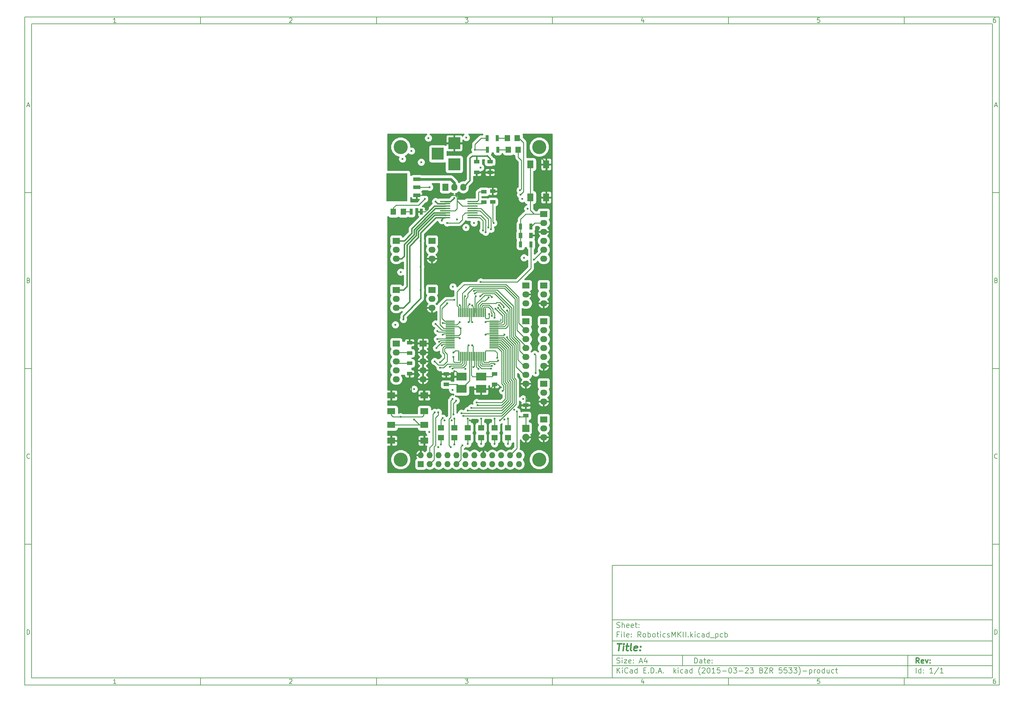
<source format=gbr>
G04 #@! TF.FileFunction,Copper,L1,Top,Signal*
%FSLAX46Y46*%
G04 Gerber Fmt 4.6, Leading zero omitted, Abs format (unit mm)*
G04 Created by KiCad (PCBNEW (2015-03-23 BZR 5533)-product) date Thu 23 Apr 2015 16:19:24 SAST*
%MOMM*%
G01*
G04 APERTURE LIST*
%ADD10C,0.100000*%
%ADD11C,0.150000*%
%ADD12C,0.300000*%
%ADD13C,0.400000*%
%ADD14R,1.600000X1.000000*%
%ADD15R,1.000000X1.600000*%
%ADD16R,3.500120X3.500120*%
%ADD17R,1.800860X1.597660*%
%ADD18R,1.597660X1.800860*%
%ADD19R,1.727200X2.032000*%
%ADD20O,1.727200X2.032000*%
%ADD21R,2.032000X1.727200*%
%ADD22O,2.032000X1.727200*%
%ADD23R,2.032000X2.032000*%
%ADD24O,2.032000X2.032000*%
%ADD25R,0.900000X1.700000*%
%ADD26R,6.000000X8.000000*%
%ADD27R,2.032000X1.016000*%
%ADD28R,3.000000X2.300000*%
%ADD29C,4.000000*%
%ADD30R,1.727200X1.727200*%
%ADD31O,1.727200X1.727200*%
%ADD32R,1.800000X2.300000*%
%ADD33R,2.300000X1.800000*%
%ADD34R,3.000000X0.400000*%
%ADD35R,0.300000X2.500000*%
%ADD36R,2.500000X0.300000*%
%ADD37C,0.600000*%
%ADD38C,0.250000*%
%ADD39C,0.800000*%
G04 APERTURE END LIST*
D10*
D11*
X177002200Y-166007200D02*
X177002200Y-198007200D01*
X285002200Y-198007200D01*
X285002200Y-166007200D01*
X177002200Y-166007200D01*
D10*
D11*
X10000000Y-10000000D02*
X10000000Y-200007200D01*
X287002200Y-200007200D01*
X287002200Y-10000000D01*
X10000000Y-10000000D01*
D10*
D11*
X12000000Y-12000000D02*
X12000000Y-198007200D01*
X285002200Y-198007200D01*
X285002200Y-12000000D01*
X12000000Y-12000000D01*
D10*
D11*
X60000000Y-12000000D02*
X60000000Y-10000000D01*
D10*
D11*
X110000000Y-12000000D02*
X110000000Y-10000000D01*
D10*
D11*
X160000000Y-12000000D02*
X160000000Y-10000000D01*
D10*
D11*
X210000000Y-12000000D02*
X210000000Y-10000000D01*
D10*
D11*
X260000000Y-12000000D02*
X260000000Y-10000000D01*
D10*
D11*
X35990476Y-11588095D02*
X35247619Y-11588095D01*
X35619048Y-11588095D02*
X35619048Y-10288095D01*
X35495238Y-10473810D01*
X35371429Y-10597619D01*
X35247619Y-10659524D01*
D10*
D11*
X85247619Y-10411905D02*
X85309524Y-10350000D01*
X85433333Y-10288095D01*
X85742857Y-10288095D01*
X85866667Y-10350000D01*
X85928571Y-10411905D01*
X85990476Y-10535714D01*
X85990476Y-10659524D01*
X85928571Y-10845238D01*
X85185714Y-11588095D01*
X85990476Y-11588095D01*
D10*
D11*
X135185714Y-10288095D02*
X135990476Y-10288095D01*
X135557143Y-10783333D01*
X135742857Y-10783333D01*
X135866667Y-10845238D01*
X135928571Y-10907143D01*
X135990476Y-11030952D01*
X135990476Y-11340476D01*
X135928571Y-11464286D01*
X135866667Y-11526190D01*
X135742857Y-11588095D01*
X135371429Y-11588095D01*
X135247619Y-11526190D01*
X135185714Y-11464286D01*
D10*
D11*
X185866667Y-10721429D02*
X185866667Y-11588095D01*
X185557143Y-10226190D02*
X185247619Y-11154762D01*
X186052381Y-11154762D01*
D10*
D11*
X235928571Y-10288095D02*
X235309524Y-10288095D01*
X235247619Y-10907143D01*
X235309524Y-10845238D01*
X235433333Y-10783333D01*
X235742857Y-10783333D01*
X235866667Y-10845238D01*
X235928571Y-10907143D01*
X235990476Y-11030952D01*
X235990476Y-11340476D01*
X235928571Y-11464286D01*
X235866667Y-11526190D01*
X235742857Y-11588095D01*
X235433333Y-11588095D01*
X235309524Y-11526190D01*
X235247619Y-11464286D01*
D10*
D11*
X285866667Y-10288095D02*
X285619048Y-10288095D01*
X285495238Y-10350000D01*
X285433333Y-10411905D01*
X285309524Y-10597619D01*
X285247619Y-10845238D01*
X285247619Y-11340476D01*
X285309524Y-11464286D01*
X285371429Y-11526190D01*
X285495238Y-11588095D01*
X285742857Y-11588095D01*
X285866667Y-11526190D01*
X285928571Y-11464286D01*
X285990476Y-11340476D01*
X285990476Y-11030952D01*
X285928571Y-10907143D01*
X285866667Y-10845238D01*
X285742857Y-10783333D01*
X285495238Y-10783333D01*
X285371429Y-10845238D01*
X285309524Y-10907143D01*
X285247619Y-11030952D01*
D10*
D11*
X60000000Y-198007200D02*
X60000000Y-200007200D01*
D10*
D11*
X110000000Y-198007200D02*
X110000000Y-200007200D01*
D10*
D11*
X160000000Y-198007200D02*
X160000000Y-200007200D01*
D10*
D11*
X210000000Y-198007200D02*
X210000000Y-200007200D01*
D10*
D11*
X260000000Y-198007200D02*
X260000000Y-200007200D01*
D10*
D11*
X35990476Y-199595295D02*
X35247619Y-199595295D01*
X35619048Y-199595295D02*
X35619048Y-198295295D01*
X35495238Y-198481010D01*
X35371429Y-198604819D01*
X35247619Y-198666724D01*
D10*
D11*
X85247619Y-198419105D02*
X85309524Y-198357200D01*
X85433333Y-198295295D01*
X85742857Y-198295295D01*
X85866667Y-198357200D01*
X85928571Y-198419105D01*
X85990476Y-198542914D01*
X85990476Y-198666724D01*
X85928571Y-198852438D01*
X85185714Y-199595295D01*
X85990476Y-199595295D01*
D10*
D11*
X135185714Y-198295295D02*
X135990476Y-198295295D01*
X135557143Y-198790533D01*
X135742857Y-198790533D01*
X135866667Y-198852438D01*
X135928571Y-198914343D01*
X135990476Y-199038152D01*
X135990476Y-199347676D01*
X135928571Y-199471486D01*
X135866667Y-199533390D01*
X135742857Y-199595295D01*
X135371429Y-199595295D01*
X135247619Y-199533390D01*
X135185714Y-199471486D01*
D10*
D11*
X185866667Y-198728629D02*
X185866667Y-199595295D01*
X185557143Y-198233390D02*
X185247619Y-199161962D01*
X186052381Y-199161962D01*
D10*
D11*
X235928571Y-198295295D02*
X235309524Y-198295295D01*
X235247619Y-198914343D01*
X235309524Y-198852438D01*
X235433333Y-198790533D01*
X235742857Y-198790533D01*
X235866667Y-198852438D01*
X235928571Y-198914343D01*
X235990476Y-199038152D01*
X235990476Y-199347676D01*
X235928571Y-199471486D01*
X235866667Y-199533390D01*
X235742857Y-199595295D01*
X235433333Y-199595295D01*
X235309524Y-199533390D01*
X235247619Y-199471486D01*
D10*
D11*
X285866667Y-198295295D02*
X285619048Y-198295295D01*
X285495238Y-198357200D01*
X285433333Y-198419105D01*
X285309524Y-198604819D01*
X285247619Y-198852438D01*
X285247619Y-199347676D01*
X285309524Y-199471486D01*
X285371429Y-199533390D01*
X285495238Y-199595295D01*
X285742857Y-199595295D01*
X285866667Y-199533390D01*
X285928571Y-199471486D01*
X285990476Y-199347676D01*
X285990476Y-199038152D01*
X285928571Y-198914343D01*
X285866667Y-198852438D01*
X285742857Y-198790533D01*
X285495238Y-198790533D01*
X285371429Y-198852438D01*
X285309524Y-198914343D01*
X285247619Y-199038152D01*
D10*
D11*
X10000000Y-60000000D02*
X12000000Y-60000000D01*
D10*
D11*
X10000000Y-110000000D02*
X12000000Y-110000000D01*
D10*
D11*
X10000000Y-160000000D02*
X12000000Y-160000000D01*
D10*
D11*
X10690476Y-35216667D02*
X11309524Y-35216667D01*
X10566667Y-35588095D02*
X11000000Y-34288095D01*
X11433333Y-35588095D01*
D10*
D11*
X11092857Y-84907143D02*
X11278571Y-84969048D01*
X11340476Y-85030952D01*
X11402381Y-85154762D01*
X11402381Y-85340476D01*
X11340476Y-85464286D01*
X11278571Y-85526190D01*
X11154762Y-85588095D01*
X10659524Y-85588095D01*
X10659524Y-84288095D01*
X11092857Y-84288095D01*
X11216667Y-84350000D01*
X11278571Y-84411905D01*
X11340476Y-84535714D01*
X11340476Y-84659524D01*
X11278571Y-84783333D01*
X11216667Y-84845238D01*
X11092857Y-84907143D01*
X10659524Y-84907143D01*
D10*
D11*
X11402381Y-135464286D02*
X11340476Y-135526190D01*
X11154762Y-135588095D01*
X11030952Y-135588095D01*
X10845238Y-135526190D01*
X10721429Y-135402381D01*
X10659524Y-135278571D01*
X10597619Y-135030952D01*
X10597619Y-134845238D01*
X10659524Y-134597619D01*
X10721429Y-134473810D01*
X10845238Y-134350000D01*
X11030952Y-134288095D01*
X11154762Y-134288095D01*
X11340476Y-134350000D01*
X11402381Y-134411905D01*
D10*
D11*
X10659524Y-185588095D02*
X10659524Y-184288095D01*
X10969048Y-184288095D01*
X11154762Y-184350000D01*
X11278571Y-184473810D01*
X11340476Y-184597619D01*
X11402381Y-184845238D01*
X11402381Y-185030952D01*
X11340476Y-185278571D01*
X11278571Y-185402381D01*
X11154762Y-185526190D01*
X10969048Y-185588095D01*
X10659524Y-185588095D01*
D10*
D11*
X287002200Y-60000000D02*
X285002200Y-60000000D01*
D10*
D11*
X287002200Y-110000000D02*
X285002200Y-110000000D01*
D10*
D11*
X287002200Y-160000000D02*
X285002200Y-160000000D01*
D10*
D11*
X285692676Y-35216667D02*
X286311724Y-35216667D01*
X285568867Y-35588095D02*
X286002200Y-34288095D01*
X286435533Y-35588095D01*
D10*
D11*
X286095057Y-84907143D02*
X286280771Y-84969048D01*
X286342676Y-85030952D01*
X286404581Y-85154762D01*
X286404581Y-85340476D01*
X286342676Y-85464286D01*
X286280771Y-85526190D01*
X286156962Y-85588095D01*
X285661724Y-85588095D01*
X285661724Y-84288095D01*
X286095057Y-84288095D01*
X286218867Y-84350000D01*
X286280771Y-84411905D01*
X286342676Y-84535714D01*
X286342676Y-84659524D01*
X286280771Y-84783333D01*
X286218867Y-84845238D01*
X286095057Y-84907143D01*
X285661724Y-84907143D01*
D10*
D11*
X286404581Y-135464286D02*
X286342676Y-135526190D01*
X286156962Y-135588095D01*
X286033152Y-135588095D01*
X285847438Y-135526190D01*
X285723629Y-135402381D01*
X285661724Y-135278571D01*
X285599819Y-135030952D01*
X285599819Y-134845238D01*
X285661724Y-134597619D01*
X285723629Y-134473810D01*
X285847438Y-134350000D01*
X286033152Y-134288095D01*
X286156962Y-134288095D01*
X286342676Y-134350000D01*
X286404581Y-134411905D01*
D10*
D11*
X285661724Y-185588095D02*
X285661724Y-184288095D01*
X285971248Y-184288095D01*
X286156962Y-184350000D01*
X286280771Y-184473810D01*
X286342676Y-184597619D01*
X286404581Y-184845238D01*
X286404581Y-185030952D01*
X286342676Y-185278571D01*
X286280771Y-185402381D01*
X286156962Y-185526190D01*
X285971248Y-185588095D01*
X285661724Y-185588095D01*
D10*
D11*
X200359343Y-193785771D02*
X200359343Y-192285771D01*
X200716486Y-192285771D01*
X200930771Y-192357200D01*
X201073629Y-192500057D01*
X201145057Y-192642914D01*
X201216486Y-192928629D01*
X201216486Y-193142914D01*
X201145057Y-193428629D01*
X201073629Y-193571486D01*
X200930771Y-193714343D01*
X200716486Y-193785771D01*
X200359343Y-193785771D01*
X202502200Y-193785771D02*
X202502200Y-193000057D01*
X202430771Y-192857200D01*
X202287914Y-192785771D01*
X202002200Y-192785771D01*
X201859343Y-192857200D01*
X202502200Y-193714343D02*
X202359343Y-193785771D01*
X202002200Y-193785771D01*
X201859343Y-193714343D01*
X201787914Y-193571486D01*
X201787914Y-193428629D01*
X201859343Y-193285771D01*
X202002200Y-193214343D01*
X202359343Y-193214343D01*
X202502200Y-193142914D01*
X203002200Y-192785771D02*
X203573629Y-192785771D01*
X203216486Y-192285771D02*
X203216486Y-193571486D01*
X203287914Y-193714343D01*
X203430772Y-193785771D01*
X203573629Y-193785771D01*
X204645057Y-193714343D02*
X204502200Y-193785771D01*
X204216486Y-193785771D01*
X204073629Y-193714343D01*
X204002200Y-193571486D01*
X204002200Y-193000057D01*
X204073629Y-192857200D01*
X204216486Y-192785771D01*
X204502200Y-192785771D01*
X204645057Y-192857200D01*
X204716486Y-193000057D01*
X204716486Y-193142914D01*
X204002200Y-193285771D01*
X205359343Y-193642914D02*
X205430771Y-193714343D01*
X205359343Y-193785771D01*
X205287914Y-193714343D01*
X205359343Y-193642914D01*
X205359343Y-193785771D01*
X205359343Y-192857200D02*
X205430771Y-192928629D01*
X205359343Y-193000057D01*
X205287914Y-192928629D01*
X205359343Y-192857200D01*
X205359343Y-193000057D01*
D10*
D11*
X177002200Y-194507200D02*
X285002200Y-194507200D01*
D10*
D11*
X178359343Y-196585771D02*
X178359343Y-195085771D01*
X179216486Y-196585771D02*
X178573629Y-195728629D01*
X179216486Y-195085771D02*
X178359343Y-195942914D01*
X179859343Y-196585771D02*
X179859343Y-195585771D01*
X179859343Y-195085771D02*
X179787914Y-195157200D01*
X179859343Y-195228629D01*
X179930771Y-195157200D01*
X179859343Y-195085771D01*
X179859343Y-195228629D01*
X181430772Y-196442914D02*
X181359343Y-196514343D01*
X181145057Y-196585771D01*
X181002200Y-196585771D01*
X180787915Y-196514343D01*
X180645057Y-196371486D01*
X180573629Y-196228629D01*
X180502200Y-195942914D01*
X180502200Y-195728629D01*
X180573629Y-195442914D01*
X180645057Y-195300057D01*
X180787915Y-195157200D01*
X181002200Y-195085771D01*
X181145057Y-195085771D01*
X181359343Y-195157200D01*
X181430772Y-195228629D01*
X182716486Y-196585771D02*
X182716486Y-195800057D01*
X182645057Y-195657200D01*
X182502200Y-195585771D01*
X182216486Y-195585771D01*
X182073629Y-195657200D01*
X182716486Y-196514343D02*
X182573629Y-196585771D01*
X182216486Y-196585771D01*
X182073629Y-196514343D01*
X182002200Y-196371486D01*
X182002200Y-196228629D01*
X182073629Y-196085771D01*
X182216486Y-196014343D01*
X182573629Y-196014343D01*
X182716486Y-195942914D01*
X184073629Y-196585771D02*
X184073629Y-195085771D01*
X184073629Y-196514343D02*
X183930772Y-196585771D01*
X183645058Y-196585771D01*
X183502200Y-196514343D01*
X183430772Y-196442914D01*
X183359343Y-196300057D01*
X183359343Y-195871486D01*
X183430772Y-195728629D01*
X183502200Y-195657200D01*
X183645058Y-195585771D01*
X183930772Y-195585771D01*
X184073629Y-195657200D01*
X185930772Y-195800057D02*
X186430772Y-195800057D01*
X186645058Y-196585771D02*
X185930772Y-196585771D01*
X185930772Y-195085771D01*
X186645058Y-195085771D01*
X187287915Y-196442914D02*
X187359343Y-196514343D01*
X187287915Y-196585771D01*
X187216486Y-196514343D01*
X187287915Y-196442914D01*
X187287915Y-196585771D01*
X188002201Y-196585771D02*
X188002201Y-195085771D01*
X188359344Y-195085771D01*
X188573629Y-195157200D01*
X188716487Y-195300057D01*
X188787915Y-195442914D01*
X188859344Y-195728629D01*
X188859344Y-195942914D01*
X188787915Y-196228629D01*
X188716487Y-196371486D01*
X188573629Y-196514343D01*
X188359344Y-196585771D01*
X188002201Y-196585771D01*
X189502201Y-196442914D02*
X189573629Y-196514343D01*
X189502201Y-196585771D01*
X189430772Y-196514343D01*
X189502201Y-196442914D01*
X189502201Y-196585771D01*
X190145058Y-196157200D02*
X190859344Y-196157200D01*
X190002201Y-196585771D02*
X190502201Y-195085771D01*
X191002201Y-196585771D01*
X191502201Y-196442914D02*
X191573629Y-196514343D01*
X191502201Y-196585771D01*
X191430772Y-196514343D01*
X191502201Y-196442914D01*
X191502201Y-196585771D01*
X194502201Y-196585771D02*
X194502201Y-195085771D01*
X194645058Y-196014343D02*
X195073629Y-196585771D01*
X195073629Y-195585771D02*
X194502201Y-196157200D01*
X195716487Y-196585771D02*
X195716487Y-195585771D01*
X195716487Y-195085771D02*
X195645058Y-195157200D01*
X195716487Y-195228629D01*
X195787915Y-195157200D01*
X195716487Y-195085771D01*
X195716487Y-195228629D01*
X197073630Y-196514343D02*
X196930773Y-196585771D01*
X196645059Y-196585771D01*
X196502201Y-196514343D01*
X196430773Y-196442914D01*
X196359344Y-196300057D01*
X196359344Y-195871486D01*
X196430773Y-195728629D01*
X196502201Y-195657200D01*
X196645059Y-195585771D01*
X196930773Y-195585771D01*
X197073630Y-195657200D01*
X198359344Y-196585771D02*
X198359344Y-195800057D01*
X198287915Y-195657200D01*
X198145058Y-195585771D01*
X197859344Y-195585771D01*
X197716487Y-195657200D01*
X198359344Y-196514343D02*
X198216487Y-196585771D01*
X197859344Y-196585771D01*
X197716487Y-196514343D01*
X197645058Y-196371486D01*
X197645058Y-196228629D01*
X197716487Y-196085771D01*
X197859344Y-196014343D01*
X198216487Y-196014343D01*
X198359344Y-195942914D01*
X199716487Y-196585771D02*
X199716487Y-195085771D01*
X199716487Y-196514343D02*
X199573630Y-196585771D01*
X199287916Y-196585771D01*
X199145058Y-196514343D01*
X199073630Y-196442914D01*
X199002201Y-196300057D01*
X199002201Y-195871486D01*
X199073630Y-195728629D01*
X199145058Y-195657200D01*
X199287916Y-195585771D01*
X199573630Y-195585771D01*
X199716487Y-195657200D01*
X202002201Y-197157200D02*
X201930773Y-197085771D01*
X201787916Y-196871486D01*
X201716487Y-196728629D01*
X201645058Y-196514343D01*
X201573630Y-196157200D01*
X201573630Y-195871486D01*
X201645058Y-195514343D01*
X201716487Y-195300057D01*
X201787916Y-195157200D01*
X201930773Y-194942914D01*
X202002201Y-194871486D01*
X202502201Y-195228629D02*
X202573630Y-195157200D01*
X202716487Y-195085771D01*
X203073630Y-195085771D01*
X203216487Y-195157200D01*
X203287916Y-195228629D01*
X203359344Y-195371486D01*
X203359344Y-195514343D01*
X203287916Y-195728629D01*
X202430773Y-196585771D01*
X203359344Y-196585771D01*
X204287915Y-195085771D02*
X204430772Y-195085771D01*
X204573629Y-195157200D01*
X204645058Y-195228629D01*
X204716487Y-195371486D01*
X204787915Y-195657200D01*
X204787915Y-196014343D01*
X204716487Y-196300057D01*
X204645058Y-196442914D01*
X204573629Y-196514343D01*
X204430772Y-196585771D01*
X204287915Y-196585771D01*
X204145058Y-196514343D01*
X204073629Y-196442914D01*
X204002201Y-196300057D01*
X203930772Y-196014343D01*
X203930772Y-195657200D01*
X204002201Y-195371486D01*
X204073629Y-195228629D01*
X204145058Y-195157200D01*
X204287915Y-195085771D01*
X206216486Y-196585771D02*
X205359343Y-196585771D01*
X205787915Y-196585771D02*
X205787915Y-195085771D01*
X205645058Y-195300057D01*
X205502200Y-195442914D01*
X205359343Y-195514343D01*
X207573629Y-195085771D02*
X206859343Y-195085771D01*
X206787914Y-195800057D01*
X206859343Y-195728629D01*
X207002200Y-195657200D01*
X207359343Y-195657200D01*
X207502200Y-195728629D01*
X207573629Y-195800057D01*
X207645057Y-195942914D01*
X207645057Y-196300057D01*
X207573629Y-196442914D01*
X207502200Y-196514343D01*
X207359343Y-196585771D01*
X207002200Y-196585771D01*
X206859343Y-196514343D01*
X206787914Y-196442914D01*
X208287914Y-196014343D02*
X209430771Y-196014343D01*
X210430771Y-195085771D02*
X210573628Y-195085771D01*
X210716485Y-195157200D01*
X210787914Y-195228629D01*
X210859343Y-195371486D01*
X210930771Y-195657200D01*
X210930771Y-196014343D01*
X210859343Y-196300057D01*
X210787914Y-196442914D01*
X210716485Y-196514343D01*
X210573628Y-196585771D01*
X210430771Y-196585771D01*
X210287914Y-196514343D01*
X210216485Y-196442914D01*
X210145057Y-196300057D01*
X210073628Y-196014343D01*
X210073628Y-195657200D01*
X210145057Y-195371486D01*
X210216485Y-195228629D01*
X210287914Y-195157200D01*
X210430771Y-195085771D01*
X211430771Y-195085771D02*
X212359342Y-195085771D01*
X211859342Y-195657200D01*
X212073628Y-195657200D01*
X212216485Y-195728629D01*
X212287914Y-195800057D01*
X212359342Y-195942914D01*
X212359342Y-196300057D01*
X212287914Y-196442914D01*
X212216485Y-196514343D01*
X212073628Y-196585771D01*
X211645056Y-196585771D01*
X211502199Y-196514343D01*
X211430771Y-196442914D01*
X213002199Y-196014343D02*
X214145056Y-196014343D01*
X214787913Y-195228629D02*
X214859342Y-195157200D01*
X215002199Y-195085771D01*
X215359342Y-195085771D01*
X215502199Y-195157200D01*
X215573628Y-195228629D01*
X215645056Y-195371486D01*
X215645056Y-195514343D01*
X215573628Y-195728629D01*
X214716485Y-196585771D01*
X215645056Y-196585771D01*
X216145056Y-195085771D02*
X217073627Y-195085771D01*
X216573627Y-195657200D01*
X216787913Y-195657200D01*
X216930770Y-195728629D01*
X217002199Y-195800057D01*
X217073627Y-195942914D01*
X217073627Y-196300057D01*
X217002199Y-196442914D01*
X216930770Y-196514343D01*
X216787913Y-196585771D01*
X216359341Y-196585771D01*
X216216484Y-196514343D01*
X216145056Y-196442914D01*
X219359341Y-195800057D02*
X219573627Y-195871486D01*
X219645055Y-195942914D01*
X219716484Y-196085771D01*
X219716484Y-196300057D01*
X219645055Y-196442914D01*
X219573627Y-196514343D01*
X219430769Y-196585771D01*
X218859341Y-196585771D01*
X218859341Y-195085771D01*
X219359341Y-195085771D01*
X219502198Y-195157200D01*
X219573627Y-195228629D01*
X219645055Y-195371486D01*
X219645055Y-195514343D01*
X219573627Y-195657200D01*
X219502198Y-195728629D01*
X219359341Y-195800057D01*
X218859341Y-195800057D01*
X220216484Y-195085771D02*
X221216484Y-195085771D01*
X220216484Y-196585771D01*
X221216484Y-196585771D01*
X222645055Y-196585771D02*
X222145055Y-195871486D01*
X221787912Y-196585771D02*
X221787912Y-195085771D01*
X222359340Y-195085771D01*
X222502198Y-195157200D01*
X222573626Y-195228629D01*
X222645055Y-195371486D01*
X222645055Y-195585771D01*
X222573626Y-195728629D01*
X222502198Y-195800057D01*
X222359340Y-195871486D01*
X221787912Y-195871486D01*
X225145055Y-195085771D02*
X224430769Y-195085771D01*
X224359340Y-195800057D01*
X224430769Y-195728629D01*
X224573626Y-195657200D01*
X224930769Y-195657200D01*
X225073626Y-195728629D01*
X225145055Y-195800057D01*
X225216483Y-195942914D01*
X225216483Y-196300057D01*
X225145055Y-196442914D01*
X225073626Y-196514343D01*
X224930769Y-196585771D01*
X224573626Y-196585771D01*
X224430769Y-196514343D01*
X224359340Y-196442914D01*
X226573626Y-195085771D02*
X225859340Y-195085771D01*
X225787911Y-195800057D01*
X225859340Y-195728629D01*
X226002197Y-195657200D01*
X226359340Y-195657200D01*
X226502197Y-195728629D01*
X226573626Y-195800057D01*
X226645054Y-195942914D01*
X226645054Y-196300057D01*
X226573626Y-196442914D01*
X226502197Y-196514343D01*
X226359340Y-196585771D01*
X226002197Y-196585771D01*
X225859340Y-196514343D01*
X225787911Y-196442914D01*
X227145054Y-195085771D02*
X228073625Y-195085771D01*
X227573625Y-195657200D01*
X227787911Y-195657200D01*
X227930768Y-195728629D01*
X228002197Y-195800057D01*
X228073625Y-195942914D01*
X228073625Y-196300057D01*
X228002197Y-196442914D01*
X227930768Y-196514343D01*
X227787911Y-196585771D01*
X227359339Y-196585771D01*
X227216482Y-196514343D01*
X227145054Y-196442914D01*
X228573625Y-195085771D02*
X229502196Y-195085771D01*
X229002196Y-195657200D01*
X229216482Y-195657200D01*
X229359339Y-195728629D01*
X229430768Y-195800057D01*
X229502196Y-195942914D01*
X229502196Y-196300057D01*
X229430768Y-196442914D01*
X229359339Y-196514343D01*
X229216482Y-196585771D01*
X228787910Y-196585771D01*
X228645053Y-196514343D01*
X228573625Y-196442914D01*
X230002196Y-197157200D02*
X230073624Y-197085771D01*
X230216481Y-196871486D01*
X230287910Y-196728629D01*
X230359339Y-196514343D01*
X230430767Y-196157200D01*
X230430767Y-195871486D01*
X230359339Y-195514343D01*
X230287910Y-195300057D01*
X230216481Y-195157200D01*
X230073624Y-194942914D01*
X230002196Y-194871486D01*
X231145053Y-196014343D02*
X232287910Y-196014343D01*
X233002196Y-195585771D02*
X233002196Y-197085771D01*
X233002196Y-195657200D02*
X233145053Y-195585771D01*
X233430767Y-195585771D01*
X233573624Y-195657200D01*
X233645053Y-195728629D01*
X233716482Y-195871486D01*
X233716482Y-196300057D01*
X233645053Y-196442914D01*
X233573624Y-196514343D01*
X233430767Y-196585771D01*
X233145053Y-196585771D01*
X233002196Y-196514343D01*
X234359339Y-196585771D02*
X234359339Y-195585771D01*
X234359339Y-195871486D02*
X234430767Y-195728629D01*
X234502196Y-195657200D01*
X234645053Y-195585771D01*
X234787910Y-195585771D01*
X235502196Y-196585771D02*
X235359338Y-196514343D01*
X235287910Y-196442914D01*
X235216481Y-196300057D01*
X235216481Y-195871486D01*
X235287910Y-195728629D01*
X235359338Y-195657200D01*
X235502196Y-195585771D01*
X235716481Y-195585771D01*
X235859338Y-195657200D01*
X235930767Y-195728629D01*
X236002196Y-195871486D01*
X236002196Y-196300057D01*
X235930767Y-196442914D01*
X235859338Y-196514343D01*
X235716481Y-196585771D01*
X235502196Y-196585771D01*
X237287910Y-196585771D02*
X237287910Y-195085771D01*
X237287910Y-196514343D02*
X237145053Y-196585771D01*
X236859339Y-196585771D01*
X236716481Y-196514343D01*
X236645053Y-196442914D01*
X236573624Y-196300057D01*
X236573624Y-195871486D01*
X236645053Y-195728629D01*
X236716481Y-195657200D01*
X236859339Y-195585771D01*
X237145053Y-195585771D01*
X237287910Y-195657200D01*
X238645053Y-195585771D02*
X238645053Y-196585771D01*
X238002196Y-195585771D02*
X238002196Y-196371486D01*
X238073624Y-196514343D01*
X238216482Y-196585771D01*
X238430767Y-196585771D01*
X238573624Y-196514343D01*
X238645053Y-196442914D01*
X240002196Y-196514343D02*
X239859339Y-196585771D01*
X239573625Y-196585771D01*
X239430767Y-196514343D01*
X239359339Y-196442914D01*
X239287910Y-196300057D01*
X239287910Y-195871486D01*
X239359339Y-195728629D01*
X239430767Y-195657200D01*
X239573625Y-195585771D01*
X239859339Y-195585771D01*
X240002196Y-195657200D01*
X240430767Y-195585771D02*
X241002196Y-195585771D01*
X240645053Y-195085771D02*
X240645053Y-196371486D01*
X240716481Y-196514343D01*
X240859339Y-196585771D01*
X241002196Y-196585771D01*
D10*
D11*
X177002200Y-191507200D02*
X285002200Y-191507200D01*
D10*
D12*
X264216486Y-193785771D02*
X263716486Y-193071486D01*
X263359343Y-193785771D02*
X263359343Y-192285771D01*
X263930771Y-192285771D01*
X264073629Y-192357200D01*
X264145057Y-192428629D01*
X264216486Y-192571486D01*
X264216486Y-192785771D01*
X264145057Y-192928629D01*
X264073629Y-193000057D01*
X263930771Y-193071486D01*
X263359343Y-193071486D01*
X265430771Y-193714343D02*
X265287914Y-193785771D01*
X265002200Y-193785771D01*
X264859343Y-193714343D01*
X264787914Y-193571486D01*
X264787914Y-193000057D01*
X264859343Y-192857200D01*
X265002200Y-192785771D01*
X265287914Y-192785771D01*
X265430771Y-192857200D01*
X265502200Y-193000057D01*
X265502200Y-193142914D01*
X264787914Y-193285771D01*
X266002200Y-192785771D02*
X266359343Y-193785771D01*
X266716485Y-192785771D01*
X267287914Y-193642914D02*
X267359342Y-193714343D01*
X267287914Y-193785771D01*
X267216485Y-193714343D01*
X267287914Y-193642914D01*
X267287914Y-193785771D01*
X267287914Y-192857200D02*
X267359342Y-192928629D01*
X267287914Y-193000057D01*
X267216485Y-192928629D01*
X267287914Y-192857200D01*
X267287914Y-193000057D01*
D10*
D11*
X178287914Y-193714343D02*
X178502200Y-193785771D01*
X178859343Y-193785771D01*
X179002200Y-193714343D01*
X179073629Y-193642914D01*
X179145057Y-193500057D01*
X179145057Y-193357200D01*
X179073629Y-193214343D01*
X179002200Y-193142914D01*
X178859343Y-193071486D01*
X178573629Y-193000057D01*
X178430771Y-192928629D01*
X178359343Y-192857200D01*
X178287914Y-192714343D01*
X178287914Y-192571486D01*
X178359343Y-192428629D01*
X178430771Y-192357200D01*
X178573629Y-192285771D01*
X178930771Y-192285771D01*
X179145057Y-192357200D01*
X179787914Y-193785771D02*
X179787914Y-192785771D01*
X179787914Y-192285771D02*
X179716485Y-192357200D01*
X179787914Y-192428629D01*
X179859342Y-192357200D01*
X179787914Y-192285771D01*
X179787914Y-192428629D01*
X180359343Y-192785771D02*
X181145057Y-192785771D01*
X180359343Y-193785771D01*
X181145057Y-193785771D01*
X182287914Y-193714343D02*
X182145057Y-193785771D01*
X181859343Y-193785771D01*
X181716486Y-193714343D01*
X181645057Y-193571486D01*
X181645057Y-193000057D01*
X181716486Y-192857200D01*
X181859343Y-192785771D01*
X182145057Y-192785771D01*
X182287914Y-192857200D01*
X182359343Y-193000057D01*
X182359343Y-193142914D01*
X181645057Y-193285771D01*
X183002200Y-193642914D02*
X183073628Y-193714343D01*
X183002200Y-193785771D01*
X182930771Y-193714343D01*
X183002200Y-193642914D01*
X183002200Y-193785771D01*
X183002200Y-192857200D02*
X183073628Y-192928629D01*
X183002200Y-193000057D01*
X182930771Y-192928629D01*
X183002200Y-192857200D01*
X183002200Y-193000057D01*
X184787914Y-193357200D02*
X185502200Y-193357200D01*
X184645057Y-193785771D02*
X185145057Y-192285771D01*
X185645057Y-193785771D01*
X186787914Y-192785771D02*
X186787914Y-193785771D01*
X186430771Y-192214343D02*
X186073628Y-193285771D01*
X187002200Y-193285771D01*
D10*
D11*
X263359343Y-196585771D02*
X263359343Y-195085771D01*
X264716486Y-196585771D02*
X264716486Y-195085771D01*
X264716486Y-196514343D02*
X264573629Y-196585771D01*
X264287915Y-196585771D01*
X264145057Y-196514343D01*
X264073629Y-196442914D01*
X264002200Y-196300057D01*
X264002200Y-195871486D01*
X264073629Y-195728629D01*
X264145057Y-195657200D01*
X264287915Y-195585771D01*
X264573629Y-195585771D01*
X264716486Y-195657200D01*
X265430772Y-196442914D02*
X265502200Y-196514343D01*
X265430772Y-196585771D01*
X265359343Y-196514343D01*
X265430772Y-196442914D01*
X265430772Y-196585771D01*
X265430772Y-195657200D02*
X265502200Y-195728629D01*
X265430772Y-195800057D01*
X265359343Y-195728629D01*
X265430772Y-195657200D01*
X265430772Y-195800057D01*
X268073629Y-196585771D02*
X267216486Y-196585771D01*
X267645058Y-196585771D02*
X267645058Y-195085771D01*
X267502201Y-195300057D01*
X267359343Y-195442914D01*
X267216486Y-195514343D01*
X269787914Y-195014343D02*
X268502200Y-196942914D01*
X271073629Y-196585771D02*
X270216486Y-196585771D01*
X270645058Y-196585771D02*
X270645058Y-195085771D01*
X270502201Y-195300057D01*
X270359343Y-195442914D01*
X270216486Y-195514343D01*
D10*
D11*
X177002200Y-187507200D02*
X285002200Y-187507200D01*
D10*
D13*
X178454581Y-188211962D02*
X179597438Y-188211962D01*
X178776010Y-190211962D02*
X179026010Y-188211962D01*
X180014105Y-190211962D02*
X180180771Y-188878629D01*
X180264105Y-188211962D02*
X180156962Y-188307200D01*
X180240295Y-188402438D01*
X180347439Y-188307200D01*
X180264105Y-188211962D01*
X180240295Y-188402438D01*
X180847438Y-188878629D02*
X181609343Y-188878629D01*
X181216486Y-188211962D02*
X181002200Y-189926248D01*
X181073630Y-190116724D01*
X181252201Y-190211962D01*
X181442677Y-190211962D01*
X182395058Y-190211962D02*
X182216487Y-190116724D01*
X182145057Y-189926248D01*
X182359343Y-188211962D01*
X183930772Y-190116724D02*
X183728391Y-190211962D01*
X183347439Y-190211962D01*
X183168867Y-190116724D01*
X183097438Y-189926248D01*
X183192676Y-189164343D01*
X183311724Y-188973867D01*
X183514105Y-188878629D01*
X183895057Y-188878629D01*
X184073629Y-188973867D01*
X184145057Y-189164343D01*
X184121248Y-189354819D01*
X183145057Y-189545295D01*
X184895057Y-190021486D02*
X184978392Y-190116724D01*
X184871248Y-190211962D01*
X184787915Y-190116724D01*
X184895057Y-190021486D01*
X184871248Y-190211962D01*
X185026010Y-188973867D02*
X185109344Y-189069105D01*
X185002200Y-189164343D01*
X184918867Y-189069105D01*
X185026010Y-188973867D01*
X185002200Y-189164343D01*
D10*
D11*
X178859343Y-185600057D02*
X178359343Y-185600057D01*
X178359343Y-186385771D02*
X178359343Y-184885771D01*
X179073629Y-184885771D01*
X179645057Y-186385771D02*
X179645057Y-185385771D01*
X179645057Y-184885771D02*
X179573628Y-184957200D01*
X179645057Y-185028629D01*
X179716485Y-184957200D01*
X179645057Y-184885771D01*
X179645057Y-185028629D01*
X180573629Y-186385771D02*
X180430771Y-186314343D01*
X180359343Y-186171486D01*
X180359343Y-184885771D01*
X181716485Y-186314343D02*
X181573628Y-186385771D01*
X181287914Y-186385771D01*
X181145057Y-186314343D01*
X181073628Y-186171486D01*
X181073628Y-185600057D01*
X181145057Y-185457200D01*
X181287914Y-185385771D01*
X181573628Y-185385771D01*
X181716485Y-185457200D01*
X181787914Y-185600057D01*
X181787914Y-185742914D01*
X181073628Y-185885771D01*
X182430771Y-186242914D02*
X182502199Y-186314343D01*
X182430771Y-186385771D01*
X182359342Y-186314343D01*
X182430771Y-186242914D01*
X182430771Y-186385771D01*
X182430771Y-185457200D02*
X182502199Y-185528629D01*
X182430771Y-185600057D01*
X182359342Y-185528629D01*
X182430771Y-185457200D01*
X182430771Y-185600057D01*
X185145057Y-186385771D02*
X184645057Y-185671486D01*
X184287914Y-186385771D02*
X184287914Y-184885771D01*
X184859342Y-184885771D01*
X185002200Y-184957200D01*
X185073628Y-185028629D01*
X185145057Y-185171486D01*
X185145057Y-185385771D01*
X185073628Y-185528629D01*
X185002200Y-185600057D01*
X184859342Y-185671486D01*
X184287914Y-185671486D01*
X186002200Y-186385771D02*
X185859342Y-186314343D01*
X185787914Y-186242914D01*
X185716485Y-186100057D01*
X185716485Y-185671486D01*
X185787914Y-185528629D01*
X185859342Y-185457200D01*
X186002200Y-185385771D01*
X186216485Y-185385771D01*
X186359342Y-185457200D01*
X186430771Y-185528629D01*
X186502200Y-185671486D01*
X186502200Y-186100057D01*
X186430771Y-186242914D01*
X186359342Y-186314343D01*
X186216485Y-186385771D01*
X186002200Y-186385771D01*
X187145057Y-186385771D02*
X187145057Y-184885771D01*
X187145057Y-185457200D02*
X187287914Y-185385771D01*
X187573628Y-185385771D01*
X187716485Y-185457200D01*
X187787914Y-185528629D01*
X187859343Y-185671486D01*
X187859343Y-186100057D01*
X187787914Y-186242914D01*
X187716485Y-186314343D01*
X187573628Y-186385771D01*
X187287914Y-186385771D01*
X187145057Y-186314343D01*
X188716486Y-186385771D02*
X188573628Y-186314343D01*
X188502200Y-186242914D01*
X188430771Y-186100057D01*
X188430771Y-185671486D01*
X188502200Y-185528629D01*
X188573628Y-185457200D01*
X188716486Y-185385771D01*
X188930771Y-185385771D01*
X189073628Y-185457200D01*
X189145057Y-185528629D01*
X189216486Y-185671486D01*
X189216486Y-186100057D01*
X189145057Y-186242914D01*
X189073628Y-186314343D01*
X188930771Y-186385771D01*
X188716486Y-186385771D01*
X189645057Y-185385771D02*
X190216486Y-185385771D01*
X189859343Y-184885771D02*
X189859343Y-186171486D01*
X189930771Y-186314343D01*
X190073629Y-186385771D01*
X190216486Y-186385771D01*
X190716486Y-186385771D02*
X190716486Y-185385771D01*
X190716486Y-184885771D02*
X190645057Y-184957200D01*
X190716486Y-185028629D01*
X190787914Y-184957200D01*
X190716486Y-184885771D01*
X190716486Y-185028629D01*
X192073629Y-186314343D02*
X191930772Y-186385771D01*
X191645058Y-186385771D01*
X191502200Y-186314343D01*
X191430772Y-186242914D01*
X191359343Y-186100057D01*
X191359343Y-185671486D01*
X191430772Y-185528629D01*
X191502200Y-185457200D01*
X191645058Y-185385771D01*
X191930772Y-185385771D01*
X192073629Y-185457200D01*
X192645057Y-186314343D02*
X192787914Y-186385771D01*
X193073629Y-186385771D01*
X193216486Y-186314343D01*
X193287914Y-186171486D01*
X193287914Y-186100057D01*
X193216486Y-185957200D01*
X193073629Y-185885771D01*
X192859343Y-185885771D01*
X192716486Y-185814343D01*
X192645057Y-185671486D01*
X192645057Y-185600057D01*
X192716486Y-185457200D01*
X192859343Y-185385771D01*
X193073629Y-185385771D01*
X193216486Y-185457200D01*
X193930772Y-186385771D02*
X193930772Y-184885771D01*
X194430772Y-185957200D01*
X194930772Y-184885771D01*
X194930772Y-186385771D01*
X195645058Y-186385771D02*
X195645058Y-184885771D01*
X196502201Y-186385771D02*
X195859344Y-185528629D01*
X196502201Y-184885771D02*
X195645058Y-185742914D01*
X197145058Y-186385771D02*
X197145058Y-184885771D01*
X197859344Y-186385771D02*
X197859344Y-184885771D01*
X198573630Y-186242914D02*
X198645058Y-186314343D01*
X198573630Y-186385771D01*
X198502201Y-186314343D01*
X198573630Y-186242914D01*
X198573630Y-186385771D01*
X199287916Y-186385771D02*
X199287916Y-184885771D01*
X199430773Y-185814343D02*
X199859344Y-186385771D01*
X199859344Y-185385771D02*
X199287916Y-185957200D01*
X200502202Y-186385771D02*
X200502202Y-185385771D01*
X200502202Y-184885771D02*
X200430773Y-184957200D01*
X200502202Y-185028629D01*
X200573630Y-184957200D01*
X200502202Y-184885771D01*
X200502202Y-185028629D01*
X201859345Y-186314343D02*
X201716488Y-186385771D01*
X201430774Y-186385771D01*
X201287916Y-186314343D01*
X201216488Y-186242914D01*
X201145059Y-186100057D01*
X201145059Y-185671486D01*
X201216488Y-185528629D01*
X201287916Y-185457200D01*
X201430774Y-185385771D01*
X201716488Y-185385771D01*
X201859345Y-185457200D01*
X203145059Y-186385771D02*
X203145059Y-185600057D01*
X203073630Y-185457200D01*
X202930773Y-185385771D01*
X202645059Y-185385771D01*
X202502202Y-185457200D01*
X203145059Y-186314343D02*
X203002202Y-186385771D01*
X202645059Y-186385771D01*
X202502202Y-186314343D01*
X202430773Y-186171486D01*
X202430773Y-186028629D01*
X202502202Y-185885771D01*
X202645059Y-185814343D01*
X203002202Y-185814343D01*
X203145059Y-185742914D01*
X204502202Y-186385771D02*
X204502202Y-184885771D01*
X204502202Y-186314343D02*
X204359345Y-186385771D01*
X204073631Y-186385771D01*
X203930773Y-186314343D01*
X203859345Y-186242914D01*
X203787916Y-186100057D01*
X203787916Y-185671486D01*
X203859345Y-185528629D01*
X203930773Y-185457200D01*
X204073631Y-185385771D01*
X204359345Y-185385771D01*
X204502202Y-185457200D01*
X204859345Y-186528629D02*
X206002202Y-186528629D01*
X206359345Y-185385771D02*
X206359345Y-186885771D01*
X206359345Y-185457200D02*
X206502202Y-185385771D01*
X206787916Y-185385771D01*
X206930773Y-185457200D01*
X207002202Y-185528629D01*
X207073631Y-185671486D01*
X207073631Y-186100057D01*
X207002202Y-186242914D01*
X206930773Y-186314343D01*
X206787916Y-186385771D01*
X206502202Y-186385771D01*
X206359345Y-186314343D01*
X208359345Y-186314343D02*
X208216488Y-186385771D01*
X207930774Y-186385771D01*
X207787916Y-186314343D01*
X207716488Y-186242914D01*
X207645059Y-186100057D01*
X207645059Y-185671486D01*
X207716488Y-185528629D01*
X207787916Y-185457200D01*
X207930774Y-185385771D01*
X208216488Y-185385771D01*
X208359345Y-185457200D01*
X209002202Y-186385771D02*
X209002202Y-184885771D01*
X209002202Y-185457200D02*
X209145059Y-185385771D01*
X209430773Y-185385771D01*
X209573630Y-185457200D01*
X209645059Y-185528629D01*
X209716488Y-185671486D01*
X209716488Y-186100057D01*
X209645059Y-186242914D01*
X209573630Y-186314343D01*
X209430773Y-186385771D01*
X209145059Y-186385771D01*
X209002202Y-186314343D01*
D10*
D11*
X177002200Y-181507200D02*
X285002200Y-181507200D01*
D10*
D11*
X178287914Y-183614343D02*
X178502200Y-183685771D01*
X178859343Y-183685771D01*
X179002200Y-183614343D01*
X179073629Y-183542914D01*
X179145057Y-183400057D01*
X179145057Y-183257200D01*
X179073629Y-183114343D01*
X179002200Y-183042914D01*
X178859343Y-182971486D01*
X178573629Y-182900057D01*
X178430771Y-182828629D01*
X178359343Y-182757200D01*
X178287914Y-182614343D01*
X178287914Y-182471486D01*
X178359343Y-182328629D01*
X178430771Y-182257200D01*
X178573629Y-182185771D01*
X178930771Y-182185771D01*
X179145057Y-182257200D01*
X179787914Y-183685771D02*
X179787914Y-182185771D01*
X180430771Y-183685771D02*
X180430771Y-182900057D01*
X180359342Y-182757200D01*
X180216485Y-182685771D01*
X180002200Y-182685771D01*
X179859342Y-182757200D01*
X179787914Y-182828629D01*
X181716485Y-183614343D02*
X181573628Y-183685771D01*
X181287914Y-183685771D01*
X181145057Y-183614343D01*
X181073628Y-183471486D01*
X181073628Y-182900057D01*
X181145057Y-182757200D01*
X181287914Y-182685771D01*
X181573628Y-182685771D01*
X181716485Y-182757200D01*
X181787914Y-182900057D01*
X181787914Y-183042914D01*
X181073628Y-183185771D01*
X183002199Y-183614343D02*
X182859342Y-183685771D01*
X182573628Y-183685771D01*
X182430771Y-183614343D01*
X182359342Y-183471486D01*
X182359342Y-182900057D01*
X182430771Y-182757200D01*
X182573628Y-182685771D01*
X182859342Y-182685771D01*
X183002199Y-182757200D01*
X183073628Y-182900057D01*
X183073628Y-183042914D01*
X182359342Y-183185771D01*
X183502199Y-182685771D02*
X184073628Y-182685771D01*
X183716485Y-182185771D02*
X183716485Y-183471486D01*
X183787913Y-183614343D01*
X183930771Y-183685771D01*
X184073628Y-183685771D01*
X184573628Y-183542914D02*
X184645056Y-183614343D01*
X184573628Y-183685771D01*
X184502199Y-183614343D01*
X184573628Y-183542914D01*
X184573628Y-183685771D01*
X184573628Y-182757200D02*
X184645056Y-182828629D01*
X184573628Y-182900057D01*
X184502199Y-182828629D01*
X184573628Y-182757200D01*
X184573628Y-182900057D01*
D10*
D11*
X197002200Y-191507200D02*
X197002200Y-194507200D01*
D10*
D11*
X261002200Y-191507200D02*
X261002200Y-198007200D01*
D14*
X138430000Y-51205000D03*
X138430000Y-54205000D03*
X142240000Y-51205000D03*
X142240000Y-54205000D03*
X119380000Y-105640000D03*
X119380000Y-102640000D03*
X119380000Y-108482000D03*
X119380000Y-111482000D03*
X143002000Y-62587000D03*
X143002000Y-59587000D03*
X140462000Y-59714000D03*
X140462000Y-62714000D03*
X152400000Y-120420000D03*
X152400000Y-123420000D03*
X143510000Y-114530000D03*
X143510000Y-111530000D03*
X129794000Y-111530000D03*
X129794000Y-114530000D03*
D15*
X150900000Y-72136000D03*
X153900000Y-72136000D03*
D16*
X132080000Y-51920140D03*
X132080000Y-45920660D03*
X127381000Y-48920400D03*
D17*
X128270000Y-126850140D03*
X128270000Y-129689860D03*
X132080000Y-126850140D03*
X132080000Y-129689860D03*
X135890000Y-126850140D03*
X135890000Y-129689860D03*
X139700000Y-126850140D03*
X139700000Y-129689860D03*
X143510000Y-126850140D03*
X143510000Y-129689860D03*
X147320000Y-126850140D03*
X147320000Y-129689860D03*
D18*
X147424140Y-47752000D03*
X150263860Y-47752000D03*
X147170140Y-44450000D03*
X150009860Y-44450000D03*
X114785140Y-65405000D03*
X117624860Y-65405000D03*
D19*
X129540000Y-58420000D03*
D20*
X132080000Y-58420000D03*
X134620000Y-58420000D03*
D21*
X125730000Y-73660000D03*
D22*
X125730000Y-76200000D03*
X125730000Y-78740000D03*
D21*
X115570000Y-73660000D03*
D22*
X115570000Y-76200000D03*
X115570000Y-78740000D03*
D21*
X115570000Y-87630000D03*
D22*
X115570000Y-90170000D03*
X115570000Y-92710000D03*
D21*
X125730000Y-87630000D03*
D22*
X125730000Y-90170000D03*
X125730000Y-92710000D03*
D21*
X157480000Y-114300000D03*
D22*
X157480000Y-116840000D03*
X157480000Y-119380000D03*
D21*
X157480000Y-124460000D03*
D22*
X157480000Y-127000000D03*
X157480000Y-129540000D03*
D21*
X152400000Y-96520000D03*
D22*
X152400000Y-99060000D03*
X152400000Y-101600000D03*
X152400000Y-104140000D03*
X152400000Y-106680000D03*
X152400000Y-109220000D03*
X152400000Y-111760000D03*
X152400000Y-114300000D03*
D21*
X157480000Y-86360000D03*
D22*
X157480000Y-88900000D03*
X157480000Y-91440000D03*
D23*
X152400000Y-127000000D03*
D24*
X152400000Y-129540000D03*
D21*
X157480000Y-96520000D03*
D22*
X157480000Y-99060000D03*
X157480000Y-101600000D03*
X157480000Y-104140000D03*
X157480000Y-106680000D03*
X157480000Y-109220000D03*
D21*
X157480000Y-66040000D03*
D22*
X157480000Y-68580000D03*
X157480000Y-71120000D03*
X157480000Y-73660000D03*
X157480000Y-76200000D03*
X157480000Y-78740000D03*
D25*
X141552000Y-47752000D03*
X144452000Y-47752000D03*
X141425000Y-44450000D03*
X144325000Y-44450000D03*
X150950000Y-74676000D03*
X153850000Y-74676000D03*
X150950000Y-69596000D03*
X153850000Y-69596000D03*
X119835000Y-65405000D03*
X122735000Y-65405000D03*
D26*
X115808000Y-58420000D03*
D27*
X121412000Y-58420000D03*
X121412000Y-56134000D03*
X121412000Y-60706000D03*
D28*
X139706000Y-115796000D03*
X134106000Y-112296000D03*
X134106000Y-115796000D03*
X139706000Y-112296000D03*
D29*
X116840000Y-135890000D03*
X156210000Y-46990000D03*
X116840000Y-46990000D03*
X156210000Y-135890000D03*
D21*
X115570000Y-102870000D03*
D22*
X115570000Y-105410000D03*
X115570000Y-107950000D03*
X115570000Y-110490000D03*
X115570000Y-113030000D03*
D21*
X123190000Y-102870000D03*
D22*
X123190000Y-105410000D03*
X123190000Y-107950000D03*
X123190000Y-110490000D03*
X123190000Y-113030000D03*
D21*
X152400000Y-86360000D03*
D22*
X152400000Y-88900000D03*
X152400000Y-91440000D03*
D30*
X122555000Y-137160000D03*
D31*
X122555000Y-134620000D03*
X125095000Y-137160000D03*
X125095000Y-134620000D03*
X127635000Y-137160000D03*
X127635000Y-134620000D03*
X130175000Y-137160000D03*
X130175000Y-134620000D03*
X132715000Y-137160000D03*
X132715000Y-134620000D03*
X135255000Y-137160000D03*
X135255000Y-134620000D03*
X137795000Y-137160000D03*
X137795000Y-134620000D03*
X140335000Y-137160000D03*
X140335000Y-134620000D03*
X142875000Y-137160000D03*
X142875000Y-134620000D03*
X145415000Y-137160000D03*
X145415000Y-134620000D03*
X147955000Y-137160000D03*
X147955000Y-134620000D03*
X150495000Y-137160000D03*
X150495000Y-134620000D03*
D32*
X158206000Y-61342000D03*
X153706000Y-61342000D03*
X153706000Y-51942000D03*
X158206000Y-51942000D03*
D33*
X114172000Y-130520000D03*
X114172000Y-126020000D03*
X123572000Y-126020000D03*
X123572000Y-130520000D03*
X123572000Y-117638000D03*
X123572000Y-122138000D03*
X114172000Y-122138000D03*
X114172000Y-117638000D03*
D34*
X129450000Y-62495000D03*
X129450000Y-63145000D03*
X129450000Y-63795000D03*
X129450000Y-64445000D03*
X129450000Y-65095000D03*
X129450000Y-65745000D03*
X129450000Y-66395000D03*
X129450000Y-67045000D03*
X137250000Y-67045000D03*
X137250000Y-66395000D03*
X137250000Y-65745000D03*
X137250000Y-65095000D03*
X137250000Y-64445000D03*
X137250000Y-63795000D03*
X137250000Y-63145000D03*
X137250000Y-62495000D03*
D35*
X140910000Y-94130000D03*
X140410000Y-94130000D03*
X139910000Y-94130000D03*
X139410000Y-94130000D03*
X138910000Y-94130000D03*
X138410000Y-94130000D03*
X137910000Y-94130000D03*
X137410000Y-94130000D03*
X136910000Y-94130000D03*
X136410000Y-94130000D03*
X135910000Y-94130000D03*
X135410000Y-94130000D03*
X134910000Y-94130000D03*
X134410000Y-94130000D03*
X133910000Y-94130000D03*
X133410000Y-94130000D03*
D36*
X130960000Y-96580000D03*
X130960000Y-97080000D03*
X130960000Y-97580000D03*
X130960000Y-98080000D03*
X130960000Y-98580000D03*
X130960000Y-99080000D03*
X130960000Y-99580000D03*
X130960000Y-100080000D03*
X130960000Y-100580000D03*
X130960000Y-101080000D03*
X130960000Y-101580000D03*
X130960000Y-102080000D03*
X130960000Y-102580000D03*
X130960000Y-103080000D03*
X130960000Y-103580000D03*
X130960000Y-104080000D03*
D35*
X133410000Y-106530000D03*
X133910000Y-106530000D03*
X134410000Y-106530000D03*
X134910000Y-106530000D03*
X135410000Y-106530000D03*
X135910000Y-106530000D03*
X136410000Y-106530000D03*
X136910000Y-106530000D03*
X137410000Y-106530000D03*
X137910000Y-106530000D03*
X138410000Y-106530000D03*
X138910000Y-106530000D03*
X139410000Y-106530000D03*
X139910000Y-106530000D03*
X140410000Y-106530000D03*
X140910000Y-106530000D03*
D36*
X143360000Y-104080000D03*
X143360000Y-103580000D03*
X143360000Y-103080000D03*
X143360000Y-102580000D03*
X143360000Y-102080000D03*
X143360000Y-101580000D03*
X143360000Y-101080000D03*
X143360000Y-100580000D03*
X143360000Y-100080000D03*
X143360000Y-99580000D03*
X143360000Y-99080000D03*
X143360000Y-98580000D03*
X143360000Y-98080000D03*
X143360000Y-97580000D03*
X143360000Y-97080000D03*
X143360000Y-96580000D03*
D37*
X151638000Y-118618000D03*
X131572000Y-116078000D03*
X122682000Y-51308000D03*
X124714000Y-44450000D03*
X135382000Y-69850000D03*
X131699000Y-86741000D03*
X151892000Y-78486000D03*
X115316000Y-97536000D03*
X152908000Y-64516000D03*
X116840000Y-82550000D03*
X117348000Y-50419000D03*
X119888000Y-48133000D03*
X135509000Y-44323000D03*
X139573000Y-52832000D03*
X151384000Y-61722000D03*
X141478000Y-49530000D03*
X145288000Y-115316000D03*
X159004000Y-57150000D03*
X159512000Y-63627000D03*
X137160000Y-96774000D03*
X136398000Y-60706000D03*
X154178000Y-84582000D03*
X132080000Y-110744000D03*
X129286000Y-75438000D03*
X133858000Y-98552000D03*
X137160000Y-103378000D03*
X132842000Y-67564000D03*
X124460000Y-64770000D03*
X145034000Y-52324000D03*
X119380000Y-117856000D03*
X118618000Y-130556000D03*
X123355000Y-132334000D03*
X127508000Y-132334000D03*
X125222000Y-118110000D03*
X129286000Y-124714000D03*
X131318000Y-124714000D03*
X136525000Y-124714000D03*
X138811000Y-124714000D03*
X142621000Y-124714000D03*
X146304000Y-124460000D03*
X156210000Y-50038000D03*
X136144000Y-103378000D03*
X137922000Y-47752000D03*
X123698000Y-61722000D03*
X136144000Y-96774000D03*
X143256000Y-68580000D03*
X125095000Y-58420000D03*
X140970000Y-100330000D03*
X133604000Y-101346000D03*
X133604000Y-96774000D03*
X120650000Y-115824000D03*
X130048000Y-68580000D03*
X137668000Y-68580000D03*
X124968000Y-128016000D03*
X132080000Y-61468000D03*
X142748000Y-109220000D03*
X120650000Y-124460000D03*
X142494000Y-109982000D03*
X116840000Y-123698000D03*
X150622000Y-123698000D03*
X128524000Y-103378000D03*
X146304000Y-100330000D03*
X128524000Y-67945000D03*
X126746000Y-62484000D03*
X122555000Y-87630000D03*
X122555000Y-81026000D03*
X117602000Y-96012000D03*
X122555000Y-73660000D03*
X128778000Y-97028000D03*
X128778000Y-124079000D03*
X128270000Y-131572000D03*
X126492000Y-107950000D03*
X132080000Y-124206000D03*
X132080000Y-131572000D03*
X128016000Y-108204000D03*
X135890000Y-124206000D03*
X135890000Y-131445000D03*
X139700000Y-124206000D03*
X128016000Y-109728000D03*
X139700000Y-131445000D03*
X143510000Y-124206000D03*
X127000000Y-104140000D03*
X143510000Y-131445000D03*
X147320000Y-124206000D03*
X127762000Y-102362000D03*
X147320000Y-131445000D03*
X150749000Y-59309000D03*
X150876000Y-60579000D03*
X133604000Y-91948000D03*
X136398000Y-91694000D03*
X141986000Y-94488000D03*
X154940000Y-105918000D03*
X155194000Y-111252000D03*
X143510000Y-95504000D03*
X130048000Y-91440000D03*
X137668000Y-87884000D03*
X132080000Y-90424000D03*
X137922000Y-88646000D03*
X139446000Y-89408000D03*
X135128000Y-89408000D03*
X127508000Y-122428000D03*
X131572000Y-109982000D03*
X126492000Y-122428000D03*
X130810000Y-109474000D03*
X132588000Y-119126000D03*
X131826000Y-123063000D03*
X138938000Y-110109000D03*
X137160000Y-92075000D03*
X134620000Y-123444000D03*
X134112000Y-122682000D03*
X136906000Y-121158000D03*
X138684000Y-120396000D03*
X138430000Y-119634000D03*
X145796000Y-116332000D03*
X143510000Y-108712000D03*
X145034000Y-124714000D03*
X140970000Y-96774000D03*
X147066000Y-101092000D03*
X127254000Y-101600000D03*
X131572000Y-118618000D03*
X131064000Y-132334000D03*
X137541000Y-109601000D03*
X135255000Y-110109000D03*
X149098000Y-121666000D03*
X127254000Y-99314000D03*
X149860000Y-122174000D03*
X128778000Y-100330000D03*
X126746000Y-97282000D03*
X146177000Y-92583000D03*
X142748000Y-89662000D03*
X141859000Y-89789000D03*
X142748000Y-94996000D03*
X144526000Y-107696000D03*
X144272000Y-106934000D03*
X154686000Y-78994000D03*
X139573000Y-85344000D03*
X138176000Y-89408000D03*
X143764000Y-92964000D03*
X140208000Y-70739000D03*
X140970000Y-71247000D03*
X144526000Y-92710000D03*
X144780000Y-91948000D03*
X141732000Y-69850000D03*
X147066000Y-93472000D03*
X142494000Y-70358000D03*
X131826000Y-106680000D03*
X131826000Y-105410000D03*
X135890000Y-121920000D03*
X134366000Y-131826000D03*
D13*
X142240000Y-51205000D02*
X142240000Y-50292000D01*
X141478000Y-49530000D02*
X138430000Y-49530000D01*
X142240000Y-50292000D02*
X141478000Y-49530000D01*
X138430000Y-51205000D02*
X138430000Y-49530000D01*
X136525000Y-56515000D02*
X136525000Y-50165000D01*
X136525000Y-50165000D02*
X137160000Y-49530000D01*
X137160000Y-49530000D02*
X138430000Y-49530000D01*
X134620000Y-58420000D02*
X136525000Y-56515000D01*
D38*
X143510000Y-114530000D02*
X142244000Y-115796000D01*
X142244000Y-115796000D02*
X139706000Y-115796000D01*
X134106000Y-112296000D02*
X132554000Y-110744000D01*
X132554000Y-110744000D02*
X132080000Y-110744000D01*
X144502000Y-114530000D02*
X145288000Y-115316000D01*
X144502000Y-114530000D02*
X143510000Y-114530000D01*
X159004000Y-57150000D02*
X158460000Y-57150000D01*
X158206000Y-61342000D02*
X158206000Y-57404000D01*
X158206000Y-57404000D02*
X158460000Y-57150000D01*
X129450000Y-65095000D02*
X132263000Y-65095000D01*
X132842000Y-64516000D02*
X132842000Y-62230000D01*
X132263000Y-65095000D02*
X132842000Y-64516000D01*
X118618000Y-130556000D02*
X114608000Y-130556000D01*
X114608000Y-130556000D02*
X114572000Y-130520000D01*
X136910000Y-96524000D02*
X136910000Y-94630000D01*
X136910000Y-96524000D02*
X137160000Y-96774000D01*
X154432000Y-72136000D02*
X155067000Y-72136000D01*
X153900000Y-72136000D02*
X154432000Y-72136000D01*
X155067000Y-72136000D02*
X156083000Y-71120000D01*
X142240000Y-54205000D02*
X142240000Y-53086000D01*
X144121000Y-52324000D02*
X145034000Y-52324000D01*
X143002000Y-52324000D02*
X144121000Y-52324000D01*
X142240000Y-53086000D02*
X143002000Y-52324000D01*
X143002000Y-59587000D02*
X143002000Y-56896000D01*
X142240000Y-56134000D02*
X142240000Y-54205000D01*
X143002000Y-56896000D02*
X142240000Y-56134000D01*
X137414000Y-59690000D02*
X138430000Y-58674000D01*
X136398000Y-60706000D02*
X137414000Y-59690000D01*
X138430000Y-58674000D02*
X138430000Y-54205000D01*
X124460000Y-64770000D02*
X124714000Y-64516000D01*
X124714000Y-64516000D02*
X124714000Y-60706000D01*
X131826000Y-111280000D02*
X131826000Y-110998000D01*
X131548000Y-111530000D02*
X131798000Y-111280000D01*
X131798000Y-111280000D02*
X131826000Y-111280000D01*
X129794000Y-111530000D02*
X131548000Y-111530000D01*
X131826000Y-110998000D02*
X132080000Y-110744000D01*
X130044000Y-111280000D02*
X129794000Y-111530000D01*
X133858000Y-98552000D02*
X133822000Y-98588000D01*
X133604000Y-100330000D02*
X133858000Y-100076000D01*
X133858000Y-100076000D02*
X133858000Y-98624000D01*
X133858000Y-98624000D02*
X133822000Y-98588000D01*
X133354000Y-100580000D02*
X131460000Y-100580000D01*
X133354000Y-100580000D02*
X133604000Y-100330000D01*
X131460000Y-98080000D02*
X133314000Y-98080000D01*
X133822000Y-98588000D02*
X133314000Y-98080000D01*
X137160000Y-103378000D02*
X137410000Y-103628000D01*
X137410000Y-103628000D02*
X137410000Y-106030000D01*
X123825000Y-65405000D02*
X122735000Y-65405000D01*
X124460000Y-64770000D02*
X123825000Y-65405000D01*
X136398000Y-60706000D02*
X132334000Y-60706000D01*
X126746000Y-60706000D02*
X132334000Y-60706000D01*
X126746000Y-60706000D02*
X124714000Y-60706000D01*
X124714000Y-60706000D02*
X123952000Y-60706000D01*
X123952000Y-60706000D02*
X121412000Y-60706000D01*
X132842000Y-62230000D02*
X132842000Y-61214000D01*
X132334000Y-60706000D02*
X132842000Y-61214000D01*
X135128000Y-63795000D02*
X134407000Y-63795000D01*
X134407000Y-63795000D02*
X132842000Y-62230000D01*
X136250000Y-63795000D02*
X135128000Y-63795000D01*
X135128000Y-63795000D02*
X135169000Y-63795000D01*
X138430000Y-54205000D02*
X142240000Y-54205000D01*
X158460000Y-51905000D02*
X158460000Y-57150000D01*
X158460000Y-51905000D02*
X158460000Y-51780000D01*
X134110000Y-112165000D02*
X134360000Y-111915000D01*
X156083000Y-71120000D02*
X157480000Y-71120000D01*
X143510000Y-114530000D02*
X143510000Y-114300000D01*
X152400000Y-120420000D02*
X152400000Y-114300000D01*
X119610000Y-102870000D02*
X119380000Y-102640000D01*
X123190000Y-117600000D02*
X123355000Y-117765000D01*
X123190000Y-113030000D02*
X123190000Y-117600000D01*
X121158000Y-113030000D02*
X123190000Y-113030000D01*
X120904000Y-113030000D02*
X121158000Y-113030000D01*
X119471000Y-117765000D02*
X119380000Y-117856000D01*
X123355000Y-117765000D02*
X119471000Y-117765000D01*
X123319000Y-130556000D02*
X123355000Y-130520000D01*
X118618000Y-130556000D02*
X123319000Y-130556000D01*
X123861000Y-117765000D02*
X123355000Y-117765000D01*
X123355000Y-132334000D02*
X123355000Y-130520000D01*
X143510000Y-114530000D02*
X143260000Y-114780000D01*
X124877000Y-117765000D02*
X123355000Y-117765000D01*
X124877000Y-117765000D02*
X125222000Y-118110000D01*
X119888000Y-113030000D02*
X119380000Y-112522000D01*
X119380000Y-112522000D02*
X119380000Y-111482000D01*
X121158000Y-113030000D02*
X119888000Y-113030000D01*
X122960000Y-102640000D02*
X123190000Y-102870000D01*
X119380000Y-102640000D02*
X122960000Y-102640000D01*
X155702000Y-119380000D02*
X154662000Y-120420000D01*
X154662000Y-120420000D02*
X152400000Y-120420000D01*
X157480000Y-119380000D02*
X155702000Y-119380000D01*
X156718000Y-50038000D02*
X156210000Y-50038000D01*
X158460000Y-51780000D02*
X156718000Y-50038000D01*
X114390000Y-117856000D02*
X114172000Y-117638000D01*
X119380000Y-117856000D02*
X114390000Y-117856000D01*
X119888000Y-117348000D02*
X119380000Y-117856000D01*
X119888000Y-113030000D02*
X119888000Y-115316000D01*
X119888000Y-115316000D02*
X119888000Y-117348000D01*
X135910000Y-103652000D02*
X135910000Y-103612000D01*
X135910000Y-103652000D02*
X135910000Y-106030000D01*
X135910000Y-103612000D02*
X136144000Y-103378000D01*
X137922000Y-47752000D02*
X137922000Y-46228000D01*
X139700000Y-44450000D02*
X141425000Y-44450000D01*
X137922000Y-46228000D02*
X139700000Y-44450000D01*
X141552000Y-47752000D02*
X137922000Y-47752000D01*
X121920000Y-63500000D02*
X123698000Y-61722000D01*
X114785140Y-64284860D02*
X115570000Y-63500000D01*
X114785140Y-65405000D02*
X114785140Y-64284860D01*
X115570000Y-63500000D02*
X121158000Y-63500000D01*
X121158000Y-63500000D02*
X121920000Y-63500000D01*
X136410000Y-96508000D02*
X136144000Y-96774000D01*
X136410000Y-96508000D02*
X136410000Y-94630000D01*
X143002000Y-68326000D02*
X143256000Y-68580000D01*
X143002000Y-68326000D02*
X143002000Y-62587000D01*
X120650000Y-58420000D02*
X121412000Y-58420000D01*
X123190000Y-58420000D02*
X121412000Y-58420000D01*
X125095000Y-58420000D02*
X123190000Y-58420000D01*
X154940000Y-68580000D02*
X157480000Y-68580000D01*
X153924000Y-69596000D02*
X154940000Y-68580000D01*
X153850000Y-69596000D02*
X153924000Y-69596000D01*
X141220000Y-100080000D02*
X140970000Y-100330000D01*
X141220000Y-100080000D02*
X142860000Y-100080000D01*
X133338000Y-101080000D02*
X133604000Y-101346000D01*
X133338000Y-101080000D02*
X131460000Y-101080000D01*
X132798000Y-97580000D02*
X131460000Y-97580000D01*
X132798000Y-97580000D02*
X133604000Y-96774000D01*
X119150000Y-105410000D02*
X119380000Y-105640000D01*
X115570000Y-105410000D02*
X119150000Y-105410000D01*
X116102000Y-108482000D02*
X115570000Y-107950000D01*
X119380000Y-108482000D02*
X116102000Y-108482000D01*
X133477000Y-68580000D02*
X134366000Y-67691000D01*
X134366000Y-67691000D02*
X134366000Y-66548000D01*
X134366000Y-66548000D02*
X135169000Y-65745000D01*
X135169000Y-65745000D02*
X136250000Y-65745000D01*
X130048000Y-68580000D02*
X133477000Y-68580000D01*
X137250000Y-62495000D02*
X138546000Y-62495000D01*
X138546000Y-62495000D02*
X138938000Y-62103000D01*
X138938000Y-62103000D02*
X138938000Y-59944000D01*
X138938000Y-59944000D02*
X139168000Y-59714000D01*
X139168000Y-59714000D02*
X140462000Y-59714000D01*
X137250000Y-63145000D02*
X140031000Y-63145000D01*
X140031000Y-63145000D02*
X140462000Y-62714000D01*
D13*
X129450000Y-62495000D02*
X131053000Y-62495000D01*
X131053000Y-62495000D02*
X132080000Y-61468000D01*
D38*
X142748000Y-109220000D02*
X139827000Y-109220000D01*
X139410000Y-108803000D02*
X139410000Y-106530000D01*
X139827000Y-109220000D02*
X139410000Y-108803000D01*
X122210000Y-126020000D02*
X120650000Y-124460000D01*
X122210000Y-126020000D02*
X115080000Y-126020000D01*
X123680000Y-126020000D02*
X122210000Y-126020000D01*
X142494000Y-109982000D02*
X139827000Y-109982000D01*
X138910000Y-107922000D02*
X138910000Y-108049000D01*
X138910000Y-107668000D02*
X138910000Y-107922000D01*
X138910000Y-109065000D02*
X138910000Y-108049000D01*
X139827000Y-109982000D02*
X138910000Y-109065000D01*
X116838000Y-123698000D02*
X116840000Y-123698000D01*
X122936000Y-123698000D02*
X123355000Y-123279000D01*
X123355000Y-123279000D02*
X123355000Y-122265000D01*
X116840000Y-123698000D02*
X122936000Y-123698000D01*
X114681000Y-123698000D02*
X114172000Y-123189000D01*
X114172000Y-123189000D02*
X114172000Y-122138000D01*
X116840000Y-123698000D02*
X115824000Y-123698000D01*
X115824000Y-123698000D02*
X114681000Y-123698000D01*
X152122000Y-123698000D02*
X150622000Y-123698000D01*
X128822000Y-103080000D02*
X128524000Y-103378000D01*
X128822000Y-103080000D02*
X129032000Y-103080000D01*
X128949000Y-103080000D02*
X129032000Y-103080000D01*
X129032000Y-103080000D02*
X130960000Y-103080000D01*
X152400000Y-127000000D02*
X152400000Y-123420000D01*
X152122000Y-123698000D02*
X152400000Y-123420000D01*
X143510000Y-111530000D02*
X142744000Y-112296000D01*
X142744000Y-112296000D02*
X139706000Y-112296000D01*
X136910000Y-108589000D02*
X136910000Y-111891000D01*
X136910000Y-106530000D02*
X136910000Y-108589000D01*
X137315000Y-112296000D02*
X139706000Y-112296000D01*
X136910000Y-111891000D02*
X137315000Y-112296000D01*
X139601000Y-111915000D02*
X139960000Y-111915000D01*
X140210000Y-112165000D02*
X139960000Y-111915000D01*
X139220000Y-111915000D02*
X139960000Y-111915000D01*
X134106000Y-115796000D02*
X132840000Y-114530000D01*
X132840000Y-114530000D02*
X129794000Y-114530000D01*
X136410000Y-108839000D02*
X136410000Y-113492000D01*
X136410000Y-113492000D02*
X134106000Y-115796000D01*
X136410000Y-108851000D02*
X136410000Y-108839000D01*
X136410000Y-108839000D02*
X136410000Y-106530000D01*
X134110000Y-115165000D02*
X134360000Y-115415000D01*
X134110000Y-115165000D02*
X134360000Y-115415000D01*
X134360000Y-115415000D02*
X134902000Y-115415000D01*
X143360000Y-100580000D02*
X146054000Y-100580000D01*
X146054000Y-100580000D02*
X146304000Y-100330000D01*
X153706000Y-51942000D02*
X153706000Y-61342000D01*
X152400000Y-66040000D02*
X150950000Y-67490000D01*
X150950000Y-67490000D02*
X150950000Y-69596000D01*
X154813000Y-66040000D02*
X152400000Y-66040000D01*
X155956000Y-66040000D02*
X157480000Y-66040000D01*
X155956000Y-66040000D02*
X154813000Y-66040000D01*
X150900000Y-69646000D02*
X150950000Y-69596000D01*
X150900000Y-72136000D02*
X150900000Y-69646000D01*
X150950000Y-72186000D02*
X150900000Y-72136000D01*
X150950000Y-74676000D02*
X150950000Y-72186000D01*
X153706000Y-64933000D02*
X154813000Y-66040000D01*
X153706000Y-61342000D02*
X153706000Y-64933000D01*
D13*
X122555000Y-73025000D02*
X122555000Y-71374000D01*
X122555000Y-73660000D02*
X122555000Y-73025000D01*
X126884000Y-67045000D02*
X129450000Y-67045000D01*
X122555000Y-71374000D02*
X126884000Y-67045000D01*
X129450000Y-67045000D02*
X129043000Y-67045000D01*
X129043000Y-67045000D02*
X128524000Y-67564000D01*
X128524000Y-67564000D02*
X128524000Y-67945000D01*
X126746000Y-62484000D02*
X127407000Y-63145000D01*
X127407000Y-63145000D02*
X129450000Y-63145000D01*
X117602000Y-94996000D02*
X117602000Y-96012000D01*
X122555000Y-87630000D02*
X122555000Y-90043000D01*
X122555000Y-90043000D02*
X117602000Y-94996000D01*
X122555000Y-73660000D02*
X122555000Y-81026000D01*
X122555000Y-81026000D02*
X122555000Y-87630000D01*
D38*
X130960000Y-97080000D02*
X128830000Y-97080000D01*
X128830000Y-97080000D02*
X128778000Y-97028000D01*
X128270000Y-124714000D02*
X128270000Y-124587000D01*
X128270000Y-126850140D02*
X128270000Y-124714000D01*
X128270000Y-124587000D02*
X128778000Y-124079000D01*
X128270000Y-131572000D02*
X128270000Y-129689860D01*
X130960000Y-104080000D02*
X129600000Y-104080000D01*
X126492000Y-107950000D02*
X127000000Y-108458000D01*
X127508000Y-108966000D02*
X127000000Y-108458000D01*
X129032000Y-108966000D02*
X130048000Y-107950000D01*
X130048000Y-106680000D02*
X130048000Y-107950000D01*
X129032000Y-108966000D02*
X127508000Y-108966000D01*
X132080000Y-124206000D02*
X132080000Y-126850140D01*
X130048000Y-105918000D02*
X130048000Y-106680000D01*
X129286000Y-105156000D02*
X130048000Y-105918000D01*
X129286000Y-104394000D02*
X129286000Y-105156000D01*
X129600000Y-104080000D02*
X129286000Y-104394000D01*
X132080000Y-129689860D02*
X132080000Y-131572000D01*
X129286000Y-106172000D02*
X129286000Y-105918000D01*
X128016000Y-108204000D02*
X129286000Y-106934000D01*
X129286000Y-106172000D02*
X129286000Y-106934000D01*
X129338000Y-103580000D02*
X129032000Y-103886000D01*
X129338000Y-103580000D02*
X130960000Y-103580000D01*
X128778000Y-104140000D02*
X129032000Y-103886000D01*
X128778000Y-105410000D02*
X128778000Y-104140000D01*
X129286000Y-105918000D02*
X128778000Y-105410000D01*
X135890000Y-124206000D02*
X135890000Y-126850140D01*
X135890000Y-131445000D02*
X135890000Y-129689860D01*
X133604000Y-108712000D02*
X134112000Y-108712000D01*
X134410000Y-106530000D02*
X134410000Y-107906000D01*
X139700000Y-124206000D02*
X139700000Y-126850140D01*
X130048000Y-108712000D02*
X129286000Y-109474000D01*
X133604000Y-108712000D02*
X130048000Y-108712000D01*
X129286000Y-109474000D02*
X129032000Y-109728000D01*
X128016000Y-109728000D02*
X129032000Y-109728000D01*
X134410000Y-108414000D02*
X134410000Y-107906000D01*
X134112000Y-108712000D02*
X134410000Y-108414000D01*
X139700000Y-129689860D02*
X139700000Y-131445000D01*
X128560000Y-102580000D02*
X128433000Y-102580000D01*
X143510000Y-126850140D02*
X143510000Y-124206000D01*
X128560000Y-102580000D02*
X130960000Y-102580000D01*
X127000000Y-104013000D02*
X127000000Y-104140000D01*
X128433000Y-102580000D02*
X127000000Y-104013000D01*
X143510000Y-131445000D02*
X143510000Y-129689860D01*
X130960000Y-102080000D02*
X128044000Y-102080000D01*
X147320000Y-124206000D02*
X147320000Y-126850140D01*
X128044000Y-102080000D02*
X127762000Y-102362000D01*
X147320000Y-129689860D02*
X147320000Y-131445000D01*
X147424140Y-47752000D02*
X144452000Y-47752000D01*
X151130000Y-50800000D02*
X150263860Y-49933860D01*
X150263860Y-47752000D02*
X150263860Y-49933860D01*
X151130000Y-58420000D02*
X151130000Y-53975000D01*
X151130000Y-53975000D02*
X151130000Y-50800000D01*
X151130000Y-58928000D02*
X151130000Y-58420000D01*
X150749000Y-59309000D02*
X151130000Y-58928000D01*
X144325000Y-44450000D02*
X147170140Y-44450000D01*
X151765000Y-59690000D02*
X150876000Y-60579000D01*
X151765000Y-53975000D02*
X151765000Y-45720000D01*
X151765000Y-59690000D02*
X151765000Y-53975000D01*
X151765000Y-45720000D02*
X150495000Y-44450000D01*
X150495000Y-44450000D02*
X150009860Y-44450000D01*
D13*
X117856000Y-74676000D02*
X120650000Y-71882000D01*
X115570000Y-78740000D02*
X117094000Y-78740000D01*
X117856000Y-77978000D02*
X117094000Y-78740000D01*
X117856000Y-74676000D02*
X117856000Y-77978000D01*
X126724998Y-64445000D02*
X129450000Y-64445000D01*
X120650000Y-70519998D02*
X126724998Y-64445000D01*
X120650000Y-71882000D02*
X120650000Y-70519998D01*
X119380000Y-75184000D02*
X121885002Y-72678998D01*
X115570000Y-92710000D02*
X117602000Y-92710000D01*
X119380000Y-90932000D02*
X117602000Y-92710000D01*
X119380000Y-75184000D02*
X119380000Y-90932000D01*
X126527528Y-66345002D02*
X129450000Y-66345002D01*
X121885002Y-70987528D02*
X126527528Y-66345002D01*
X121885002Y-72678998D02*
X121885002Y-70987528D01*
X129450000Y-66345002D02*
X129450000Y-66395000D01*
X129450000Y-63795000D02*
X126451000Y-63795000D01*
X117856000Y-73660000D02*
X115570000Y-73660000D01*
X120015000Y-71501000D02*
X117856000Y-73660000D01*
X120015000Y-70231000D02*
X120015000Y-71501000D01*
X126451000Y-63795000D02*
X120015000Y-70231000D01*
X121285000Y-70739000D02*
X121285000Y-72179265D01*
X129450000Y-65745000D02*
X126279000Y-65745000D01*
X126279000Y-65745000D02*
X121285000Y-70739000D01*
X121285000Y-72179265D02*
X118618000Y-74846265D01*
X118618000Y-86614000D02*
X118618000Y-74846265D01*
X118618000Y-74846265D02*
X118618000Y-74930000D01*
X117602000Y-87630000D02*
X118618000Y-86614000D01*
X115570000Y-87630000D02*
X117602000Y-87630000D01*
D38*
X117624860Y-65405000D02*
X119835000Y-65405000D01*
D39*
X131064000Y-56134000D02*
X132080000Y-57150000D01*
X132080000Y-57150000D02*
X132080000Y-58420000D01*
X121412000Y-56134000D02*
X131064000Y-56134000D01*
D38*
X133910000Y-94130000D02*
X133910000Y-92254000D01*
X133910000Y-92254000D02*
X133604000Y-91948000D01*
X135910000Y-92964000D02*
X135910000Y-92182000D01*
X135910000Y-92182000D02*
X136398000Y-91694000D01*
X135910000Y-92964000D02*
X135910000Y-92944000D01*
X140910000Y-94130000D02*
X140910000Y-95571000D01*
X141986000Y-95504000D02*
X141986000Y-94488000D01*
X141732000Y-95758000D02*
X141986000Y-95504000D01*
X141097000Y-95758000D02*
X141732000Y-95758000D01*
X140910000Y-95571000D02*
X141097000Y-95758000D01*
X143002000Y-92964000D02*
X141986000Y-91948000D01*
X154940000Y-105918000D02*
X155194000Y-106172000D01*
X155194000Y-106172000D02*
X155194000Y-111252000D01*
X143510000Y-95504000D02*
X143510000Y-94488000D01*
X143002000Y-93726000D02*
X143510000Y-94234000D01*
X143510000Y-94234000D02*
X143510000Y-94488000D01*
X143002000Y-92964000D02*
X143002000Y-93726000D01*
X139910000Y-92373000D02*
X139910000Y-94130000D01*
X140335000Y-91948000D02*
X141732000Y-91948000D01*
X139910000Y-92373000D02*
X140335000Y-91948000D01*
X141986000Y-91948000D02*
X141732000Y-91948000D01*
X133410000Y-94130000D02*
X133410000Y-92643000D01*
X133096000Y-87884000D02*
X133410000Y-87570000D01*
X150368000Y-97028000D02*
X152400000Y-99060000D01*
X150368000Y-89662000D02*
X150368000Y-97028000D01*
X146812000Y-86106000D02*
X150368000Y-89662000D01*
X134874000Y-86106000D02*
X146812000Y-86106000D01*
X133410000Y-87570000D02*
X134874000Y-86106000D01*
X132842000Y-88138000D02*
X133096000Y-87884000D01*
X132842000Y-88392000D02*
X132842000Y-88138000D01*
X132842000Y-92075000D02*
X132842000Y-88392000D01*
X133410000Y-92643000D02*
X132842000Y-92075000D01*
X134410000Y-94130000D02*
X134410000Y-91650000D01*
X134410000Y-91694000D02*
X134410000Y-88602000D01*
X136398000Y-86614000D02*
X146558000Y-86614000D01*
X146558000Y-86614000D02*
X149860000Y-89916000D01*
X149860000Y-89916000D02*
X149860000Y-99060000D01*
X149860000Y-99060000D02*
X152400000Y-101600000D01*
X136398000Y-86614000D02*
X134874000Y-88138000D01*
X134410000Y-88602000D02*
X134874000Y-88138000D01*
X134410000Y-91650000D02*
X134410000Y-91694000D01*
X135410000Y-94130000D02*
X135410000Y-92456000D01*
X135410000Y-92456000D02*
X135410000Y-92428000D01*
X152400000Y-104140000D02*
X152400000Y-103632000D01*
X135410000Y-90142000D02*
X135890000Y-89662000D01*
X135890000Y-89662000D02*
X135890000Y-88646000D01*
X135890000Y-88646000D02*
X136398000Y-88138000D01*
X149352000Y-100584000D02*
X152400000Y-103632000D01*
X136398000Y-88138000D02*
X137414000Y-87122000D01*
X149352000Y-90170000D02*
X149352000Y-100584000D01*
X146304000Y-87122000D02*
X149352000Y-90170000D01*
X137414000Y-87122000D02*
X146304000Y-87122000D01*
X135410000Y-92456000D02*
X135410000Y-90142000D01*
X129286000Y-92202000D02*
X128524000Y-92964000D01*
X129286000Y-92202000D02*
X130048000Y-91440000D01*
X129403998Y-96580000D02*
X129854000Y-96580000D01*
X128524000Y-95700002D02*
X129403998Y-96580000D01*
X128524000Y-92964000D02*
X128524000Y-95700002D01*
X144272000Y-87630000D02*
X137922000Y-87630000D01*
X137922000Y-87630000D02*
X137668000Y-87884000D01*
X150622000Y-102616000D02*
X149606000Y-101600000D01*
X148844000Y-92202000D02*
X146304000Y-89662000D01*
X152400000Y-106680000D02*
X150622000Y-104902000D01*
X150622000Y-104902000D02*
X150622000Y-103124000D01*
X150622000Y-103124000D02*
X150622000Y-102616000D01*
X148844000Y-100838000D02*
X148844000Y-92202000D01*
X149606000Y-101600000D02*
X148844000Y-100838000D01*
X146304000Y-89662000D02*
X144272000Y-87630000D01*
X130960000Y-98580000D02*
X129060000Y-98580000D01*
X128016000Y-92202000D02*
X128016000Y-97536000D01*
X129794000Y-90424000D02*
X128016000Y-92202000D01*
X132080000Y-90424000D02*
X129794000Y-90424000D01*
X128016000Y-97536000D02*
X129060000Y-98580000D01*
X152400000Y-109220000D02*
X151834002Y-109220000D01*
X143764000Y-88138000D02*
X138430000Y-88138000D01*
X138430000Y-88138000D02*
X137922000Y-88646000D01*
X137922000Y-88646000D02*
X137922000Y-88646000D01*
X148336000Y-101092000D02*
X150114000Y-102870000D01*
X150114000Y-102870000D02*
X150114000Y-103378000D01*
X148336000Y-100076000D02*
X148336000Y-92710000D01*
X150114000Y-107499998D02*
X151834002Y-109220000D01*
X150114000Y-107499998D02*
X150114000Y-103378000D01*
X148336000Y-92710000D02*
X146050000Y-90424000D01*
X148336000Y-100076000D02*
X148336000Y-101092000D01*
X145738002Y-90112002D02*
X146050000Y-90424000D01*
X145738002Y-90112002D02*
X143764000Y-88138000D01*
X145669000Y-90805000D02*
X143510000Y-88646000D01*
X140716000Y-88646000D02*
X140208000Y-88646000D01*
X140208000Y-88646000D02*
X139446000Y-89408000D01*
X134910000Y-89626000D02*
X135128000Y-89408000D01*
X134910000Y-91948000D02*
X134910000Y-89626000D01*
X143256000Y-88646000D02*
X140716000Y-88646000D01*
X147828000Y-92964000D02*
X145669000Y-90805000D01*
X147828000Y-93218000D02*
X147828000Y-93091000D01*
X149606000Y-103632000D02*
X149606000Y-103124000D01*
X149606000Y-109474000D02*
X149606000Y-103632000D01*
X149606000Y-109474000D02*
X151892000Y-111760000D01*
X147828000Y-101346000D02*
X147828000Y-93726000D01*
X149606000Y-103124000D02*
X147828000Y-101346000D01*
X147828000Y-93726000D02*
X147828000Y-93218000D01*
X147828000Y-93091000D02*
X147828000Y-92964000D01*
X143510000Y-88646000D02*
X143256000Y-88646000D01*
X134910000Y-91948000D02*
X134910000Y-94130000D01*
X152400000Y-111760000D02*
X151892000Y-111760000D01*
X134910000Y-91948000D02*
X134910000Y-91912000D01*
X135410000Y-108712000D02*
X135410000Y-106530000D01*
X135410000Y-108712000D02*
X135410000Y-108684000D01*
X126365000Y-135890000D02*
X126365000Y-132207000D01*
X126365000Y-132207000D02*
X126746000Y-131826000D01*
X126746000Y-125476000D02*
X126746000Y-123952000D01*
X126746000Y-125476000D02*
X126746000Y-131826000D01*
X135128000Y-109220000D02*
X134620000Y-109728000D01*
X135410000Y-108938000D02*
X135410000Y-108712000D01*
X135410000Y-108938000D02*
X135128000Y-109220000D01*
X131826000Y-109728000D02*
X131572000Y-109982000D01*
X134620000Y-109728000D02*
X131826000Y-109728000D01*
X127508000Y-123190000D02*
X127508000Y-122428000D01*
X126746000Y-123952000D02*
X127508000Y-123190000D01*
X125095000Y-137160000D02*
X126365000Y-135890000D01*
X134112000Y-109220000D02*
X134112699Y-109219301D01*
X125984000Y-122936000D02*
X125984000Y-131572000D01*
X125984000Y-131572000D02*
X125095000Y-132461000D01*
X125095000Y-134620000D02*
X125095000Y-132461000D01*
X131064000Y-109220000D02*
X130810000Y-109474000D01*
X134910000Y-107914000D02*
X134910000Y-108422000D01*
X134112000Y-109220000D02*
X131064000Y-109220000D01*
X126238000Y-122682000D02*
X126492000Y-122428000D01*
X126238000Y-122682000D02*
X125984000Y-122936000D01*
X134910000Y-107914000D02*
X134910000Y-106530000D01*
X134910000Y-108676000D02*
X134910000Y-108422000D01*
X134366699Y-109219301D02*
X134910000Y-108676000D01*
X134112699Y-109219301D02*
X134366699Y-109219301D01*
X131826000Y-119888000D02*
X132588000Y-119126000D01*
X131826000Y-123063000D02*
X131826000Y-119888000D01*
X138410000Y-108311000D02*
X138410000Y-106530000D01*
X138410000Y-109581000D02*
X138410000Y-108311000D01*
X138938000Y-110109000D02*
X138410000Y-109581000D01*
X138430000Y-106550000D02*
X138410000Y-106530000D01*
X137410000Y-92325000D02*
X137410000Y-94130000D01*
X137410000Y-92325000D02*
X137287000Y-92202000D01*
X137160000Y-92075000D02*
X137287000Y-92202000D01*
X146050000Y-101092000D02*
X146038000Y-101080000D01*
X146038000Y-101080000D02*
X143360000Y-101080000D01*
X142860000Y-101080000D02*
X142872000Y-101092000D01*
X149098000Y-119888000D02*
X145542000Y-123444000D01*
X134620000Y-123444000D02*
X145542000Y-123444000D01*
X146050000Y-101092000D02*
X148590000Y-103632000D01*
X149098000Y-113284000D02*
X148590000Y-112776000D01*
X148590000Y-112776000D02*
X148590000Y-103632000D01*
X149098000Y-116586000D02*
X149098000Y-113284000D01*
X149098000Y-116586000D02*
X149098000Y-119888000D01*
X143360000Y-101580000D02*
X145776000Y-101580000D01*
X148590000Y-119634000D02*
X145542000Y-122682000D01*
X145776000Y-101580000D02*
X148082000Y-103886000D01*
X148590000Y-116332000D02*
X148590000Y-113538000D01*
X148082000Y-113030000D02*
X148082000Y-105410000D01*
X148590000Y-113538000D02*
X148082000Y-113030000D01*
X148082000Y-103886000D02*
X148082000Y-105410000D01*
X148590000Y-116332000D02*
X148590000Y-119634000D01*
X145542000Y-122682000D02*
X134112000Y-122682000D01*
X143360000Y-102580000D02*
X145252000Y-102580000D01*
X138938000Y-121158000D02*
X136906000Y-121158000D01*
X147574000Y-119126000D02*
X145542000Y-121158000D01*
X145542000Y-121158000D02*
X138938000Y-121158000D01*
X145252000Y-102580000D02*
X147066000Y-104394000D01*
X147574000Y-115824000D02*
X147574000Y-114103998D01*
X147066000Y-113595998D02*
X147066000Y-105918000D01*
X147574000Y-114103998D02*
X147066000Y-113595998D01*
X147066000Y-104394000D02*
X147066000Y-105918000D01*
X147574000Y-115824000D02*
X147574000Y-119126000D01*
X146558000Y-104648000D02*
X144990000Y-103080000D01*
X147066000Y-118872000D02*
X145542000Y-120396000D01*
X145542000Y-120396000D02*
X138684000Y-120396000D01*
X146558000Y-112268000D02*
X146558000Y-113792000D01*
X146558000Y-113792000D02*
X147066000Y-114300000D01*
X147066000Y-114300000D02*
X147066000Y-115316000D01*
X147066000Y-115316000D02*
X147066000Y-115570000D01*
X146558000Y-104648000D02*
X146558000Y-112268000D01*
X147066000Y-115570000D02*
X147066000Y-118872000D01*
X144990000Y-103080000D02*
X143360000Y-103080000D01*
X146050000Y-104902000D02*
X144728000Y-103580000D01*
X146558000Y-118618000D02*
X145542000Y-119634000D01*
X145542000Y-119634000D02*
X138430000Y-119634000D01*
X146050000Y-114046000D02*
X146050000Y-104902000D01*
X146558000Y-114808000D02*
X146558000Y-115316000D01*
X146558000Y-114554000D02*
X146558000Y-114808000D01*
X146558000Y-114554000D02*
X146050000Y-114046000D01*
X146558000Y-115316000D02*
X146558000Y-118618000D01*
X144728000Y-103580000D02*
X143360000Y-103580000D01*
X144466000Y-104080000D02*
X145542000Y-105156000D01*
X145542000Y-109220000D02*
X145542000Y-114300000D01*
X145542000Y-105156000D02*
X145542000Y-109220000D01*
X146050000Y-116078000D02*
X145796000Y-116332000D01*
X146050000Y-114808000D02*
X146050000Y-116078000D01*
X145542000Y-114300000D02*
X146050000Y-114808000D01*
X144466000Y-104080000D02*
X143360000Y-104080000D01*
X142860000Y-104080000D02*
X143450000Y-104080000D01*
X139910000Y-106530000D02*
X139910000Y-108598998D01*
X143256000Y-108458000D02*
X143510000Y-108712000D01*
X142494000Y-108458000D02*
X143256000Y-108458000D01*
X142182002Y-108769998D02*
X142494000Y-108458000D01*
X140081000Y-108769998D02*
X142182002Y-108769998D01*
X139910000Y-108598998D02*
X140081000Y-108769998D01*
X143360000Y-96580000D02*
X145101000Y-96580000D01*
X145288000Y-96393000D02*
X145288000Y-95885000D01*
X145101000Y-96580000D02*
X145288000Y-96393000D01*
X143360000Y-96580000D02*
X141164000Y-96580000D01*
X149606000Y-117094000D02*
X149606000Y-120142000D01*
X149606000Y-116840000D02*
X149606000Y-117094000D01*
X147066000Y-101092000D02*
X147066000Y-101346000D01*
X147066000Y-101346000D02*
X149098000Y-103378000D01*
X149098000Y-103378000D02*
X149098000Y-112647602D01*
X149098000Y-112647602D02*
X149606000Y-113155602D01*
X149606000Y-113155602D02*
X149606000Y-116840000D01*
X141164000Y-96580000D02*
X140970000Y-96774000D01*
X149606000Y-120142000D02*
X147320000Y-122428000D01*
X147320000Y-122428000D02*
X145034000Y-124714000D01*
X130960000Y-101580000D02*
X127274000Y-101580000D01*
X127274000Y-101580000D02*
X127254000Y-101600000D01*
X127274000Y-101580000D02*
X127254000Y-101600000D01*
X137910000Y-106530000D02*
X137910000Y-109232000D01*
X130556000Y-124333000D02*
X131064000Y-123825000D01*
X131064000Y-123825000D02*
X131064000Y-123698000D01*
X131064000Y-119126000D02*
X131064000Y-119634000D01*
X131572000Y-118618000D02*
X131064000Y-119126000D01*
X131064000Y-119634000D02*
X131064000Y-123698000D01*
X131064000Y-132334000D02*
X130556000Y-131826000D01*
X130556000Y-125222000D02*
X130556000Y-131826000D01*
X130556000Y-125222000D02*
X130556000Y-124333000D01*
X137910000Y-109232000D02*
X137541000Y-109601000D01*
X137922000Y-106542000D02*
X137910000Y-106530000D01*
X130960000Y-99580000D02*
X127520000Y-99580000D01*
X127520000Y-99580000D02*
X127254000Y-99314000D01*
X147955000Y-134620000D02*
X149860000Y-132715000D01*
X129028000Y-100080000D02*
X128778000Y-100330000D01*
X149860000Y-122174000D02*
X149860000Y-132715000D01*
X129028000Y-100080000D02*
X130960000Y-100080000D01*
X130960000Y-99080000D02*
X128544000Y-99080000D01*
X128016000Y-98552000D02*
X126746000Y-97282000D01*
X128544000Y-99080000D02*
X128016000Y-98552000D01*
X142494000Y-91440000D02*
X143891000Y-91440000D01*
X139410000Y-92111000D02*
X140081000Y-91440000D01*
X140081000Y-91440000D02*
X142494000Y-91440000D01*
X139410000Y-92111000D02*
X139410000Y-94130000D01*
X146177000Y-92329000D02*
X146177000Y-92583000D01*
X145034000Y-91186000D02*
X146177000Y-92329000D01*
X144145000Y-91186000D02*
X145034000Y-91186000D01*
X143891000Y-91440000D02*
X144145000Y-91186000D01*
X142240000Y-89154000D02*
X142748000Y-89662000D01*
X138410000Y-91968000D02*
X138410000Y-91460000D01*
X138410000Y-92984000D02*
X138410000Y-91968000D01*
X140716000Y-89154000D02*
X141986000Y-89154000D01*
X138410000Y-91460000D02*
X140716000Y-89154000D01*
X141986000Y-89154000D02*
X142240000Y-89154000D01*
X138910000Y-91849000D02*
X139954000Y-90805000D01*
X139954000Y-90805000D02*
X140843000Y-90805000D01*
X138910000Y-92456000D02*
X138910000Y-91849000D01*
X141859000Y-89789000D02*
X140843000Y-90805000D01*
X138910000Y-92456000D02*
X138910000Y-94130000D01*
X138910000Y-92456000D02*
X138910000Y-92426002D01*
X140410000Y-94130000D02*
X140410000Y-92635000D01*
X142748000Y-94996000D02*
X142748000Y-94234000D01*
X142494000Y-93980000D02*
X142494000Y-93218000D01*
X142748000Y-94234000D02*
X142494000Y-93980000D01*
X141986000Y-92710000D02*
X142494000Y-93218000D01*
X141732000Y-92456000D02*
X141986000Y-92710000D01*
X140589000Y-92456000D02*
X141732000Y-92456000D01*
X140410000Y-92635000D02*
X140589000Y-92456000D01*
X143764000Y-107950000D02*
X142113000Y-107950000D01*
X143764000Y-107950000D02*
X144272000Y-107950000D01*
X144272000Y-107950000D02*
X144526000Y-107696000D01*
X140410000Y-108025000D02*
X140410000Y-106530000D01*
X140589000Y-108204000D02*
X140410000Y-108025000D01*
X141859000Y-108204000D02*
X140589000Y-108204000D01*
X142113000Y-107950000D02*
X141859000Y-108204000D01*
X140910000Y-106530000D02*
X140910000Y-105089000D01*
X154686000Y-78994000D02*
X157480000Y-76200000D01*
X144272000Y-105537000D02*
X144272000Y-106934000D01*
X143637000Y-104902000D02*
X144272000Y-105537000D01*
X141097000Y-104902000D02*
X143637000Y-104902000D01*
X140910000Y-105089000D02*
X141097000Y-104902000D01*
X137922000Y-94118000D02*
X137922000Y-89662000D01*
X153850000Y-77544000D02*
X153850000Y-74676000D01*
X139573000Y-85344000D02*
X147320000Y-85344000D01*
X147320000Y-85344000D02*
X149987000Y-85344000D01*
X149987000Y-85344000D02*
X153850000Y-81481000D01*
X153850000Y-81481000D02*
X153850000Y-77544000D01*
X138176000Y-89408000D02*
X137922000Y-89662000D01*
X137922000Y-94118000D02*
X137910000Y-94130000D01*
X143360000Y-97080000D02*
X145420998Y-97080000D01*
X140208000Y-70104000D02*
X140208000Y-67945000D01*
X143764000Y-92964000D02*
X144272000Y-93472000D01*
X140208000Y-70739000D02*
X140208000Y-70104000D01*
X139308000Y-67045000D02*
X137250000Y-67045000D01*
X140208000Y-67945000D02*
X139308000Y-67045000D01*
X145796000Y-94996000D02*
X144272000Y-93472000D01*
X145796000Y-96704998D02*
X145796000Y-94996000D01*
X145420998Y-97080000D02*
X145796000Y-96704998D01*
X136641000Y-67045000D02*
X136250000Y-67045000D01*
X136261000Y-67056000D02*
X136250000Y-67045000D01*
X144907000Y-93218000D02*
X144526000Y-92837000D01*
X140970000Y-67818000D02*
X139547000Y-66395000D01*
X137250000Y-66395000D02*
X139547000Y-66395000D01*
X140970000Y-71247000D02*
X140970000Y-70104000D01*
X140970000Y-70104000D02*
X140970000Y-67818000D01*
X145936998Y-97580000D02*
X146304000Y-97212998D01*
X146304000Y-97212998D02*
X146304000Y-94615000D01*
X146304000Y-94615000D02*
X144907000Y-93218000D01*
X145936998Y-97580000D02*
X143360000Y-97580000D01*
X144526000Y-92837000D02*
X144526000Y-92710000D01*
X146268000Y-98080000D02*
X146812000Y-97536000D01*
X146812000Y-97536000D02*
X146812000Y-95885000D01*
X145288000Y-92456000D02*
X145288000Y-92837000D01*
X145288000Y-92456000D02*
X144780000Y-91948000D01*
X146812000Y-94361000D02*
X146812000Y-95885000D01*
X145288000Y-92837000D02*
X146812000Y-94361000D01*
X143360000Y-98080000D02*
X146268000Y-98080000D01*
X141732000Y-69342000D02*
X141732000Y-67437000D01*
X141732000Y-69850000D02*
X141732000Y-69342000D01*
X139390000Y-65095000D02*
X137250000Y-65095000D01*
X141732000Y-67437000D02*
X139390000Y-65095000D01*
X146657000Y-98580000D02*
X147320000Y-97917000D01*
X147320000Y-97917000D02*
X147320000Y-93726000D01*
X143360000Y-98580000D02*
X146657000Y-98580000D01*
X147320000Y-93726000D02*
X147066000Y-93472000D01*
X142494000Y-69342000D02*
X142494000Y-67310000D01*
X142494000Y-70358000D02*
X142494000Y-69596000D01*
X142494000Y-69596000D02*
X142494000Y-69342000D01*
X139629000Y-64445000D02*
X137250000Y-64445000D01*
X142494000Y-67310000D02*
X139629000Y-64445000D01*
X137668000Y-64516000D02*
X137597000Y-64445000D01*
X132080000Y-108204000D02*
X131826000Y-107950000D01*
X133731000Y-108204000D02*
X133910000Y-108025000D01*
X133910000Y-106530000D02*
X133910000Y-108025000D01*
X133350000Y-108204000D02*
X132080000Y-108204000D01*
X133350000Y-108204000D02*
X133731000Y-108204000D01*
X131826000Y-107950000D02*
X131826000Y-106680000D01*
X133410000Y-106530000D02*
X133410000Y-105089000D01*
X132334000Y-104902000D02*
X131826000Y-105410000D01*
X133223000Y-104902000D02*
X132334000Y-104902000D01*
X133410000Y-105089000D02*
X133223000Y-104902000D01*
X133410000Y-107382000D02*
X133410000Y-106530000D01*
X145542000Y-102108000D02*
X145514000Y-102080000D01*
X145514000Y-102080000D02*
X143360000Y-102080000D01*
X136144000Y-121920000D02*
X135890000Y-121920000D01*
X148082000Y-119380000D02*
X145542000Y-121920000D01*
X145542000Y-121920000D02*
X136144000Y-121920000D01*
X145542000Y-102108000D02*
X147574000Y-104140000D01*
X147574000Y-113284000D02*
X148082000Y-113792000D01*
X148082000Y-113792000D02*
X148082000Y-116078000D01*
X147574000Y-104140000D02*
X147574000Y-113284000D01*
X148082000Y-116078000D02*
X148082000Y-119380000D01*
X132715000Y-137160000D02*
X133985000Y-135890000D01*
X133985000Y-132207000D02*
X134366000Y-131826000D01*
X133985000Y-135890000D02*
X133985000Y-132207000D01*
D13*
X121466000Y-60632000D02*
X121358000Y-60632000D01*
X121466000Y-60952000D02*
X121358000Y-60952000D01*
X121466000Y-61272000D02*
X121358000Y-61272000D01*
X119786240Y-61592000D02*
X119725632Y-61592000D01*
X121466000Y-61592000D02*
X121358000Y-61592000D01*
X120231028Y-61912000D02*
X119725632Y-61912000D01*
X121633000Y-61912000D02*
X121191000Y-61912000D01*
X121738431Y-62232000D02*
X119725632Y-62232000D01*
X127758768Y-57434000D02*
X125806296Y-57434000D01*
X127758768Y-57754000D02*
X126118215Y-57754000D01*
X127758768Y-58074000D02*
X126250436Y-58074000D01*
X127758768Y-58394000D02*
X126295023Y-58394000D01*
X127758768Y-58714000D02*
X126272262Y-58714000D01*
X127758768Y-59034000D02*
X126139386Y-59034000D01*
X127758768Y-59354000D02*
X125857907Y-59354000D01*
X127804946Y-59674000D02*
X122931085Y-59674000D01*
X127966473Y-59994000D02*
X123109834Y-59994000D01*
X128478779Y-60314000D02*
X123136000Y-60314000D01*
X131730521Y-60314000D02*
X130607863Y-60314000D01*
X123188789Y-60634000D02*
X122977000Y-60634000D01*
X131216918Y-60634000D02*
X124206964Y-60634000D01*
X130994090Y-60954000D02*
X124626915Y-60954000D01*
X130718364Y-61274000D02*
X124811291Y-61274000D01*
X125939016Y-61594000D02*
X124898112Y-61594000D01*
X125683344Y-61914000D02*
X124897833Y-61914000D01*
X125550468Y-62234000D02*
X124784740Y-62234000D01*
X125545939Y-62554000D02*
X124563086Y-62554000D01*
X125608744Y-62874000D02*
X124052317Y-62874000D01*
X125496364Y-63194000D02*
X123675568Y-63194000D01*
X125176364Y-63514000D02*
X123355568Y-63514000D01*
X124856364Y-63834000D02*
X123035568Y-63834000D01*
X124536364Y-64154000D02*
X123785233Y-64154000D01*
X124216364Y-64474000D02*
X123893000Y-64474000D01*
X123896364Y-64794000D02*
X123893000Y-64794000D01*
X124161227Y-43380000D02*
X113230000Y-43380000D01*
X134755108Y-43380000D02*
X125266313Y-43380000D01*
X140101487Y-43380000D02*
X136263221Y-43380000D01*
X123766771Y-43700000D02*
X113230000Y-43700000D01*
X129799277Y-43700000D02*
X125660884Y-43700000D01*
X132134000Y-43700000D02*
X132026000Y-43700000D01*
X134468351Y-43700000D02*
X134360723Y-43700000D01*
X139012952Y-43700000D02*
X136549982Y-43700000D01*
X123593211Y-44020000D02*
X113230000Y-44020000D01*
X129625986Y-44020000D02*
X125834728Y-44020000D01*
X132134000Y-44020000D02*
X132026000Y-44020000D01*
X138680431Y-44020000D02*
X136682203Y-44020000D01*
X115659423Y-44340000D02*
X113230000Y-44340000D01*
X123514095Y-44340000D02*
X118020227Y-44340000D01*
X129621940Y-44340000D02*
X125914096Y-44340000D01*
X132134000Y-44340000D02*
X132026000Y-44340000D01*
X138360431Y-44340000D02*
X136708986Y-44340000D01*
X115069266Y-44660000D02*
X113230000Y-44660000D01*
X123513817Y-44660000D02*
X118611708Y-44660000D01*
X129621940Y-44660000D02*
X125913817Y-44660000D01*
X132134000Y-44660000D02*
X132026000Y-44660000D01*
X138040431Y-44660000D02*
X136668406Y-44660000D01*
X114748707Y-44980000D02*
X113230000Y-44980000D01*
X123634591Y-44980000D02*
X118931150Y-44980000D01*
X129621940Y-44980000D02*
X125793266Y-44980000D01*
X132134000Y-44980000D02*
X132026000Y-44980000D01*
X137720431Y-44980000D02*
X136535531Y-44980000D01*
X114428148Y-45300000D02*
X113230000Y-45300000D01*
X123866942Y-45300000D02*
X119250592Y-45300000D01*
X129621940Y-45300000D02*
X125561054Y-45300000D01*
X132134000Y-45300000D02*
X132026000Y-45300000D01*
X134788720Y-45300000D02*
X134538060Y-45300000D01*
X137400431Y-45300000D02*
X136228832Y-45300000D01*
X114268800Y-45620000D02*
X113230000Y-45620000D01*
X124402514Y-45620000D02*
X119411731Y-45620000D01*
X129621940Y-45620000D02*
X125024754Y-45620000D01*
X132134000Y-45620000D02*
X132026000Y-45620000D01*
X137119182Y-45620000D02*
X134538060Y-45620000D01*
X114135924Y-45940000D02*
X113230000Y-45940000D01*
X132026000Y-45940000D02*
X119543953Y-45940000D01*
X136954286Y-45940000D02*
X132026000Y-45940000D01*
X114003049Y-46260000D02*
X113230000Y-46260000D01*
X125593357Y-46260000D02*
X119676174Y-46260000D01*
X129621940Y-46260000D02*
X129167420Y-46260000D01*
X132134000Y-46260000D02*
X132026000Y-46260000D01*
X136897000Y-46260000D02*
X134538060Y-46260000D01*
X113940357Y-46580000D02*
X113230000Y-46580000D01*
X124943917Y-46580000D02*
X119740359Y-46580000D01*
X132134000Y-46580000D02*
X132026000Y-46580000D01*
X136897000Y-46580000D02*
X134538060Y-46580000D01*
X113940077Y-46900000D02*
X113230000Y-46900000D01*
X124767523Y-46900000D02*
X119740079Y-46900000D01*
X132134000Y-46900000D02*
X132026000Y-46900000D01*
X136897000Y-46900000D02*
X134538060Y-46900000D01*
X113939798Y-47220000D02*
X113230000Y-47220000D01*
X124713308Y-47220000D02*
X120672168Y-47220000D01*
X132134000Y-47220000D02*
X132026000Y-47220000D01*
X136843564Y-47220000D02*
X134538060Y-47220000D01*
X113939519Y-47540000D02*
X113230000Y-47540000D01*
X124713308Y-47540000D02*
X120941378Y-47540000D01*
X132134000Y-47540000D02*
X132026000Y-47540000D01*
X136722184Y-47540000D02*
X134538060Y-47540000D01*
X114061673Y-47860000D02*
X113230000Y-47860000D01*
X124713308Y-47860000D02*
X121073599Y-47860000D01*
X132134000Y-47860000D02*
X132026000Y-47860000D01*
X134538060Y-47860000D02*
X134517992Y-47860000D01*
X136721905Y-47860000D02*
X134538060Y-47860000D01*
X114193894Y-48180000D02*
X113230000Y-48180000D01*
X121088207Y-48180000D02*
X121087959Y-48180000D01*
X124713308Y-48180000D02*
X121088207Y-48180000D01*
X132134000Y-48180000D02*
X132026000Y-48180000D01*
X134538060Y-48180000D02*
X134322043Y-48180000D01*
X136800446Y-48180000D02*
X134538060Y-48180000D01*
X114326115Y-48500000D02*
X113230000Y-48500000D01*
X121088207Y-48500000D02*
X121034949Y-48500000D01*
X124713308Y-48500000D02*
X121088207Y-48500000D01*
X134538060Y-48500000D02*
X130048692Y-48500000D01*
X136808084Y-48500000D02*
X134538060Y-48500000D01*
X114569164Y-48820000D02*
X113230000Y-48820000D01*
X121088207Y-48820000D02*
X120898339Y-48820000D01*
X124713308Y-48820000D02*
X121088207Y-48820000D01*
X134538060Y-48820000D02*
X130048692Y-48820000D01*
X136314365Y-48820000D02*
X134538060Y-48820000D01*
X114888606Y-49140000D02*
X113230000Y-49140000D01*
X119197667Y-49140000D02*
X118791048Y-49140000D01*
X121088207Y-49140000D02*
X120577780Y-49140000D01*
X124713308Y-49140000D02*
X121088207Y-49140000D01*
X134538060Y-49140000D02*
X130048692Y-49140000D01*
X135994365Y-49140000D02*
X134538060Y-49140000D01*
X115226284Y-49460000D02*
X113230000Y-49460000D01*
X121088207Y-49460000D02*
X118456211Y-49460000D01*
X124713308Y-49460000D02*
X121088207Y-49460000D01*
X134538060Y-49460000D02*
X134386241Y-49460000D01*
X135698528Y-49460000D02*
X134538060Y-49460000D01*
X115996931Y-49780000D02*
X113230000Y-49780000D01*
X121088207Y-49780000D02*
X118382371Y-49780000D01*
X124713308Y-49780000D02*
X121088207Y-49780000D01*
X135501581Y-49780000D02*
X134650292Y-49780000D01*
X116181119Y-50100000D02*
X113230000Y-50100000D01*
X121088207Y-50100000D02*
X118514592Y-50100000D01*
X124713308Y-50100000D02*
X121088207Y-50100000D01*
X135437929Y-50100000D02*
X134734094Y-50100000D01*
X116147999Y-50420000D02*
X113230000Y-50420000D01*
X121088207Y-50420000D02*
X118548000Y-50420000D01*
X121873012Y-50420000D02*
X121088207Y-50420000D01*
X124713308Y-50420000D02*
X123491125Y-50420000D01*
X135425000Y-50420000D02*
X134747692Y-50420000D01*
X116182234Y-50740000D02*
X113230000Y-50740000D01*
X121088207Y-50740000D02*
X118514050Y-50740000D01*
X121618513Y-50740000D02*
X121088207Y-50740000D01*
X124726801Y-50740000D02*
X123745708Y-50740000D01*
X135425000Y-50740000D02*
X134747692Y-50740000D01*
X116314455Y-51060000D02*
X113230000Y-51060000D01*
X121088207Y-51060000D02*
X118381175Y-51060000D01*
X121485638Y-51060000D02*
X121088207Y-51060000D01*
X124810353Y-51060000D02*
X123877929Y-51060000D01*
X135425000Y-51060000D02*
X134747692Y-51060000D01*
X116611748Y-51380000D02*
X113230000Y-51380000D01*
X121088207Y-51380000D02*
X118083860Y-51380000D01*
X121481937Y-51380000D02*
X121088207Y-51380000D01*
X123882207Y-51380000D02*
X123881938Y-51380000D01*
X125073959Y-51380000D02*
X123882207Y-51380000D01*
X135425000Y-51380000D02*
X134747692Y-51380000D01*
X121088207Y-51700000D02*
X113230000Y-51700000D01*
X121545571Y-51700000D02*
X121088207Y-51700000D01*
X123882207Y-51700000D02*
X123818568Y-51700000D01*
X129412308Y-51700000D02*
X123882207Y-51700000D01*
X135425000Y-51700000D02*
X134747692Y-51700000D01*
X121088207Y-52020000D02*
X113230000Y-52020000D01*
X121697183Y-52020000D02*
X121088207Y-52020000D01*
X123882207Y-52020000D02*
X123667296Y-52020000D01*
X129412308Y-52020000D02*
X123882207Y-52020000D01*
X135425000Y-52020000D02*
X134747692Y-52020000D01*
X121088207Y-52340000D02*
X113230000Y-52340000D01*
X122038173Y-52340000D02*
X121088207Y-52340000D01*
X123882207Y-52340000D02*
X123326740Y-52340000D01*
X129412308Y-52340000D02*
X123882207Y-52340000D01*
X135425000Y-52340000D02*
X134747692Y-52340000D01*
X121088207Y-52660000D02*
X113230000Y-52660000D01*
X123882207Y-52660000D02*
X121088207Y-52660000D01*
X129412308Y-52660000D02*
X123882207Y-52660000D01*
X135425000Y-52660000D02*
X134747692Y-52660000D01*
X121088207Y-52980000D02*
X113230000Y-52980000D01*
X123882207Y-52980000D02*
X121088207Y-52980000D01*
X129412308Y-52980000D02*
X123882207Y-52980000D01*
X135425000Y-52980000D02*
X134747692Y-52980000D01*
X121088207Y-53300000D02*
X113230000Y-53300000D01*
X123882207Y-53300000D02*
X121088207Y-53300000D01*
X129412308Y-53300000D02*
X123882207Y-53300000D01*
X135425000Y-53300000D02*
X134747692Y-53300000D01*
X121088207Y-53620000D02*
X119230968Y-53620000D01*
X123882207Y-53620000D02*
X121088207Y-53620000D01*
X129412308Y-53620000D02*
X123882207Y-53620000D01*
X135425000Y-53620000D02*
X134747692Y-53620000D01*
X121088207Y-53940000D02*
X119569164Y-53940000D01*
X123882207Y-53940000D02*
X121088207Y-53940000D01*
X129464656Y-53940000D02*
X123882207Y-53940000D01*
X134747692Y-53940000D02*
X134693585Y-53940000D01*
X135425000Y-53940000D02*
X134747692Y-53940000D01*
X121088207Y-54260000D02*
X119694587Y-54260000D01*
X123882207Y-54260000D02*
X121088207Y-54260000D01*
X129640902Y-54260000D02*
X123882207Y-54260000D01*
X134747692Y-54260000D02*
X134517448Y-54260000D01*
X135425000Y-54260000D02*
X134747692Y-54260000D01*
X121088207Y-54580000D02*
X119725632Y-54580000D01*
X123882207Y-54580000D02*
X121088207Y-54580000D01*
X130290887Y-54580000D02*
X123882207Y-54580000D01*
X134747692Y-54580000D02*
X133870426Y-54580000D01*
X135425000Y-54580000D02*
X134747692Y-54580000D01*
X119862467Y-54900000D02*
X119725632Y-54900000D01*
X134747692Y-54900000D02*
X131395803Y-54900000D01*
X135425000Y-54900000D02*
X134747692Y-54900000D01*
X134747692Y-55220000D02*
X131988478Y-55220000D01*
X135425000Y-55220000D02*
X134747692Y-55220000D01*
X134747692Y-55540000D02*
X132308478Y-55540000D01*
X135425000Y-55540000D02*
X134747692Y-55540000D01*
X134747692Y-55860000D02*
X132628478Y-55860000D01*
X135425000Y-55860000D02*
X134747692Y-55860000D01*
X134747692Y-56180000D02*
X132948478Y-56180000D01*
X135304365Y-56180000D02*
X134747692Y-56180000D01*
X134451397Y-56500000D02*
X133179138Y-56500000D01*
X134984365Y-56500000D02*
X134788604Y-56500000D01*
X133616906Y-56820000D02*
X133314358Y-56820000D01*
X142002000Y-114881000D02*
X141914000Y-114881000D01*
X143564000Y-114881000D02*
X143456000Y-114881000D01*
X142014497Y-115201000D02*
X141914000Y-115201000D01*
X143564000Y-115201000D02*
X143456000Y-115201000D01*
X137498000Y-115521000D02*
X136523632Y-115521000D01*
X142199737Y-115521000D02*
X141914000Y-115521000D01*
X143564000Y-115521000D02*
X143456000Y-115521000D01*
X144909878Y-115521000D02*
X144820263Y-115521000D01*
X144700540Y-115841000D02*
X136523632Y-115841000D01*
X137498000Y-116161000D02*
X136523632Y-116161000D01*
X139760000Y-116161000D02*
X139652000Y-116161000D01*
X144596149Y-116161000D02*
X141914000Y-116161000D01*
X137498000Y-116481000D02*
X136523632Y-116481000D01*
X139760000Y-116481000D02*
X139652000Y-116481000D01*
X144595870Y-116481000D02*
X141914000Y-116481000D01*
X137498000Y-116801000D02*
X136523632Y-116801000D01*
X139760000Y-116801000D02*
X139652000Y-116801000D01*
X144691386Y-116801000D02*
X141914000Y-116801000D01*
X137512154Y-117121000D02*
X136488537Y-117121000D01*
X139760000Y-117121000D02*
X139652000Y-117121000D01*
X141914000Y-117121000D02*
X141899847Y-117121000D01*
X144888048Y-117121000D02*
X141914000Y-117121000D01*
X137699737Y-117441000D02*
X136357379Y-117441000D01*
X139760000Y-117441000D02*
X139652000Y-117441000D01*
X141914000Y-117441000D02*
X141712263Y-117441000D01*
X145337610Y-117441000D02*
X141914000Y-117441000D01*
X139652000Y-117761000D02*
X136004046Y-117761000D01*
X141914000Y-117761000D02*
X139652000Y-117761000D01*
X145533000Y-117761000D02*
X141914000Y-117761000D01*
X139652000Y-118081000D02*
X133200519Y-118081000D01*
X141914000Y-118081000D02*
X139652000Y-118081000D01*
X145533000Y-118081000D02*
X141914000Y-118081000D01*
X139652000Y-118401000D02*
X133559840Y-118401000D01*
X141914000Y-118401000D02*
X139652000Y-118401000D01*
X145325432Y-118401000D02*
X141914000Y-118401000D01*
X137646056Y-118721000D02*
X133719058Y-118721000D01*
X137376894Y-119041000D02*
X133788074Y-119041000D01*
X137244018Y-119361000D02*
X133787796Y-119361000D01*
X137229959Y-119681000D02*
X133656885Y-119681000D01*
X136563783Y-120001000D02*
X133410010Y-120001000D01*
X137283241Y-120001000D02*
X137248794Y-120001000D01*
X136045923Y-120321000D02*
X132851000Y-120321000D01*
X135821336Y-120641000D02*
X132851000Y-120641000D01*
X135152136Y-120961000D02*
X132851000Y-120961000D01*
X134855995Y-121281000D02*
X132851000Y-121281000D01*
X133585849Y-121601000D02*
X132851000Y-121601000D01*
X134723118Y-121601000D02*
X134637823Y-121601000D01*
X133175790Y-121921000D02*
X132851000Y-121921000D01*
X132995778Y-122241000D02*
X132851000Y-122241000D01*
X138510268Y-124469000D02*
X137080133Y-124469000D01*
X142320268Y-124469000D02*
X140890133Y-124469000D01*
X138642490Y-124789000D02*
X136947258Y-124789000D01*
X142452490Y-124789000D02*
X140757258Y-124789000D01*
X138675000Y-125109000D02*
X136915000Y-125109000D01*
X142485000Y-125109000D02*
X140725000Y-125109000D01*
X138134127Y-125429000D02*
X137458112Y-125429000D01*
X141944127Y-125429000D02*
X141268112Y-125429000D01*
X137942564Y-125749000D02*
X137649406Y-125749000D01*
X141752564Y-125749000D02*
X141459406Y-125749000D01*
X137881938Y-126069000D02*
X137708062Y-126069000D01*
X141691938Y-126069000D02*
X141518062Y-126069000D01*
X145501938Y-126069000D02*
X145328062Y-126069000D01*
X137881938Y-126389000D02*
X137708062Y-126389000D01*
X141691938Y-126389000D02*
X141518062Y-126389000D01*
X145501938Y-126389000D02*
X145328062Y-126389000D01*
X137881938Y-126709000D02*
X137708062Y-126709000D01*
X141691938Y-126709000D02*
X141518062Y-126709000D01*
X145501938Y-126709000D02*
X145328062Y-126709000D01*
X137881938Y-127029000D02*
X137708062Y-127029000D01*
X141691938Y-127029000D02*
X141518062Y-127029000D01*
X145501938Y-127029000D02*
X145328062Y-127029000D01*
X137881938Y-127349000D02*
X137708062Y-127349000D01*
X141691938Y-127349000D02*
X141518062Y-127349000D01*
X145501938Y-127349000D02*
X145328062Y-127349000D01*
X137885825Y-127669000D02*
X137704046Y-127669000D01*
X141695825Y-127669000D02*
X141514046Y-127669000D01*
X145505825Y-127669000D02*
X145324046Y-127669000D01*
X137947913Y-127989000D02*
X137639871Y-127989000D01*
X141757913Y-127989000D02*
X141449871Y-127989000D01*
X145567913Y-127989000D02*
X145259871Y-127989000D01*
X138106937Y-128309000D02*
X137484572Y-128309000D01*
X141916937Y-128309000D02*
X141294572Y-128309000D01*
X145726937Y-128309000D02*
X145104572Y-128309000D01*
X137934486Y-128629000D02*
X137657221Y-128629000D01*
X141744486Y-128629000D02*
X141467221Y-128629000D01*
X145554486Y-128629000D02*
X145277221Y-128629000D01*
X137881938Y-128949000D02*
X137708062Y-128949000D01*
X141691938Y-128949000D02*
X141518062Y-128949000D01*
X145501938Y-128949000D02*
X145328062Y-128949000D01*
X137881938Y-129269000D02*
X137708062Y-129269000D01*
X141691938Y-129269000D02*
X141518062Y-129269000D01*
X145501938Y-129269000D02*
X145328062Y-129269000D01*
X137881938Y-129589000D02*
X137708062Y-129589000D01*
X141691938Y-129589000D02*
X141518062Y-129589000D01*
X145501938Y-129589000D02*
X145328062Y-129589000D01*
X137881938Y-129909000D02*
X137708062Y-129909000D01*
X141691938Y-129909000D02*
X141518062Y-129909000D01*
X145501938Y-129909000D02*
X145328062Y-129909000D01*
X137881938Y-130229000D02*
X137708062Y-130229000D01*
X141691938Y-130229000D02*
X141518062Y-130229000D01*
X145501938Y-130229000D02*
X145328062Y-130229000D01*
X137893640Y-130549000D02*
X137695968Y-130549000D01*
X141703640Y-130549000D02*
X141505968Y-130549000D01*
X145513640Y-130549000D02*
X145315968Y-130549000D01*
X137972920Y-130869000D02*
X137619225Y-130869000D01*
X141782920Y-130869000D02*
X141429225Y-130869000D01*
X145592920Y-130869000D02*
X145239225Y-130869000D01*
X138228915Y-131189000D02*
X137363071Y-131189000D01*
X142038915Y-131189000D02*
X141173071Y-131189000D01*
X145848915Y-131189000D02*
X144983071Y-131189000D01*
X148835000Y-131189000D02*
X148793070Y-131189000D01*
X138499944Y-131509000D02*
X137089944Y-131509000D01*
X142309944Y-131509000D02*
X140899944Y-131509000D01*
X146119944Y-131509000D02*
X144709944Y-131509000D01*
X148835000Y-131509000D02*
X148519944Y-131509000D01*
X138560265Y-131829000D02*
X137029890Y-131829000D01*
X142370265Y-131829000D02*
X140839890Y-131829000D01*
X146180265Y-131829000D02*
X144649890Y-131829000D01*
X148835000Y-131829000D02*
X148459890Y-131829000D01*
X138707197Y-132149000D02*
X136883310Y-132149000D01*
X142517197Y-132149000D02*
X140693310Y-132149000D01*
X146327197Y-132149000D02*
X144503310Y-132149000D01*
X148835000Y-132149000D02*
X148313310Y-132149000D01*
X139036907Y-132469000D02*
X136554102Y-132469000D01*
X142846907Y-132469000D02*
X140364102Y-132469000D01*
X146656907Y-132469000D02*
X144174102Y-132469000D01*
X148656430Y-132469000D02*
X147984102Y-132469000D01*
X148336430Y-132789000D02*
X135099856Y-132789000D01*
X136891260Y-133109000D02*
X136158739Y-133109000D01*
X139952062Y-133109000D02*
X138698739Y-133109000D01*
X140581718Y-133109000D02*
X140088281Y-133109000D01*
X141971260Y-133109000D02*
X140717937Y-133109000D01*
X144511260Y-133109000D02*
X143778739Y-133109000D01*
X147051260Y-133109000D02*
X146318739Y-133109000D01*
X139345108Y-133429000D02*
X139102594Y-133429000D01*
X140389000Y-133429000D02*
X140281000Y-133429000D01*
X141567405Y-133429000D02*
X141324891Y-133429000D01*
X140389000Y-133749000D02*
X140281000Y-133749000D01*
X140389000Y-134069000D02*
X140281000Y-134069000D01*
X140389000Y-134389000D02*
X140281000Y-134389000D01*
X143106098Y-48714000D02*
X142897170Y-48714000D01*
X143209305Y-49034000D02*
X142795904Y-49034000D01*
X145799488Y-49034000D02*
X145695904Y-49034000D01*
X143507922Y-49354000D02*
X142857635Y-49354000D01*
X146056521Y-49354000D02*
X145395952Y-49354000D01*
X148896242Y-49354000D02*
X148793692Y-49354000D01*
X149238860Y-49674000D02*
X143124603Y-49674000D01*
X149250823Y-49994000D02*
X143594818Y-49994000D01*
X149314474Y-50314000D02*
X143859627Y-50314000D01*
X140536605Y-50634000D02*
X140133856Y-50634000D01*
X149522610Y-50634000D02*
X143943856Y-50634000D01*
X140522368Y-50954000D02*
X140147632Y-50954000D01*
X149834432Y-50954000D02*
X143957632Y-50954000D01*
X140522368Y-51274000D02*
X140147632Y-51274000D01*
X150105000Y-51274000D02*
X143957632Y-51274000D01*
X140522368Y-51594000D02*
X140147632Y-51594000D01*
X150105000Y-51594000D02*
X143957632Y-51594000D01*
X140562920Y-51914000D02*
X140352177Y-51914000D01*
X150105000Y-51914000D02*
X143915719Y-51914000D01*
X140711023Y-52234000D02*
X140624312Y-52234000D01*
X150105000Y-52234000D02*
X143768428Y-52234000D01*
X141097773Y-52554000D02*
X140756533Y-52554000D01*
X150105000Y-52554000D02*
X143386287Y-52554000D01*
X150105000Y-52874000D02*
X140772964Y-52874000D01*
X140949737Y-53194000D02*
X140722026Y-53194000D01*
X142294000Y-53194000D02*
X142186000Y-53194000D01*
X150105000Y-53194000D02*
X143530263Y-53194000D01*
X140752781Y-53514000D02*
X140588348Y-53514000D01*
X142294000Y-53514000D02*
X142186000Y-53514000D01*
X150105000Y-53514000D02*
X143727218Y-53514000D01*
X140732000Y-53834000D02*
X140267788Y-53834000D01*
X142294000Y-53834000D02*
X142186000Y-53834000D01*
X150105000Y-53834000D02*
X143748000Y-53834000D01*
X142186000Y-54154000D02*
X138356000Y-54154000D01*
X143748000Y-54154000D02*
X142186000Y-54154000D01*
X150105000Y-54154000D02*
X143748000Y-54154000D01*
X138484000Y-54474000D02*
X138376000Y-54474000D01*
X140732000Y-54474000D02*
X139938000Y-54474000D01*
X142294000Y-54474000D02*
X142186000Y-54474000D01*
X150105000Y-54474000D02*
X143748000Y-54474000D01*
X138484000Y-54794000D02*
X138376000Y-54794000D01*
X140732000Y-54794000D02*
X139938000Y-54794000D01*
X142294000Y-54794000D02*
X142186000Y-54794000D01*
X150105000Y-54794000D02*
X143748000Y-54794000D01*
X138484000Y-55114000D02*
X138376000Y-55114000D01*
X139938000Y-55114000D02*
X139822263Y-55114000D01*
X140847737Y-55114000D02*
X139938000Y-55114000D01*
X142294000Y-55114000D02*
X142186000Y-55114000D01*
X143748000Y-55114000D02*
X143632263Y-55114000D01*
X150105000Y-55114000D02*
X143748000Y-55114000D01*
X139938000Y-55434000D02*
X137625000Y-55434000D01*
X142186000Y-55434000D02*
X139938000Y-55434000D01*
X143748000Y-55434000D02*
X142186000Y-55434000D01*
X150105000Y-55434000D02*
X143748000Y-55434000D01*
X139938000Y-55754000D02*
X137625000Y-55754000D01*
X142186000Y-55754000D02*
X139938000Y-55754000D01*
X143748000Y-55754000D02*
X142186000Y-55754000D01*
X150105000Y-55754000D02*
X143748000Y-55754000D01*
X139938000Y-56074000D02*
X137625000Y-56074000D01*
X142186000Y-56074000D02*
X139938000Y-56074000D01*
X143748000Y-56074000D02*
X142186000Y-56074000D01*
X150105000Y-56074000D02*
X143748000Y-56074000D01*
X139938000Y-56394000D02*
X137625000Y-56394000D01*
X142186000Y-56394000D02*
X139938000Y-56394000D01*
X143748000Y-56394000D02*
X142186000Y-56394000D01*
X150105000Y-56394000D02*
X143748000Y-56394000D01*
X139938000Y-56714000D02*
X137585416Y-56714000D01*
X142186000Y-56714000D02*
X139938000Y-56714000D01*
X143748000Y-56714000D02*
X142186000Y-56714000D01*
X150105000Y-56714000D02*
X143748000Y-56714000D01*
X139938000Y-57034000D02*
X137475753Y-57034000D01*
X142186000Y-57034000D02*
X139938000Y-57034000D01*
X143748000Y-57034000D02*
X142186000Y-57034000D01*
X150105000Y-57034000D02*
X143748000Y-57034000D01*
X139938000Y-57354000D02*
X137241634Y-57354000D01*
X142186000Y-57354000D02*
X139938000Y-57354000D01*
X143748000Y-57354000D02*
X142186000Y-57354000D01*
X150105000Y-57354000D02*
X143748000Y-57354000D01*
X139938000Y-57674000D02*
X136921634Y-57674000D01*
X142186000Y-57674000D02*
X139938000Y-57674000D01*
X143748000Y-57674000D02*
X142186000Y-57674000D01*
X150105000Y-57674000D02*
X143748000Y-57674000D01*
X139938000Y-57994000D02*
X136601634Y-57994000D01*
X142186000Y-57994000D02*
X139938000Y-57994000D01*
X143748000Y-57994000D02*
X142186000Y-57994000D01*
X150105000Y-57994000D02*
X143748000Y-57994000D01*
X139571125Y-58314000D02*
X136383600Y-58314000D01*
X142186000Y-58314000D02*
X141349920Y-58314000D01*
X143748000Y-58314000D02*
X142186000Y-58314000D01*
X150047199Y-58314000D02*
X143748000Y-58314000D01*
X138967996Y-58634000D02*
X136378814Y-58634000D01*
X143056000Y-58634000D02*
X142948000Y-58634000D01*
X149729943Y-58634000D02*
X144350263Y-58634000D01*
X138495919Y-58954000D02*
X136315162Y-58954000D01*
X143056000Y-58954000D02*
X142948000Y-58954000D01*
X149597068Y-58954000D02*
X144510000Y-58954000D01*
X138176610Y-59274000D02*
X136251510Y-59274000D01*
X143056000Y-59274000D02*
X142948000Y-59274000D01*
X149549030Y-59274000D02*
X144510000Y-59274000D01*
X137982618Y-59594000D02*
X136042779Y-59594000D01*
X144510000Y-59594000D02*
X142928000Y-59594000D01*
X149568359Y-59594000D02*
X144510000Y-59594000D01*
X133458267Y-59914000D02*
X133241734Y-59914000D01*
X137918967Y-59914000D02*
X135781734Y-59914000D01*
X143056000Y-59914000D02*
X142948000Y-59914000D01*
X149700580Y-59914000D02*
X144510000Y-59914000D01*
X133937181Y-60234000D02*
X132762820Y-60234000D01*
X137913000Y-60234000D02*
X135302820Y-60234000D01*
X143056000Y-60234000D02*
X142948000Y-60234000D01*
X144510000Y-60234000D02*
X144507445Y-60234000D01*
X149719915Y-60234000D02*
X144510000Y-60234000D01*
X137913000Y-60554000D02*
X132863170Y-60554000D01*
X143056000Y-60554000D02*
X142948000Y-60554000D01*
X144510000Y-60554000D02*
X144336263Y-60554000D01*
X149676021Y-60554000D02*
X144510000Y-60554000D01*
X137913000Y-60874000D02*
X133132965Y-60874000D01*
X144510000Y-60874000D02*
X141896006Y-60874000D01*
X149699491Y-60874000D02*
X144510000Y-60874000D01*
X137913000Y-61194000D02*
X133265186Y-61194000D01*
X142075047Y-61194000D02*
X139963000Y-61194000D01*
X144510000Y-61194000D02*
X143924825Y-61194000D01*
X149831712Y-61194000D02*
X144510000Y-61194000D01*
X135300195Y-61514000D02*
X133279960Y-61514000D01*
X144510000Y-61514000D02*
X144502073Y-61514000D01*
X150113793Y-61514000D02*
X144510000Y-61514000D01*
X150183902Y-61834000D02*
X144670543Y-61834000D01*
X150264098Y-62154000D02*
X144719632Y-62154000D01*
X150439113Y-62474000D02*
X144719632Y-62474000D01*
X150836504Y-62794000D02*
X144719632Y-62794000D01*
X151946963Y-62794000D02*
X151931931Y-62794000D01*
X152138114Y-63114000D02*
X144714218Y-63114000D01*
X152384268Y-63434000D02*
X144650043Y-63434000D01*
X151972792Y-63754000D02*
X144425350Y-63754000D01*
X151792193Y-64074000D02*
X144027000Y-64074000D01*
X151708106Y-64394000D02*
X144027000Y-64394000D01*
X121577000Y-64714000D02*
X121202632Y-64714000D01*
X151707827Y-64714000D02*
X144027000Y-64714000D01*
X121577000Y-65034000D02*
X121202632Y-65034000D01*
X151823633Y-65034000D02*
X144027000Y-65034000D01*
X122809000Y-65354000D02*
X121202632Y-65354000D01*
X151636431Y-65354000D02*
X144027000Y-65354000D01*
X121577000Y-65674000D02*
X121202632Y-65674000D01*
X151316431Y-65674000D02*
X144027000Y-65674000D01*
X121577000Y-65994000D02*
X121202632Y-65994000D01*
X150996431Y-65994000D02*
X144027000Y-65994000D01*
X121577000Y-66314000D02*
X121190800Y-66314000D01*
X150676431Y-66314000D02*
X144027000Y-66314000D01*
X121675654Y-66634000D02*
X121114679Y-66634000D01*
X150356431Y-66634000D02*
X144027000Y-66634000D01*
X113339004Y-66954000D02*
X113230000Y-66954000D01*
X121736365Y-66954000D02*
X120859635Y-66954000D01*
X150099073Y-66954000D02*
X144027000Y-66954000D01*
X121416365Y-67274000D02*
X113230000Y-67274000D01*
X149967964Y-67274000D02*
X144027000Y-67274000D01*
X121096365Y-67594000D02*
X113230000Y-67594000D01*
X149925000Y-67594000D02*
X144027000Y-67594000D01*
X120776365Y-67914000D02*
X113230000Y-67914000D01*
X149925000Y-67914000D02*
X144279215Y-67914000D01*
X120456365Y-68234000D02*
X113230000Y-68234000D01*
X127345012Y-68234000D02*
X127250634Y-68234000D01*
X136512330Y-68234000D02*
X135212248Y-68234000D01*
X139047432Y-68234000D02*
X138823436Y-68234000D01*
X149760096Y-68234000D02*
X144411436Y-68234000D01*
X120136365Y-68554000D02*
X113230000Y-68554000D01*
X127477233Y-68554000D02*
X126930634Y-68554000D01*
X136468022Y-68554000D02*
X134952568Y-68554000D01*
X139183000Y-68554000D02*
X138868023Y-68554000D01*
X149620872Y-68554000D02*
X144456023Y-68554000D01*
X119816365Y-68874000D02*
X113230000Y-68874000D01*
X127755804Y-68874000D02*
X126610634Y-68874000D01*
X134661166Y-68874000D02*
X134632568Y-68874000D01*
X136491078Y-68874000D02*
X136103278Y-68874000D01*
X139183000Y-68874000D02*
X138845262Y-68874000D01*
X149582368Y-68874000D02*
X144433262Y-68874000D01*
X119496365Y-69194000D02*
X113230000Y-69194000D01*
X129003299Y-69194000D02*
X126290634Y-69194000D01*
X134355054Y-69194000D02*
X134312568Y-69194000D01*
X136623299Y-69194000D02*
X136409347Y-69194000D01*
X139183000Y-69194000D02*
X138712386Y-69194000D01*
X149582368Y-69194000D02*
X144300386Y-69194000D01*
X119196546Y-69514000D02*
X113230000Y-69514000D01*
X129284795Y-69514000D02*
X125970634Y-69514000D01*
X134222178Y-69514000D02*
X133888673Y-69514000D01*
X136904795Y-69514000D02*
X136541568Y-69514000D01*
X139183000Y-69514000D02*
X138430907Y-69514000D01*
X149582368Y-69514000D02*
X144018907Y-69514000D01*
X118993968Y-69834000D02*
X113230000Y-69834000D01*
X134182014Y-69834000D02*
X125650634Y-69834000D01*
X136582207Y-69834000D02*
X136582014Y-69834000D01*
X139183000Y-69834000D02*
X136582207Y-69834000D01*
X149582368Y-69834000D02*
X143575888Y-69834000D01*
X118930316Y-70154000D02*
X113230000Y-70154000D01*
X134209210Y-70154000D02*
X125330634Y-70154000D01*
X136582207Y-70154000D02*
X136555109Y-70154000D01*
X139151572Y-70154000D02*
X136582207Y-70154000D01*
X149582368Y-70154000D02*
X143694178Y-70154000D01*
X118915000Y-70474000D02*
X113230000Y-70474000D01*
X134341431Y-70474000D02*
X125010634Y-70474000D01*
X136582207Y-70474000D02*
X136422234Y-70474000D01*
X139018697Y-70474000D02*
X136582207Y-70474000D01*
X149587801Y-70474000D02*
X143693899Y-70474000D01*
X118915000Y-70794000D02*
X113230000Y-70794000D01*
X134628777Y-70794000D02*
X124690634Y-70794000D01*
X136582207Y-70794000D02*
X136134890Y-70794000D01*
X139007952Y-70794000D02*
X136582207Y-70794000D01*
X149652126Y-70794000D02*
X143612298Y-70794000D01*
X118846365Y-71114000D02*
X113230000Y-71114000D01*
X136582207Y-71114000D02*
X124370634Y-71114000D01*
X139064547Y-71114000D02*
X136582207Y-71114000D01*
X149526888Y-71114000D02*
X143435219Y-71114000D01*
X118526365Y-71434000D02*
X113230000Y-71434000D01*
X136582207Y-71434000D02*
X124050634Y-71434000D01*
X139206212Y-71434000D02*
X136582207Y-71434000D01*
X149482368Y-71434000D02*
X143032252Y-71434000D01*
X118206365Y-71754000D02*
X113230000Y-71754000D01*
X136582207Y-71754000D02*
X123730634Y-71754000D01*
X139525653Y-71754000D02*
X136582207Y-71754000D01*
X149482368Y-71754000D02*
X142058816Y-71754000D01*
X114014987Y-72074000D02*
X113230000Y-72074000D01*
X117886365Y-72074000D02*
X117123930Y-72074000D01*
X124174987Y-72074000D02*
X123655000Y-72074000D01*
X136582207Y-72074000D02*
X127283930Y-72074000D01*
X140099982Y-72074000D02*
X136582207Y-72074000D01*
X149482368Y-72074000D02*
X141840094Y-72074000D01*
X113740116Y-72394000D02*
X113230000Y-72394000D01*
X117566365Y-72394000D02*
X117398139Y-72394000D01*
X123900116Y-72394000D02*
X123655000Y-72394000D01*
X136582207Y-72394000D02*
X127558139Y-72394000D01*
X140603124Y-72394000D02*
X136582207Y-72394000D01*
X149482368Y-72394000D02*
X141336418Y-72394000D01*
X113652892Y-72714000D02*
X113230000Y-72714000D01*
X123812892Y-72714000D02*
X123655000Y-72714000D01*
X136582207Y-72714000D02*
X127647644Y-72714000D01*
X149482368Y-72714000D02*
X136582207Y-72714000D01*
X113636368Y-73034000D02*
X113230000Y-73034000D01*
X123796368Y-73034000D02*
X123655000Y-73034000D01*
X136582207Y-73034000D02*
X127663632Y-73034000D01*
X149501383Y-73034000D02*
X136582207Y-73034000D01*
X113636368Y-73354000D02*
X113230000Y-73354000D01*
X123796368Y-73354000D02*
X123726964Y-73354000D01*
X136582207Y-73354000D02*
X127663632Y-73354000D01*
X149598109Y-73354000D02*
X136582207Y-73354000D01*
X113636368Y-73674000D02*
X113230000Y-73674000D01*
X123796368Y-73674000D02*
X123754988Y-73674000D01*
X136582207Y-73674000D02*
X127663632Y-73674000D01*
X149612850Y-73674000D02*
X136582207Y-73674000D01*
X113636368Y-73994000D02*
X113230000Y-73994000D01*
X123796368Y-73994000D02*
X123715652Y-73994000D01*
X136582207Y-73994000D02*
X127663632Y-73994000D01*
X149582368Y-73994000D02*
X136582207Y-73994000D01*
X113636368Y-74314000D02*
X113230000Y-74314000D01*
X123796368Y-74314000D02*
X123655000Y-74314000D01*
X136582207Y-74314000D02*
X127663632Y-74314000D01*
X149582368Y-74314000D02*
X136582207Y-74314000D01*
X113657789Y-74634000D02*
X113230000Y-74634000D01*
X123817789Y-74634000D02*
X123655000Y-74634000D01*
X136582207Y-74634000D02*
X127641492Y-74634000D01*
X149582368Y-74634000D02*
X136582207Y-74634000D01*
X113760254Y-74954000D02*
X113230000Y-74954000D01*
X123920254Y-74954000D02*
X123655000Y-74954000D01*
X136582207Y-74954000D02*
X127540984Y-74954000D01*
X149582368Y-74954000D02*
X136582207Y-74954000D01*
X113918487Y-75274000D02*
X113230000Y-75274000D01*
X124078487Y-75274000D02*
X123655000Y-75274000D01*
X136582207Y-75274000D02*
X127381512Y-75274000D01*
X149582368Y-75274000D02*
X136582207Y-75274000D01*
X113737003Y-75594000D02*
X113230000Y-75594000D01*
X123897003Y-75594000D02*
X123655000Y-75594000D01*
X136582207Y-75594000D02*
X127562996Y-75594000D01*
X149595562Y-75594000D02*
X136582207Y-75594000D01*
X113673351Y-75914000D02*
X113230000Y-75914000D01*
X123833351Y-75914000D02*
X123655000Y-75914000D01*
X136582207Y-75914000D02*
X127626648Y-75914000D01*
X149678402Y-75914000D02*
X136582207Y-75914000D01*
X152578402Y-75914000D02*
X152223604Y-75914000D01*
X113623227Y-76234000D02*
X113230000Y-76234000D01*
X123783227Y-76234000D02*
X123655000Y-76234000D01*
X127683537Y-76234000D02*
X127676774Y-76234000D01*
X136582207Y-76234000D02*
X127683537Y-76234000D01*
X149940737Y-76234000D02*
X136582207Y-76234000D01*
X152825000Y-76234000D02*
X151960934Y-76234000D01*
X113686878Y-76554000D02*
X113230000Y-76554000D01*
X123846878Y-76554000D02*
X123655000Y-76554000D01*
X127683537Y-76554000D02*
X127613123Y-76554000D01*
X136582207Y-76554000D02*
X127683537Y-76554000D01*
X152825000Y-76554000D02*
X136582207Y-76554000D01*
X113750530Y-76874000D02*
X113230000Y-76874000D01*
X123910530Y-76874000D02*
X123655000Y-76874000D01*
X127683537Y-76874000D02*
X127549471Y-76874000D01*
X136582207Y-76874000D02*
X127683537Y-76874000D01*
X152825000Y-76874000D02*
X136582207Y-76874000D01*
X113963924Y-77194000D02*
X113230000Y-77194000D01*
X124123924Y-77194000D02*
X123655000Y-77194000D01*
X127683537Y-77194000D02*
X127336077Y-77194000D01*
X136582207Y-77194000D02*
X127683537Y-77194000D01*
X152825000Y-77194000D02*
X136582207Y-77194000D01*
X114118941Y-77514000D02*
X113230000Y-77514000D01*
X124393201Y-77514000D02*
X123655000Y-77514000D01*
X127683537Y-77514000D02*
X127066799Y-77514000D01*
X136582207Y-77514000D02*
X127683537Y-77514000D01*
X151167159Y-77514000D02*
X136582207Y-77514000D01*
X152825000Y-77514000D02*
X152617271Y-77514000D01*
X113905124Y-77834000D02*
X113230000Y-77834000D01*
X124324589Y-77834000D02*
X123655000Y-77834000D01*
X127683537Y-77834000D02*
X127135410Y-77834000D01*
X136582207Y-77834000D02*
X127683537Y-77834000D01*
X150863393Y-77834000D02*
X136582207Y-77834000D01*
X113733025Y-78154000D02*
X113230000Y-78154000D01*
X124126320Y-78154000D02*
X123655000Y-78154000D01*
X127683537Y-78154000D02*
X127333679Y-78154000D01*
X136582207Y-78154000D02*
X127683537Y-78154000D01*
X150730517Y-78154000D02*
X136582207Y-78154000D01*
X113669373Y-78474000D02*
X113230000Y-78474000D01*
X124054850Y-78474000D02*
X123655000Y-78474000D01*
X127683537Y-78474000D02*
X127405151Y-78474000D01*
X136582207Y-78474000D02*
X127683537Y-78474000D01*
X150692010Y-78474000D02*
X136582207Y-78474000D01*
X113627205Y-78794000D02*
X113230000Y-78794000D01*
X124184046Y-78794000D02*
X123655000Y-78794000D01*
X125784000Y-78794000D02*
X125676000Y-78794000D01*
X127683537Y-78794000D02*
X127275954Y-78794000D01*
X136582207Y-78794000D02*
X127683537Y-78794000D01*
X150720863Y-78794000D02*
X136582207Y-78794000D01*
X113690857Y-79114000D02*
X113230000Y-79114000D01*
X124055570Y-79114000D02*
X123655000Y-79114000D01*
X125784000Y-79114000D02*
X125676000Y-79114000D01*
X127425287Y-79114000D02*
X127404431Y-79114000D01*
X127683537Y-79114000D02*
X127425287Y-79114000D01*
X136582207Y-79114000D02*
X127683537Y-79114000D01*
X150853084Y-79114000D02*
X136582207Y-79114000D01*
X113763471Y-79434000D02*
X113230000Y-79434000D01*
X124193237Y-79434000D02*
X123655000Y-79434000D01*
X125784000Y-79434000D02*
X125676000Y-79434000D01*
X127425287Y-79434000D02*
X127266764Y-79434000D01*
X127683537Y-79434000D02*
X127425287Y-79434000D01*
X136582207Y-79434000D02*
X127683537Y-79434000D01*
X151142770Y-79434000D02*
X136582207Y-79434000D01*
X152825000Y-79434000D02*
X152640883Y-79434000D01*
X113977288Y-79754000D02*
X113230000Y-79754000D01*
X124391506Y-79754000D02*
X123655000Y-79754000D01*
X125784000Y-79754000D02*
X125676000Y-79754000D01*
X127425287Y-79754000D02*
X127068495Y-79754000D01*
X127683537Y-79754000D02*
X127425287Y-79754000D01*
X136582207Y-79754000D02*
X127683537Y-79754000D01*
X152825000Y-79754000D02*
X136582207Y-79754000D01*
X114263134Y-80074000D02*
X113230000Y-80074000D01*
X117518000Y-80074000D02*
X116876867Y-80074000D01*
X124790962Y-80074000D02*
X123655000Y-80074000D01*
X125784000Y-80074000D02*
X125676000Y-80074000D01*
X127425287Y-80074000D02*
X126669039Y-80074000D01*
X127683537Y-80074000D02*
X127425287Y-80074000D01*
X136582207Y-80074000D02*
X127683537Y-80074000D01*
X152825000Y-80074000D02*
X136582207Y-80074000D01*
X114829066Y-80394000D02*
X113230000Y-80394000D01*
X117518000Y-80394000D02*
X116310935Y-80394000D01*
X125676000Y-80394000D02*
X123655000Y-80394000D01*
X127425287Y-80394000D02*
X125676000Y-80394000D01*
X127683537Y-80394000D02*
X127425287Y-80394000D01*
X136582207Y-80394000D02*
X127683537Y-80394000D01*
X152825000Y-80394000D02*
X136582207Y-80394000D01*
X117518000Y-80714000D02*
X113230000Y-80714000D01*
X125676000Y-80714000D02*
X123724485Y-80714000D01*
X127425287Y-80714000D02*
X125676000Y-80714000D01*
X127683537Y-80714000D02*
X127425287Y-80714000D01*
X136582207Y-80714000D02*
X127683537Y-80714000D01*
X152825000Y-80714000D02*
X136582207Y-80714000D01*
X117518000Y-81034000D02*
X113230000Y-81034000D01*
X125676000Y-81034000D02*
X123754993Y-81034000D01*
X127425287Y-81034000D02*
X125676000Y-81034000D01*
X127683537Y-81034000D02*
X127425287Y-81034000D01*
X136582207Y-81034000D02*
X127683537Y-81034000D01*
X152825000Y-81034000D02*
X136582207Y-81034000D01*
X116592171Y-81354000D02*
X113230000Y-81354000D01*
X117518000Y-81354000D02*
X117088871Y-81354000D01*
X125676000Y-81354000D02*
X123718144Y-81354000D01*
X127425287Y-81354000D02*
X125676000Y-81354000D01*
X127683537Y-81354000D02*
X127425287Y-81354000D01*
X136582207Y-81354000D02*
X127683537Y-81354000D01*
X152527432Y-81354000D02*
X136582207Y-81354000D01*
X116018991Y-81674000D02*
X113230000Y-81674000D01*
X125676000Y-81674000D02*
X123655000Y-81674000D01*
X127425287Y-81674000D02*
X125676000Y-81674000D01*
X127683537Y-81674000D02*
X127425287Y-81674000D01*
X136582207Y-81674000D02*
X127683537Y-81674000D01*
X152207432Y-81674000D02*
X136582207Y-81674000D01*
X115771530Y-81994000D02*
X113230000Y-81994000D01*
X125676000Y-81994000D02*
X123655000Y-81994000D01*
X127425287Y-81994000D02*
X125676000Y-81994000D01*
X127683537Y-81994000D02*
X127425287Y-81994000D01*
X136582207Y-81994000D02*
X127683537Y-81994000D01*
X151887432Y-81994000D02*
X136582207Y-81994000D01*
X115640205Y-82314000D02*
X113230000Y-82314000D01*
X125676000Y-82314000D02*
X123655000Y-82314000D01*
X127425287Y-82314000D02*
X125676000Y-82314000D01*
X127683537Y-82314000D02*
X127425287Y-82314000D01*
X136582207Y-82314000D02*
X127683537Y-82314000D01*
X151567432Y-82314000D02*
X136582207Y-82314000D01*
X115639926Y-82634000D02*
X113230000Y-82634000D01*
X125676000Y-82634000D02*
X123655000Y-82634000D01*
X127425287Y-82634000D02*
X125676000Y-82634000D01*
X127683537Y-82634000D02*
X127425287Y-82634000D01*
X136582207Y-82634000D02*
X127683537Y-82634000D01*
X151247432Y-82634000D02*
X136582207Y-82634000D01*
X115708529Y-82954000D02*
X113230000Y-82954000D01*
X125676000Y-82954000D02*
X123655000Y-82954000D01*
X127425287Y-82954000D02*
X125676000Y-82954000D01*
X127683537Y-82954000D02*
X127425287Y-82954000D01*
X136582207Y-82954000D02*
X127683537Y-82954000D01*
X150927432Y-82954000D02*
X136582207Y-82954000D01*
X115867162Y-83274000D02*
X113230000Y-83274000D01*
X125676000Y-83274000D02*
X123655000Y-83274000D01*
X127425287Y-83274000D02*
X125676000Y-83274000D01*
X127683537Y-83274000D02*
X127425287Y-83274000D01*
X136582207Y-83274000D02*
X127683537Y-83274000D01*
X150607432Y-83274000D02*
X136582207Y-83274000D01*
X116225072Y-83594000D02*
X113230000Y-83594000D01*
X117518000Y-83594000D02*
X117455698Y-83594000D01*
X125676000Y-83594000D02*
X123655000Y-83594000D01*
X127425287Y-83594000D02*
X125676000Y-83594000D01*
X127683537Y-83594000D02*
X127425287Y-83594000D01*
X136582207Y-83594000D02*
X127683537Y-83594000D01*
X150287432Y-83594000D02*
X136582207Y-83594000D01*
X117518000Y-83914000D02*
X113230000Y-83914000D01*
X125676000Y-83914000D02*
X123655000Y-83914000D01*
X127425287Y-83914000D02*
X125676000Y-83914000D01*
X127683537Y-83914000D02*
X127425287Y-83914000D01*
X136582207Y-83914000D02*
X127683537Y-83914000D01*
X149967432Y-83914000D02*
X136582207Y-83914000D01*
X117518000Y-84234000D02*
X113230000Y-84234000D01*
X125676000Y-84234000D02*
X123655000Y-84234000D01*
X127425287Y-84234000D02*
X125676000Y-84234000D01*
X127683537Y-84234000D02*
X127425287Y-84234000D01*
X136582207Y-84234000D02*
X127683537Y-84234000D01*
X139117035Y-84234000D02*
X136582207Y-84234000D01*
X149647432Y-84234000D02*
X140028982Y-84234000D01*
X117518000Y-84554000D02*
X113230000Y-84554000D01*
X125676000Y-84554000D02*
X123655000Y-84554000D01*
X127425287Y-84554000D02*
X125676000Y-84554000D01*
X127683537Y-84554000D02*
X127425287Y-84554000D01*
X136582207Y-84554000D02*
X127683537Y-84554000D01*
X138665841Y-84554000D02*
X136582207Y-84554000D01*
X117518000Y-84874000D02*
X113230000Y-84874000D01*
X125676000Y-84874000D02*
X123655000Y-84874000D01*
X127425287Y-84874000D02*
X125676000Y-84874000D01*
X127683537Y-84874000D02*
X127425287Y-84874000D01*
X136582207Y-84874000D02*
X127683537Y-84874000D01*
X138468820Y-84874000D02*
X136582207Y-84874000D01*
X117518000Y-85194000D02*
X113230000Y-85194000D01*
X125676000Y-85194000D02*
X123655000Y-85194000D01*
X127425287Y-85194000D02*
X125676000Y-85194000D01*
X127683537Y-85194000D02*
X127425287Y-85194000D01*
X134429402Y-85194000D02*
X127683537Y-85194000D01*
X117518000Y-85514000D02*
X113230000Y-85514000D01*
X125676000Y-85514000D02*
X123655000Y-85514000D01*
X127425287Y-85514000D02*
X125676000Y-85514000D01*
X127683537Y-85514000D02*
X127425287Y-85514000D01*
X134016431Y-85514000D02*
X127683537Y-85514000D01*
X117518000Y-85834000D02*
X113230000Y-85834000D01*
X125676000Y-85834000D02*
X123655000Y-85834000D01*
X127425287Y-85834000D02*
X125676000Y-85834000D01*
X127683537Y-85834000D02*
X127425287Y-85834000D01*
X130909045Y-85834000D02*
X127683537Y-85834000D01*
X133696431Y-85834000D02*
X132489158Y-85834000D01*
X113881867Y-86154000D02*
X113230000Y-86154000D01*
X117518000Y-86154000D02*
X117260192Y-86154000D01*
X124041867Y-86154000D02*
X123655000Y-86154000D01*
X127425287Y-86154000D02*
X127420192Y-86154000D01*
X127683537Y-86154000D02*
X127425287Y-86154000D01*
X130643403Y-86154000D02*
X127683537Y-86154000D01*
X133376431Y-86154000D02*
X132754857Y-86154000D01*
X113695007Y-86474000D02*
X113230000Y-86474000D01*
X123855007Y-86474000D02*
X123655000Y-86474000D01*
X127683537Y-86474000D02*
X127606899Y-86474000D01*
X130510527Y-86474000D02*
X127683537Y-86474000D01*
X133056431Y-86474000D02*
X132887078Y-86474000D01*
X113636368Y-86794000D02*
X113230000Y-86794000D01*
X123796368Y-86794000D02*
X123655000Y-86794000D01*
X127683537Y-86794000D02*
X127663632Y-86794000D01*
X130498953Y-86794000D02*
X127683537Y-86794000D01*
X113636368Y-87114000D02*
X113230000Y-87114000D01*
X123796368Y-87114000D02*
X123655000Y-87114000D01*
X127683537Y-87114000D02*
X127663632Y-87114000D01*
X130554720Y-87114000D02*
X127683537Y-87114000D01*
X113636368Y-87434000D02*
X113230000Y-87434000D01*
X123796368Y-87434000D02*
X123755171Y-87434000D01*
X127683537Y-87434000D02*
X127663632Y-87434000D01*
X130695216Y-87434000D02*
X127683537Y-87434000D01*
X113636368Y-87754000D02*
X113230000Y-87754000D01*
X123796368Y-87754000D02*
X123754892Y-87754000D01*
X127683537Y-87754000D02*
X127663632Y-87754000D01*
X131014657Y-87754000D02*
X127683537Y-87754000D01*
X113636368Y-88074000D02*
X113230000Y-88074000D01*
X123796368Y-88074000D02*
X123669976Y-88074000D01*
X127683537Y-88074000D02*
X127663632Y-88074000D01*
X131829730Y-88074000D02*
X127683537Y-88074000D01*
X113636368Y-88394000D02*
X113230000Y-88394000D01*
X123796368Y-88394000D02*
X123655000Y-88394000D01*
X127683537Y-88394000D02*
X127663632Y-88394000D01*
X131817000Y-88394000D02*
X127683537Y-88394000D01*
X113679132Y-88714000D02*
X113230000Y-88714000D01*
X123839132Y-88714000D02*
X123655000Y-88714000D01*
X127683537Y-88714000D02*
X127619432Y-88714000D01*
X131817000Y-88714000D02*
X127683537Y-88714000D01*
X113832512Y-89034000D02*
X113230000Y-89034000D01*
X123992512Y-89034000D02*
X123655000Y-89034000D01*
X127683537Y-89034000D02*
X127466733Y-89034000D01*
X131817000Y-89034000D02*
X127683537Y-89034000D01*
X113844987Y-89354000D02*
X113230000Y-89354000D01*
X124004987Y-89354000D02*
X123655000Y-89354000D01*
X127683537Y-89354000D02*
X127455011Y-89354000D01*
X131527227Y-89354000D02*
X127683537Y-89354000D01*
X113715123Y-89674000D02*
X113230000Y-89674000D01*
X123875123Y-89674000D02*
X123655000Y-89674000D01*
X127683537Y-89674000D02*
X127584876Y-89674000D01*
X129106952Y-89674000D02*
X127683537Y-89674000D01*
X113651471Y-89994000D02*
X113230000Y-89994000D01*
X123811471Y-89994000D02*
X123655000Y-89994000D01*
X127683537Y-89994000D02*
X127648528Y-89994000D01*
X128774431Y-89994000D02*
X127683537Y-89994000D01*
X113645107Y-90314000D02*
X113230000Y-90314000D01*
X123805107Y-90314000D02*
X123601095Y-90314000D01*
X128454431Y-90314000D02*
X127654894Y-90314000D01*
X113708759Y-90634000D02*
X113230000Y-90634000D01*
X123868759Y-90634000D02*
X123457644Y-90634000D01*
X128134431Y-90634000D02*
X127591242Y-90634000D01*
X113823607Y-90954000D02*
X113230000Y-90954000D01*
X123983607Y-90954000D02*
X123199634Y-90954000D01*
X127814431Y-90954000D02*
X127476394Y-90954000D01*
X114037424Y-91274000D02*
X113230000Y-91274000D01*
X124197424Y-91274000D02*
X122879634Y-91274000D01*
X127494431Y-91274000D02*
X127262577Y-91274000D01*
X114045441Y-91594000D02*
X113230000Y-91594000D01*
X124487781Y-91594000D02*
X122559634Y-91594000D01*
X127213182Y-91594000D02*
X126972217Y-91594000D01*
X113831624Y-91914000D02*
X113230000Y-91914000D01*
X124256434Y-91914000D02*
X122239634Y-91914000D01*
X113711145Y-92234000D02*
X113230000Y-92234000D01*
X124083949Y-92234000D02*
X121919634Y-92234000D01*
X113647493Y-92554000D02*
X113230000Y-92554000D01*
X124121886Y-92554000D02*
X121599634Y-92554000D01*
X113649085Y-92874000D02*
X113230000Y-92874000D01*
X124117010Y-92874000D02*
X121279634Y-92874000D01*
X125784000Y-92874000D02*
X125676000Y-92874000D01*
X113712737Y-93194000D02*
X113230000Y-93194000D01*
X124086176Y-93194000D02*
X120959634Y-93194000D01*
X125784000Y-93194000D02*
X125676000Y-93194000D01*
X113836971Y-93514000D02*
X113230000Y-93514000D01*
X124261392Y-93514000D02*
X120639634Y-93514000D01*
X125784000Y-93514000D02*
X125676000Y-93514000D01*
X114050788Y-93834000D02*
X113230000Y-93834000D01*
X117208365Y-93834000D02*
X117089213Y-93834000D01*
X124498909Y-93834000D02*
X120319634Y-93834000D01*
X125784000Y-93834000D02*
X125676000Y-93834000D01*
X126991000Y-93834000D02*
X126961092Y-93834000D01*
X114427760Y-94154000D02*
X113230000Y-94154000D01*
X116888365Y-94154000D02*
X116712241Y-94154000D01*
X124980339Y-94154000D02*
X119999634Y-94154000D01*
X125784000Y-94154000D02*
X125676000Y-94154000D01*
X126991000Y-94154000D02*
X126479662Y-94154000D01*
X116653251Y-94474000D02*
X113230000Y-94474000D01*
X125676000Y-94474000D02*
X119679634Y-94474000D01*
X126991000Y-94474000D02*
X125676000Y-94474000D01*
X116542180Y-94794000D02*
X113230000Y-94794000D01*
X125676000Y-94794000D02*
X119359634Y-94794000D01*
X126991000Y-94794000D02*
X125676000Y-94794000D01*
X116502000Y-95114000D02*
X113230000Y-95114000D01*
X125676000Y-95114000D02*
X119039634Y-95114000D01*
X126991000Y-95114000D02*
X125676000Y-95114000D01*
X116502000Y-95434000D02*
X113230000Y-95434000D01*
X125676000Y-95434000D02*
X118719634Y-95434000D01*
X126991000Y-95434000D02*
X125676000Y-95434000D01*
X116409790Y-95754000D02*
X113230000Y-95754000D01*
X125676000Y-95754000D02*
X118793797Y-95754000D01*
X126991000Y-95754000D02*
X125676000Y-95754000D01*
X116401946Y-96074000D02*
X113230000Y-96074000D01*
X125676000Y-96074000D02*
X118801946Y-96074000D01*
X126991000Y-96074000D02*
X125676000Y-96074000D01*
X114937481Y-96394000D02*
X113230000Y-96394000D01*
X116461439Y-96394000D02*
X115694918Y-96394000D01*
X125676000Y-96394000D02*
X118742721Y-96394000D01*
X125937012Y-96394000D02*
X125676000Y-96394000D01*
X114440897Y-96714000D02*
X113230000Y-96714000D01*
X116607200Y-96714000D02*
X116191009Y-96714000D01*
X125676000Y-96714000D02*
X118597313Y-96714000D01*
X125682513Y-96714000D02*
X125676000Y-96714000D01*
X114225108Y-97034000D02*
X113230000Y-97034000D01*
X116934090Y-97034000D02*
X116406978Y-97034000D01*
X125549638Y-97034000D02*
X118270942Y-97034000D01*
X114116158Y-97354000D02*
X113230000Y-97354000D01*
X116516207Y-97354000D02*
X116516159Y-97354000D01*
X125545937Y-97354000D02*
X116516207Y-97354000D01*
X114115879Y-97674000D02*
X113230000Y-97674000D01*
X116516207Y-97674000D02*
X116515880Y-97674000D01*
X125609571Y-97674000D02*
X116516207Y-97674000D01*
X114206841Y-97994000D02*
X113230000Y-97994000D01*
X116516207Y-97994000D02*
X116425163Y-97994000D01*
X125761183Y-97994000D02*
X116516207Y-97994000D01*
X114397067Y-98314000D02*
X113230000Y-98314000D01*
X116516207Y-98314000D02*
X116235180Y-98314000D01*
X126102173Y-98314000D02*
X116516207Y-98314000D01*
X114831119Y-98634000D02*
X113230000Y-98634000D01*
X116516207Y-98634000D02*
X115801008Y-98634000D01*
X126237020Y-98634000D02*
X116516207Y-98634000D01*
X116516207Y-98954000D02*
X113230000Y-98954000D01*
X126104144Y-98954000D02*
X116516207Y-98954000D01*
X116516207Y-99274000D02*
X113230000Y-99274000D01*
X126054034Y-99274000D02*
X116516207Y-99274000D01*
X116516207Y-99594000D02*
X113230000Y-99594000D01*
X126071293Y-99594000D02*
X116516207Y-99594000D01*
X116516207Y-99914000D02*
X113230000Y-99914000D01*
X126203514Y-99914000D02*
X116516207Y-99914000D01*
X116516207Y-100234000D02*
X113230000Y-100234000D01*
X126476819Y-100234000D02*
X116516207Y-100234000D01*
X116516207Y-100554000D02*
X113230000Y-100554000D01*
X126643142Y-100554000D02*
X116516207Y-100554000D01*
X116516207Y-100874000D02*
X113230000Y-100874000D01*
X126282729Y-100874000D02*
X116516207Y-100874000D01*
X114151996Y-101194000D02*
X113230000Y-101194000D01*
X126123245Y-101194000D02*
X116990598Y-101194000D01*
X113800866Y-101514000D02*
X113230000Y-101514000D01*
X118241205Y-101514000D02*
X117339019Y-101514000D01*
X119529000Y-101514000D02*
X119231000Y-101514000D01*
X121665137Y-101514000D02*
X120518794Y-101514000D01*
X123244000Y-101514000D02*
X123136000Y-101514000D01*
X126054075Y-101514000D02*
X124714863Y-101514000D01*
X113670941Y-101834000D02*
X113230000Y-101834000D01*
X117940415Y-101834000D02*
X117470182Y-101834000D01*
X119434000Y-101834000D02*
X119326000Y-101834000D01*
X121479076Y-101834000D02*
X120819584Y-101834000D01*
X123244000Y-101834000D02*
X123136000Y-101834000D01*
X126053796Y-101834000D02*
X124900923Y-101834000D01*
X113636368Y-102154000D02*
X113230000Y-102154000D01*
X117872000Y-102154000D02*
X117503632Y-102154000D01*
X119434000Y-102154000D02*
X119326000Y-102154000D01*
X121466000Y-102154000D02*
X120888000Y-102154000D01*
X123244000Y-102154000D02*
X123136000Y-102154000D01*
X126184508Y-102154000D02*
X124914000Y-102154000D01*
X113636368Y-102474000D02*
X113230000Y-102474000D01*
X121466000Y-102474000D02*
X120823000Y-102474000D01*
X123244000Y-102474000D02*
X123136000Y-102474000D01*
X126430900Y-102474000D02*
X124914000Y-102474000D01*
X113636368Y-102794000D02*
X113230000Y-102794000D01*
X121621000Y-102794000D02*
X120811000Y-102794000D01*
X123244000Y-102794000D02*
X123136000Y-102794000D01*
X124914000Y-102794000D02*
X124759000Y-102794000D01*
X126642099Y-102794000D02*
X124914000Y-102794000D01*
X113636368Y-103114000D02*
X113230000Y-103114000D01*
X121466000Y-103114000D02*
X120888000Y-103114000D01*
X123244000Y-103114000D02*
X123136000Y-103114000D01*
X126340739Y-103114000D02*
X124914000Y-103114000D01*
X113636368Y-103434000D02*
X113230000Y-103434000D01*
X121466000Y-103434000D02*
X120824555Y-103434000D01*
X123244000Y-103434000D02*
X123136000Y-103434000D01*
X126008694Y-103434000D02*
X124914000Y-103434000D01*
X113640327Y-103754000D02*
X113230000Y-103754000D01*
X121466000Y-103754000D02*
X120547766Y-103754000D01*
X123244000Y-103754000D02*
X123136000Y-103754000D01*
X125860940Y-103754000D02*
X124914000Y-103754000D01*
X113702415Y-104074000D02*
X113230000Y-104074000D01*
X121548665Y-104074000D02*
X120088000Y-104074000D01*
X123244000Y-104074000D02*
X123136000Y-104074000D01*
X124914000Y-104074000D02*
X124831336Y-104074000D01*
X125800057Y-104074000D02*
X124914000Y-104074000D01*
X113924220Y-104394000D02*
X113230000Y-104394000D01*
X121852744Y-104394000D02*
X120682967Y-104394000D01*
X123244000Y-104394000D02*
X123136000Y-104394000D01*
X124914000Y-104394000D02*
X124527254Y-104394000D01*
X125806550Y-104394000D02*
X124914000Y-104394000D01*
X113764806Y-104714000D02*
X113230000Y-104714000D01*
X121654475Y-104714000D02*
X120976636Y-104714000D01*
X123244000Y-104714000D02*
X123136000Y-104714000D01*
X124914000Y-104714000D02*
X124725524Y-104714000D01*
X125938772Y-104714000D02*
X124914000Y-104714000D01*
X113691253Y-105034000D02*
X113230000Y-105034000D01*
X121516125Y-105034000D02*
X121077065Y-105034000D01*
X123244000Y-105034000D02*
X123136000Y-105034000D01*
X124914000Y-105034000D02*
X124863874Y-105034000D01*
X126196865Y-105034000D02*
X124914000Y-105034000D01*
X113627602Y-105354000D02*
X113230000Y-105354000D01*
X121642828Y-105354000D02*
X121097632Y-105354000D01*
X123244000Y-105354000D02*
X123136000Y-105354000D01*
X124914000Y-105354000D02*
X124737173Y-105354000D01*
X127753000Y-105354000D02*
X124914000Y-105354000D01*
X113668976Y-105674000D02*
X113230000Y-105674000D01*
X121516068Y-105674000D02*
X121097632Y-105674000D01*
X123244000Y-105674000D02*
X123136000Y-105674000D01*
X124914000Y-105674000D02*
X124863931Y-105674000D01*
X127805513Y-105674000D02*
X124914000Y-105674000D01*
X113732628Y-105994000D02*
X113230000Y-105994000D01*
X121585082Y-105994000D02*
X121097632Y-105994000D01*
X123244000Y-105994000D02*
X123136000Y-105994000D01*
X124914000Y-105994000D02*
X124794919Y-105994000D01*
X127959147Y-105994000D02*
X124914000Y-105994000D01*
X113903788Y-106314000D02*
X113230000Y-106314000D01*
X121783351Y-106314000D02*
X121062738Y-106314000D01*
X123244000Y-106314000D02*
X123136000Y-106314000D01*
X124914000Y-106314000D02*
X124596650Y-106314000D01*
X128232432Y-106314000D02*
X124914000Y-106314000D01*
X114117605Y-106634000D02*
X113230000Y-106634000D01*
X122097981Y-106634000D02*
X120932054Y-106634000D01*
X123244000Y-106634000D02*
X123136000Y-106634000D01*
X124914000Y-106634000D02*
X124282019Y-106634000D01*
X128136431Y-106634000D02*
X124914000Y-106634000D01*
X113965260Y-106954000D02*
X113230000Y-106954000D01*
X121840353Y-106954000D02*
X120579568Y-106954000D01*
X123244000Y-106954000D02*
X123136000Y-106954000D01*
X124914000Y-106954000D02*
X124539646Y-106954000D01*
X125791201Y-106954000D02*
X124914000Y-106954000D01*
X127816431Y-106954000D02*
X127193313Y-106954000D01*
X113751443Y-107274000D02*
X113230000Y-107274000D01*
X121642083Y-107274000D02*
X120739263Y-107274000D01*
X123244000Y-107274000D02*
X123136000Y-107274000D01*
X124914000Y-107274000D02*
X124737916Y-107274000D01*
X125473359Y-107274000D02*
X124914000Y-107274000D01*
X113687275Y-107594000D02*
X113230000Y-107594000D01*
X121510560Y-107594000D02*
X121001598Y-107594000D01*
X123244000Y-107594000D02*
X123136000Y-107594000D01*
X124914000Y-107594000D02*
X124869439Y-107594000D01*
X125340483Y-107594000D02*
X124914000Y-107594000D01*
X113623623Y-107914000D02*
X113230000Y-107914000D01*
X123136000Y-107914000D02*
X121084438Y-107914000D01*
X124885287Y-107914000D02*
X123136000Y-107914000D01*
X124914000Y-107914000D02*
X124885287Y-107914000D01*
X125292031Y-107914000D02*
X124914000Y-107914000D01*
X113672955Y-108234000D02*
X113230000Y-108234000D01*
X121503879Y-108234000D02*
X121097632Y-108234000D01*
X123244000Y-108234000D02*
X123136000Y-108234000D01*
X124885287Y-108234000D02*
X124876120Y-108234000D01*
X124914000Y-108234000D02*
X124885287Y-108234000D01*
X125310946Y-108234000D02*
X124914000Y-108234000D01*
X113736606Y-108554000D02*
X113230000Y-108554000D01*
X121597473Y-108554000D02*
X121097632Y-108554000D01*
X123244000Y-108554000D02*
X123136000Y-108554000D01*
X124914000Y-108554000D02*
X124782528Y-108554000D01*
X125443167Y-108554000D02*
X124914000Y-108554000D01*
X113917152Y-108874000D02*
X113230000Y-108874000D01*
X121795743Y-108874000D02*
X121097632Y-108874000D01*
X123244000Y-108874000D02*
X123136000Y-108874000D01*
X124914000Y-108874000D02*
X124584258Y-108874000D01*
X125718812Y-108874000D02*
X124914000Y-108874000D01*
X114130969Y-109194000D02*
X113230000Y-109194000D01*
X121097632Y-109194000D02*
X121055117Y-109194000D01*
X122125796Y-109194000D02*
X121097632Y-109194000D01*
X123244000Y-109194000D02*
X123136000Y-109194000D01*
X124914000Y-109194000D02*
X124254205Y-109194000D01*
X126286432Y-109194000D02*
X124914000Y-109194000D01*
X113951896Y-109514000D02*
X113230000Y-109514000D01*
X121097632Y-109514000D02*
X120906403Y-109514000D01*
X121827961Y-109514000D02*
X121097632Y-109514000D01*
X123244000Y-109514000D02*
X123136000Y-109514000D01*
X124914000Y-109514000D02*
X124552038Y-109514000D01*
X126606432Y-109514000D02*
X124914000Y-109514000D01*
X113746949Y-109834000D02*
X113230000Y-109834000D01*
X121097632Y-109834000D02*
X120518266Y-109834000D01*
X121629691Y-109834000D02*
X121097632Y-109834000D01*
X123244000Y-109834000D02*
X123136000Y-109834000D01*
X124914000Y-109834000D02*
X124750308Y-109834000D01*
X126815907Y-109834000D02*
X124914000Y-109834000D01*
X113683297Y-110154000D02*
X113230000Y-110154000D01*
X121097632Y-110154000D02*
X120088000Y-110154000D01*
X121504996Y-110154000D02*
X121097632Y-110154000D01*
X123244000Y-110154000D02*
X123136000Y-110154000D01*
X124914000Y-110154000D02*
X124875003Y-110154000D01*
X126893619Y-110154000D02*
X124914000Y-110154000D01*
X113619645Y-110474000D02*
X113230000Y-110474000D01*
X121097632Y-110474000D02*
X120673263Y-110474000D01*
X123136000Y-110474000D02*
X121097632Y-110474000D01*
X124885287Y-110474000D02*
X123136000Y-110474000D01*
X124914000Y-110474000D02*
X124885287Y-110474000D01*
X127065123Y-110474000D02*
X124914000Y-110474000D01*
X113676933Y-110794000D02*
X113230000Y-110794000D01*
X121097632Y-110794000D02*
X120868461Y-110794000D01*
X121496093Y-110794000D02*
X121097632Y-110794000D01*
X123244000Y-110794000D02*
X123136000Y-110794000D01*
X124914000Y-110794000D02*
X124883908Y-110794000D01*
X127454054Y-110794000D02*
X124914000Y-110794000D01*
X113740585Y-111114000D02*
X113230000Y-111114000D01*
X121097632Y-111114000D02*
X120888000Y-111114000D01*
X121609865Y-111114000D02*
X121097632Y-111114000D01*
X123244000Y-111114000D02*
X123136000Y-111114000D01*
X124914000Y-111114000D02*
X124770136Y-111114000D01*
X128286000Y-111114000D02*
X124914000Y-111114000D01*
X113930516Y-111434000D02*
X113230000Y-111434000D01*
X121097632Y-111434000D02*
X120088000Y-111434000D01*
X121808135Y-111434000D02*
X121097632Y-111434000D01*
X123244000Y-111434000D02*
X123136000Y-111434000D01*
X124914000Y-111434000D02*
X124571866Y-111434000D01*
X128421000Y-111434000D02*
X124914000Y-111434000D01*
X131898000Y-111434000D02*
X131167000Y-111434000D01*
X114158371Y-111754000D02*
X113230000Y-111754000D01*
X121097632Y-111754000D02*
X120888000Y-111754000D01*
X122153610Y-111754000D02*
X121097632Y-111754000D01*
X123244000Y-111754000D02*
X123136000Y-111754000D01*
X124914000Y-111754000D02*
X124226390Y-111754000D01*
X128293000Y-111754000D02*
X124914000Y-111754000D01*
X129848000Y-111754000D02*
X129740000Y-111754000D01*
X131898000Y-111754000D02*
X131295000Y-111754000D01*
X113938533Y-112074000D02*
X113230000Y-112074000D01*
X117872000Y-112074000D02*
X117201466Y-112074000D01*
X119434000Y-112074000D02*
X119326000Y-112074000D01*
X121097632Y-112074000D02*
X120888000Y-112074000D01*
X121815569Y-112074000D02*
X121097632Y-112074000D01*
X123244000Y-112074000D02*
X123136000Y-112074000D01*
X124914000Y-112074000D02*
X124564430Y-112074000D01*
X128286000Y-112074000D02*
X124914000Y-112074000D01*
X129848000Y-112074000D02*
X129740000Y-112074000D01*
X131907000Y-112074000D02*
X131302000Y-112074000D01*
X113742971Y-112394000D02*
X113230000Y-112394000D01*
X117990737Y-112394000D02*
X117397028Y-112394000D01*
X119434000Y-112394000D02*
X119326000Y-112394000D01*
X121097632Y-112394000D02*
X120769263Y-112394000D01*
X121617299Y-112394000D02*
X121097632Y-112394000D01*
X123244000Y-112394000D02*
X123136000Y-112394000D01*
X124914000Y-112394000D02*
X124762700Y-112394000D01*
X128378441Y-112394000D02*
X124914000Y-112394000D01*
X129848000Y-112394000D02*
X129740000Y-112394000D01*
X131302000Y-112394000D02*
X131209560Y-112394000D01*
X132031000Y-112394000D02*
X131302000Y-112394000D01*
X113679319Y-112714000D02*
X113230000Y-112714000D01*
X121097632Y-112714000D02*
X117460680Y-112714000D01*
X121499431Y-112714000D02*
X121097632Y-112714000D01*
X123244000Y-112714000D02*
X123136000Y-112714000D01*
X124914000Y-112714000D02*
X124880568Y-112714000D01*
X128795230Y-112714000D02*
X124914000Y-112714000D01*
X129740000Y-112714000D02*
X129587000Y-112714000D01*
X130001000Y-112714000D02*
X129740000Y-112714000D01*
X131302000Y-112714000D02*
X130792771Y-112714000D01*
X131898000Y-112714000D02*
X131302000Y-112714000D01*
X113617259Y-113034000D02*
X113230000Y-113034000D01*
X121097632Y-113034000D02*
X117522742Y-113034000D01*
X123136000Y-113034000D02*
X121097632Y-113034000D01*
X124885287Y-113034000D02*
X123136000Y-113034000D01*
X124914000Y-113034000D02*
X124885287Y-113034000D01*
X129740000Y-113034000D02*
X124914000Y-113034000D01*
X131302000Y-113034000D02*
X129740000Y-113034000D01*
X131898000Y-113034000D02*
X131302000Y-113034000D01*
X113680911Y-113354000D02*
X113230000Y-113354000D01*
X121097632Y-113354000D02*
X117459090Y-113354000D01*
X121501658Y-113354000D02*
X121097632Y-113354000D01*
X123244000Y-113354000D02*
X123136000Y-113354000D01*
X124885287Y-113354000D02*
X124878343Y-113354000D01*
X124914000Y-113354000D02*
X124885287Y-113354000D01*
X128384351Y-113354000D02*
X124914000Y-113354000D01*
X131302000Y-113354000D02*
X131200670Y-113354000D01*
X131898000Y-113354000D02*
X131302000Y-113354000D01*
X113744563Y-113674000D02*
X113230000Y-113674000D01*
X121097632Y-113674000D02*
X117395438Y-113674000D01*
X121622257Y-113674000D02*
X121097632Y-113674000D01*
X123244000Y-113674000D02*
X123136000Y-113674000D01*
X124885287Y-113674000D02*
X124757744Y-113674000D01*
X124914000Y-113674000D02*
X124885287Y-113674000D01*
X128148795Y-113674000D02*
X124914000Y-113674000D01*
X113943879Y-113994000D02*
X113230000Y-113994000D01*
X121097632Y-113994000D02*
X117196122Y-113994000D01*
X121820527Y-113994000D02*
X121097632Y-113994000D01*
X123244000Y-113994000D02*
X123136000Y-113994000D01*
X124885287Y-113994000D02*
X124559474Y-113994000D01*
X124914000Y-113994000D02*
X124885287Y-113994000D01*
X128083587Y-113994000D02*
X124914000Y-113994000D01*
X114188303Y-114314000D02*
X113230000Y-114314000D01*
X121097632Y-114314000D02*
X116951698Y-114314000D01*
X122181425Y-114314000D02*
X121097632Y-114314000D01*
X123244000Y-114314000D02*
X123136000Y-114314000D01*
X124885287Y-114314000D02*
X124198576Y-114314000D01*
X124914000Y-114314000D02*
X124885287Y-114314000D01*
X128076368Y-114314000D02*
X124914000Y-114314000D01*
X114667218Y-114634000D02*
X113230000Y-114634000D01*
X120387650Y-114634000D02*
X116472783Y-114634000D01*
X121097632Y-114634000D02*
X120913321Y-114634000D01*
X123136000Y-114634000D02*
X121097632Y-114634000D01*
X124885287Y-114634000D02*
X123136000Y-114634000D01*
X124914000Y-114634000D02*
X124885287Y-114634000D01*
X128076368Y-114634000D02*
X124914000Y-114634000D01*
X119822981Y-114954000D02*
X113230000Y-114954000D01*
X123136000Y-114954000D02*
X121477093Y-114954000D01*
X124885287Y-114954000D02*
X123136000Y-114954000D01*
X124914000Y-114954000D02*
X124885287Y-114954000D01*
X128076368Y-114954000D02*
X124914000Y-114954000D01*
X119579039Y-115274000D02*
X113230000Y-115274000D01*
X123136000Y-115274000D02*
X121721145Y-115274000D01*
X124885287Y-115274000D02*
X123136000Y-115274000D01*
X124914000Y-115274000D02*
X124885287Y-115274000D01*
X128123711Y-115274000D02*
X124914000Y-115274000D01*
X119450200Y-115594000D02*
X113230000Y-115594000D01*
X121850207Y-115594000D02*
X121850201Y-115594000D01*
X123136000Y-115594000D02*
X121850207Y-115594000D01*
X124885287Y-115594000D02*
X123136000Y-115594000D01*
X124914000Y-115594000D02*
X124885287Y-115594000D01*
X128288015Y-115594000D02*
X124914000Y-115594000D01*
X119449921Y-115914000D02*
X113230000Y-115914000D01*
X121850207Y-115914000D02*
X121849922Y-115914000D01*
X123136000Y-115914000D02*
X121850207Y-115914000D01*
X124885287Y-115914000D02*
X123136000Y-115914000D01*
X124914000Y-115914000D02*
X124885287Y-115914000D01*
X128826297Y-115914000D02*
X124914000Y-115914000D01*
X114226000Y-116234000D02*
X114118000Y-116234000D01*
X119521008Y-116234000D02*
X115819263Y-116234000D01*
X121850207Y-116234000D02*
X121779094Y-116234000D01*
X121924737Y-116234000D02*
X121850207Y-116234000D01*
X123626000Y-116234000D02*
X123518000Y-116234000D01*
X130371863Y-116234000D02*
X125219263Y-116234000D01*
X114226000Y-116554000D02*
X114118000Y-116554000D01*
X119683151Y-116554000D02*
X116012118Y-116554000D01*
X121731881Y-116554000D02*
X121617264Y-116554000D01*
X123626000Y-116554000D02*
X123518000Y-116554000D01*
X130470279Y-116554000D02*
X125412118Y-116554000D01*
X114226000Y-116874000D02*
X114118000Y-116874000D01*
X120049522Y-116874000D02*
X116030000Y-116874000D01*
X121714000Y-116874000D02*
X121251177Y-116874000D01*
X123626000Y-116874000D02*
X123518000Y-116874000D01*
X130671036Y-116874000D02*
X125430000Y-116874000D01*
X114226000Y-117194000D02*
X114118000Y-117194000D01*
X121714000Y-117194000D02*
X116030000Y-117194000D01*
X123626000Y-117194000D02*
X123518000Y-117194000D01*
X131130467Y-117194000D02*
X125430000Y-117194000D01*
X114226000Y-117514000D02*
X114118000Y-117514000D01*
X116030000Y-117514000D02*
X115923000Y-117514000D01*
X121821000Y-117514000D02*
X116030000Y-117514000D01*
X123626000Y-117514000D02*
X123518000Y-117514000D01*
X125430000Y-117514000D02*
X125323000Y-117514000D01*
X131101513Y-117514000D02*
X125430000Y-117514000D01*
X114226000Y-117834000D02*
X114118000Y-117834000D01*
X116030000Y-117834000D02*
X115995000Y-117834000D01*
X121749000Y-117834000D02*
X116030000Y-117834000D01*
X123626000Y-117834000D02*
X123518000Y-117834000D01*
X125430000Y-117834000D02*
X125395000Y-117834000D01*
X130658830Y-117834000D02*
X125430000Y-117834000D01*
X114226000Y-118154000D02*
X114118000Y-118154000D01*
X121714000Y-118154000D02*
X116030000Y-118154000D01*
X123626000Y-118154000D02*
X123518000Y-118154000D01*
X130465328Y-118154000D02*
X125430000Y-118154000D01*
X114226000Y-118474000D02*
X114118000Y-118474000D01*
X121714000Y-118474000D02*
X116030000Y-118474000D01*
X123626000Y-118474000D02*
X123518000Y-118474000D01*
X130290582Y-118474000D02*
X125430000Y-118474000D01*
X114226000Y-118794000D02*
X114118000Y-118794000D01*
X116030000Y-118794000D02*
X115982295Y-118794000D01*
X121761706Y-118794000D02*
X116030000Y-118794000D01*
X123626000Y-118794000D02*
X123518000Y-118794000D01*
X125430000Y-118794000D02*
X125382295Y-118794000D01*
X130105038Y-118794000D02*
X125430000Y-118794000D01*
X114271000Y-119114000D02*
X114073000Y-119114000D01*
X116030000Y-119114000D02*
X115747263Y-119114000D01*
X121996737Y-119114000D02*
X116030000Y-119114000D01*
X123518000Y-119114000D02*
X123473000Y-119114000D01*
X123671000Y-119114000D02*
X123518000Y-119114000D01*
X125430000Y-119114000D02*
X125147263Y-119114000D01*
X130041386Y-119114000D02*
X125430000Y-119114000D01*
X116030000Y-119434000D02*
X113230000Y-119434000D01*
X123518000Y-119434000D02*
X116030000Y-119434000D01*
X125430000Y-119434000D02*
X123518000Y-119434000D01*
X130039000Y-119434000D02*
X125430000Y-119434000D01*
X116030000Y-119754000D02*
X113230000Y-119754000D01*
X123518000Y-119754000D02*
X116030000Y-119754000D01*
X125430000Y-119754000D02*
X123518000Y-119754000D01*
X130039000Y-119754000D02*
X125430000Y-119754000D01*
X116030000Y-120074000D02*
X113230000Y-120074000D01*
X123518000Y-120074000D02*
X116030000Y-120074000D01*
X125430000Y-120074000D02*
X123518000Y-120074000D01*
X130039000Y-120074000D02*
X125430000Y-120074000D01*
X116030000Y-120394000D02*
X115679783Y-120394000D01*
X122068102Y-120394000D02*
X116030000Y-120394000D01*
X125430000Y-120394000D02*
X125079783Y-120394000D01*
X130039000Y-120394000D02*
X125430000Y-120394000D01*
X121690197Y-120714000D02*
X116054261Y-120714000D01*
X130039000Y-120714000D02*
X125454261Y-120714000D01*
X121545279Y-121034000D02*
X116200050Y-121034000D01*
X130039000Y-121034000D02*
X125600050Y-121034000D01*
X121504368Y-121354000D02*
X116239632Y-121354000D01*
X125948908Y-121354000D02*
X125639632Y-121354000D01*
X130039000Y-121354000D02*
X128050680Y-121354000D01*
X121504368Y-121674000D02*
X116239632Y-121674000D01*
X130039000Y-121674000D02*
X128450891Y-121674000D01*
X121504368Y-121994000D02*
X116239632Y-121994000D01*
X130039000Y-121994000D02*
X128627075Y-121994000D01*
X121504368Y-122314000D02*
X116239632Y-122314000D01*
X130039000Y-122314000D02*
X128708100Y-122314000D01*
X116272706Y-122634000D02*
X116239632Y-122634000D01*
X121504368Y-122634000D02*
X117406762Y-122634000D01*
X130039000Y-122634000D02*
X128707821Y-122634000D01*
X130039000Y-122954000D02*
X129197858Y-122954000D01*
X130039000Y-123274000D02*
X129669980Y-123274000D01*
X159820000Y-43380000D02*
X151693421Y-43380000D01*
X159820000Y-43700000D02*
X151726322Y-43700000D01*
X159820000Y-44020000D02*
X151726322Y-44020000D01*
X155029423Y-44340000D02*
X151834569Y-44340000D01*
X159820000Y-44340000D02*
X157390227Y-44340000D01*
X154439266Y-44660000D02*
X152154569Y-44660000D01*
X159820000Y-44660000D02*
X157981708Y-44660000D01*
X154118707Y-44980000D02*
X152474569Y-44980000D01*
X159820000Y-44980000D02*
X158301150Y-44980000D01*
X153798148Y-45300000D02*
X152693435Y-45300000D01*
X159820000Y-45300000D02*
X158620592Y-45300000D01*
X153638800Y-45620000D02*
X152770108Y-45620000D01*
X159820000Y-45620000D02*
X158781731Y-45620000D01*
X153505924Y-45940000D02*
X152790000Y-45940000D01*
X159820000Y-45940000D02*
X158913953Y-45940000D01*
X153373049Y-46260000D02*
X152790000Y-46260000D01*
X159820000Y-46260000D02*
X159046174Y-46260000D01*
X153310357Y-46580000D02*
X152790000Y-46580000D01*
X159110502Y-46580000D02*
X159110359Y-46580000D01*
X159820000Y-46580000D02*
X159110502Y-46580000D01*
X153310077Y-46900000D02*
X152790000Y-46900000D01*
X159110502Y-46900000D02*
X159110080Y-46900000D01*
X159820000Y-46900000D02*
X159110502Y-46900000D01*
X153309798Y-47220000D02*
X152790000Y-47220000D01*
X159110502Y-47220000D02*
X159109800Y-47220000D01*
X159820000Y-47220000D02*
X159110502Y-47220000D01*
X153309519Y-47540000D02*
X152790000Y-47540000D01*
X159110502Y-47540000D02*
X159109521Y-47540000D01*
X159820000Y-47540000D02*
X159110502Y-47540000D01*
X153431673Y-47860000D02*
X152790000Y-47860000D01*
X159110502Y-47860000D02*
X158988818Y-47860000D01*
X159820000Y-47860000D02*
X159110502Y-47860000D01*
X153563894Y-48180000D02*
X152790000Y-48180000D01*
X159110502Y-48180000D02*
X158855943Y-48180000D01*
X159820000Y-48180000D02*
X159110502Y-48180000D01*
X153696115Y-48500000D02*
X152790000Y-48500000D01*
X159110502Y-48500000D02*
X158723067Y-48500000D01*
X159820000Y-48500000D02*
X159110502Y-48500000D01*
X153939164Y-48820000D02*
X152790000Y-48820000D01*
X159110502Y-48820000D02*
X158481607Y-48820000D01*
X159820000Y-48820000D02*
X159110502Y-48820000D01*
X154258606Y-49140000D02*
X152790000Y-49140000D01*
X159110502Y-49140000D02*
X158161048Y-49140000D01*
X159820000Y-49140000D02*
X159110502Y-49140000D01*
X154596284Y-49460000D02*
X152790000Y-49460000D01*
X159110502Y-49460000D02*
X157826211Y-49460000D01*
X159820000Y-49460000D02*
X159110502Y-49460000D01*
X155366931Y-49780000D02*
X152790000Y-49780000D01*
X159110502Y-49780000D02*
X157051751Y-49780000D01*
X159820000Y-49780000D02*
X159110502Y-49780000D01*
X157126542Y-50100000D02*
X155188966Y-50100000D01*
X158421000Y-50100000D02*
X157991000Y-50100000D01*
X159820000Y-50100000D02*
X159285457Y-50100000D01*
X156693754Y-50420000D02*
X155438108Y-50420000D01*
X158260000Y-50420000D02*
X158152000Y-50420000D01*
X159820000Y-50420000D02*
X159718245Y-50420000D01*
X156598000Y-50740000D02*
X155513542Y-50740000D01*
X158260000Y-50740000D02*
X158152000Y-50740000D01*
X159820000Y-50740000D02*
X159814000Y-50740000D01*
X156598000Y-51060000D02*
X155523632Y-51060000D01*
X158260000Y-51060000D02*
X158152000Y-51060000D01*
X159820000Y-51060000D02*
X159814000Y-51060000D01*
X156598000Y-51380000D02*
X155523632Y-51380000D01*
X158260000Y-51380000D02*
X158152000Y-51380000D01*
X159820000Y-51380000D02*
X159814000Y-51380000D01*
X156598000Y-51700000D02*
X155523632Y-51700000D01*
X158260000Y-51700000D02*
X158152000Y-51700000D01*
X159820000Y-51700000D02*
X159814000Y-51700000D01*
X156751000Y-52020000D02*
X155523632Y-52020000D01*
X158260000Y-52020000D02*
X158152000Y-52020000D01*
X159814000Y-52020000D02*
X159661000Y-52020000D01*
X159820000Y-52020000D02*
X159814000Y-52020000D01*
X156598000Y-52340000D02*
X155523632Y-52340000D01*
X158260000Y-52340000D02*
X158152000Y-52340000D01*
X159820000Y-52340000D02*
X159814000Y-52340000D01*
X156598000Y-52660000D02*
X155523632Y-52660000D01*
X158260000Y-52660000D02*
X158152000Y-52660000D01*
X159820000Y-52660000D02*
X159814000Y-52660000D01*
X156598000Y-52980000D02*
X155523632Y-52980000D01*
X158260000Y-52980000D02*
X158152000Y-52980000D01*
X159820000Y-52980000D02*
X159814000Y-52980000D01*
X156625823Y-53300000D02*
X155481919Y-53300000D01*
X158260000Y-53300000D02*
X158152000Y-53300000D01*
X159814000Y-53300000D02*
X159786178Y-53300000D01*
X159820000Y-53300000D02*
X159814000Y-53300000D01*
X156832737Y-53620000D02*
X155335103Y-53620000D01*
X158260000Y-53620000D02*
X158152000Y-53620000D01*
X159814000Y-53620000D02*
X159579263Y-53620000D01*
X159820000Y-53620000D02*
X159814000Y-53620000D01*
X158152000Y-53940000D02*
X154953809Y-53940000D01*
X159814000Y-53940000D02*
X158152000Y-53940000D01*
X159820000Y-53940000D02*
X159814000Y-53940000D01*
X158152000Y-54260000D02*
X154731000Y-54260000D01*
X159814000Y-54260000D02*
X158152000Y-54260000D01*
X159820000Y-54260000D02*
X159814000Y-54260000D01*
X158152000Y-54580000D02*
X154731000Y-54580000D01*
X159814000Y-54580000D02*
X158152000Y-54580000D01*
X159820000Y-54580000D02*
X159814000Y-54580000D01*
X158152000Y-54900000D02*
X154731000Y-54900000D01*
X159814000Y-54900000D02*
X158152000Y-54900000D01*
X159820000Y-54900000D02*
X159814000Y-54900000D01*
X158152000Y-55220000D02*
X154731000Y-55220000D01*
X159814000Y-55220000D02*
X158152000Y-55220000D01*
X159820000Y-55220000D02*
X159814000Y-55220000D01*
X158152000Y-55540000D02*
X154731000Y-55540000D01*
X159814000Y-55540000D02*
X158152000Y-55540000D01*
X159820000Y-55540000D02*
X159814000Y-55540000D01*
X158152000Y-55860000D02*
X154731000Y-55860000D01*
X159814000Y-55860000D02*
X158152000Y-55860000D01*
X159820000Y-55860000D02*
X159814000Y-55860000D01*
X158152000Y-56180000D02*
X154731000Y-56180000D01*
X159814000Y-56180000D02*
X158152000Y-56180000D01*
X159820000Y-56180000D02*
X159814000Y-56180000D01*
X158152000Y-56500000D02*
X154731000Y-56500000D01*
X159814000Y-56500000D02*
X158152000Y-56500000D01*
X159820000Y-56500000D02*
X159814000Y-56500000D01*
X158152000Y-56820000D02*
X154731000Y-56820000D01*
X159814000Y-56820000D02*
X158152000Y-56820000D01*
X159820000Y-56820000D02*
X159814000Y-56820000D01*
X158152000Y-57140000D02*
X154731000Y-57140000D01*
X159814000Y-57140000D02*
X158152000Y-57140000D01*
X159820000Y-57140000D02*
X159814000Y-57140000D01*
X158152000Y-57460000D02*
X154731000Y-57460000D01*
X159814000Y-57460000D02*
X158152000Y-57460000D01*
X159820000Y-57460000D02*
X159814000Y-57460000D01*
X158152000Y-57780000D02*
X154731000Y-57780000D01*
X159814000Y-57780000D02*
X158152000Y-57780000D01*
X159820000Y-57780000D02*
X159814000Y-57780000D01*
X158152000Y-58100000D02*
X154731000Y-58100000D01*
X159814000Y-58100000D02*
X158152000Y-58100000D01*
X159820000Y-58100000D02*
X159814000Y-58100000D01*
X158152000Y-58420000D02*
X154731000Y-58420000D01*
X159814000Y-58420000D02*
X158152000Y-58420000D01*
X159820000Y-58420000D02*
X159814000Y-58420000D01*
X158152000Y-58740000D02*
X154731000Y-58740000D01*
X159814000Y-58740000D02*
X158152000Y-58740000D01*
X159820000Y-58740000D02*
X159814000Y-58740000D01*
X158152000Y-59060000D02*
X154731000Y-59060000D01*
X159814000Y-59060000D02*
X158152000Y-59060000D01*
X159820000Y-59060000D02*
X159814000Y-59060000D01*
X158152000Y-59380000D02*
X155011190Y-59380000D01*
X159814000Y-59380000D02*
X158152000Y-59380000D01*
X159820000Y-59380000D02*
X159814000Y-59380000D01*
X156796737Y-59700000D02*
X155359282Y-59700000D01*
X158260000Y-59700000D02*
X158152000Y-59700000D01*
X159814000Y-59700000D02*
X159615263Y-59700000D01*
X159820000Y-59700000D02*
X159814000Y-59700000D01*
X156610911Y-60020000D02*
X155490259Y-60020000D01*
X158260000Y-60020000D02*
X158152000Y-60020000D01*
X159814000Y-60020000D02*
X159801088Y-60020000D01*
X159820000Y-60020000D02*
X159814000Y-60020000D01*
X156598000Y-60340000D02*
X155523632Y-60340000D01*
X158260000Y-60340000D02*
X158152000Y-60340000D01*
X159820000Y-60340000D02*
X159814000Y-60340000D01*
X156598000Y-60660000D02*
X155523632Y-60660000D01*
X158260000Y-60660000D02*
X158152000Y-60660000D01*
X159820000Y-60660000D02*
X159814000Y-60660000D01*
X156598000Y-60980000D02*
X155523632Y-60980000D01*
X158260000Y-60980000D02*
X158152000Y-60980000D01*
X159820000Y-60980000D02*
X159814000Y-60980000D01*
X158152000Y-61300000D02*
X155523632Y-61300000D01*
X159814000Y-61300000D02*
X158152000Y-61300000D01*
X159820000Y-61300000D02*
X159814000Y-61300000D01*
X156598000Y-61620000D02*
X155523632Y-61620000D01*
X158260000Y-61620000D02*
X158152000Y-61620000D01*
X159820000Y-61620000D02*
X159814000Y-61620000D01*
X156598000Y-61940000D02*
X155523632Y-61940000D01*
X158260000Y-61940000D02*
X158152000Y-61940000D01*
X159820000Y-61940000D02*
X159814000Y-61940000D01*
X156598000Y-62260000D02*
X155523632Y-62260000D01*
X158260000Y-62260000D02*
X158152000Y-62260000D01*
X159820000Y-62260000D02*
X159814000Y-62260000D01*
X156598000Y-62580000D02*
X155505985Y-62580000D01*
X158260000Y-62580000D02*
X158152000Y-62580000D01*
X159820000Y-62580000D02*
X159814000Y-62580000D01*
X156712737Y-62900000D02*
X155416104Y-62900000D01*
X158260000Y-62900000D02*
X158152000Y-62900000D01*
X159814000Y-62900000D02*
X159699263Y-62900000D01*
X159820000Y-62900000D02*
X159814000Y-62900000D01*
X158152000Y-63220000D02*
X155136488Y-63220000D01*
X159814000Y-63220000D02*
X158152000Y-63220000D01*
X159820000Y-63220000D02*
X159814000Y-63220000D01*
X158152000Y-63540000D02*
X154731000Y-63540000D01*
X159814000Y-63540000D02*
X158152000Y-63540000D01*
X159820000Y-63540000D02*
X159814000Y-63540000D01*
X158152000Y-63860000D02*
X154731000Y-63860000D01*
X159814000Y-63860000D02*
X158152000Y-63860000D01*
X159820000Y-63860000D02*
X159814000Y-63860000D01*
X158152000Y-64180000D02*
X154731000Y-64180000D01*
X159814000Y-64180000D02*
X158152000Y-64180000D01*
X159820000Y-64180000D02*
X159814000Y-64180000D01*
X155854960Y-64500000D02*
X154731000Y-64500000D01*
X159814000Y-64500000D02*
X159102077Y-64500000D01*
X159820000Y-64500000D02*
X159814000Y-64500000D01*
X155619065Y-64820000D02*
X155042568Y-64820000D01*
X159814000Y-64820000D02*
X159338356Y-64820000D01*
X159820000Y-64820000D02*
X159814000Y-64820000D01*
X159814000Y-65140000D02*
X159406569Y-65140000D01*
X159820000Y-65140000D02*
X159814000Y-65140000D01*
X159814000Y-65460000D02*
X159413632Y-65460000D01*
X159820000Y-65460000D02*
X159814000Y-65460000D01*
X159814000Y-65780000D02*
X159413632Y-65780000D01*
X159820000Y-65780000D02*
X159814000Y-65780000D01*
X159814000Y-66100000D02*
X159413632Y-66100000D01*
X159820000Y-66100000D02*
X159814000Y-66100000D01*
X159814000Y-66420000D02*
X159413632Y-66420000D01*
X159820000Y-66420000D02*
X159814000Y-66420000D01*
X159814000Y-66740000D02*
X159413632Y-66740000D01*
X159820000Y-66740000D02*
X159814000Y-66740000D01*
X159814000Y-67060000D02*
X159382267Y-67060000D01*
X159820000Y-67060000D02*
X159814000Y-67060000D01*
X159814000Y-67380000D02*
X159259934Y-67380000D01*
X159820000Y-67380000D02*
X159814000Y-67380000D01*
X159814000Y-67700000D02*
X159162248Y-67700000D01*
X159820000Y-67700000D02*
X159814000Y-67700000D01*
X159814000Y-68020000D02*
X159322146Y-68020000D01*
X159820000Y-68020000D02*
X159814000Y-68020000D01*
X159814000Y-68340000D02*
X159385798Y-68340000D01*
X159820000Y-68340000D02*
X159814000Y-68340000D01*
X159814000Y-68660000D02*
X159417625Y-68660000D01*
X159820000Y-68660000D02*
X159814000Y-68660000D01*
X159814000Y-68980000D02*
X159353973Y-68980000D01*
X159820000Y-68980000D02*
X159814000Y-68980000D01*
X159814000Y-69300000D02*
X159269157Y-69300000D01*
X159820000Y-69300000D02*
X159814000Y-69300000D01*
X155904660Y-69620000D02*
X155349568Y-69620000D01*
X159814000Y-69620000D02*
X159055340Y-69620000D01*
X159820000Y-69620000D02*
X159814000Y-69620000D01*
X156212045Y-69940000D02*
X155217632Y-69940000D01*
X159814000Y-69940000D02*
X158747955Y-69940000D01*
X159820000Y-69940000D02*
X159814000Y-69940000D01*
X156046088Y-70260000D02*
X155217632Y-70260000D01*
X159814000Y-70260000D02*
X158913911Y-70260000D01*
X159820000Y-70260000D02*
X159814000Y-70260000D01*
X155851756Y-70580000D02*
X155190759Y-70580000D01*
X159814000Y-70580000D02*
X159108243Y-70580000D01*
X159820000Y-70580000D02*
X159814000Y-70580000D01*
X155832883Y-70900000D02*
X155079054Y-70900000D01*
X159814000Y-70900000D02*
X159127118Y-70900000D01*
X159820000Y-70900000D02*
X159814000Y-70900000D01*
X155906012Y-71220000D02*
X155108000Y-71220000D01*
X159814000Y-71220000D02*
X159053987Y-71220000D01*
X159820000Y-71220000D02*
X159814000Y-71220000D01*
X155818369Y-71540000D02*
X155108000Y-71540000D01*
X159814000Y-71540000D02*
X159141632Y-71540000D01*
X159820000Y-71540000D02*
X159814000Y-71540000D01*
X155971738Y-71860000D02*
X155108000Y-71860000D01*
X159814000Y-71860000D02*
X158988263Y-71860000D01*
X159820000Y-71860000D02*
X159814000Y-71860000D01*
X156170008Y-72180000D02*
X154124000Y-72180000D01*
X159814000Y-72180000D02*
X158789993Y-72180000D01*
X159820000Y-72180000D02*
X159814000Y-72180000D01*
X155984841Y-72500000D02*
X155108000Y-72500000D01*
X159814000Y-72500000D02*
X158975158Y-72500000D01*
X159820000Y-72500000D02*
X159814000Y-72500000D01*
X155771024Y-72820000D02*
X155108000Y-72820000D01*
X159814000Y-72820000D02*
X159188975Y-72820000D01*
X159820000Y-72820000D02*
X159814000Y-72820000D01*
X155629897Y-73140000D02*
X155081834Y-73140000D01*
X159814000Y-73140000D02*
X159330102Y-73140000D01*
X159820000Y-73140000D02*
X159814000Y-73140000D01*
X155566245Y-73460000D02*
X155136050Y-73460000D01*
X159814000Y-73460000D02*
X159393754Y-73460000D01*
X159820000Y-73460000D02*
X159814000Y-73460000D01*
X155550333Y-73780000D02*
X155208706Y-73780000D01*
X159814000Y-73780000D02*
X159409668Y-73780000D01*
X159820000Y-73780000D02*
X159814000Y-73780000D01*
X155613985Y-74100000D02*
X155217632Y-74100000D01*
X159814000Y-74100000D02*
X159346016Y-74100000D01*
X159820000Y-74100000D02*
X159814000Y-74100000D01*
X155717571Y-74420000D02*
X155217632Y-74420000D01*
X159814000Y-74420000D02*
X159242430Y-74420000D01*
X159820000Y-74420000D02*
X159814000Y-74420000D01*
X155931388Y-74740000D02*
X155217632Y-74740000D01*
X159814000Y-74740000D02*
X159028613Y-74740000D01*
X159820000Y-74740000D02*
X159814000Y-74740000D01*
X155971477Y-75060000D02*
X155217632Y-75060000D01*
X159814000Y-75060000D02*
X158988522Y-75060000D01*
X159820000Y-75060000D02*
X159814000Y-75060000D01*
X155757660Y-75380000D02*
X155217632Y-75380000D01*
X159814000Y-75380000D02*
X159202339Y-75380000D01*
X159820000Y-75380000D02*
X159814000Y-75380000D01*
X155625919Y-75700000D02*
X155182738Y-75700000D01*
X159814000Y-75700000D02*
X159334080Y-75700000D01*
X159820000Y-75700000D02*
X159814000Y-75700000D01*
X155562267Y-76020000D02*
X155052054Y-76020000D01*
X159814000Y-76020000D02*
X159397732Y-76020000D01*
X159820000Y-76020000D02*
X159814000Y-76020000D01*
X155554311Y-76340000D02*
X154875000Y-76340000D01*
X159814000Y-76340000D02*
X159405690Y-76340000D01*
X159820000Y-76340000D02*
X159814000Y-76340000D01*
X155570430Y-76660000D02*
X154875000Y-76660000D01*
X159814000Y-76660000D02*
X159342038Y-76660000D01*
X159820000Y-76660000D02*
X159814000Y-76660000D01*
X155250430Y-76980000D02*
X154875000Y-76980000D01*
X159814000Y-76980000D02*
X159229067Y-76980000D01*
X159820000Y-76980000D02*
X159814000Y-76980000D01*
X154930430Y-77300000D02*
X154875000Y-77300000D01*
X159814000Y-77300000D02*
X159015250Y-77300000D01*
X159820000Y-77300000D02*
X159814000Y-77300000D01*
X159814000Y-77620000D02*
X159001885Y-77620000D01*
X159820000Y-77620000D02*
X159814000Y-77620000D01*
X159814000Y-77940000D02*
X159215702Y-77940000D01*
X159820000Y-77940000D02*
X159814000Y-77940000D01*
X159814000Y-78260000D02*
X159338059Y-78260000D01*
X159820000Y-78260000D02*
X159814000Y-78260000D01*
X159814000Y-78580000D02*
X159401711Y-78580000D01*
X159820000Y-78580000D02*
X159814000Y-78580000D01*
X159814000Y-78900000D02*
X159401712Y-78900000D01*
X159820000Y-78900000D02*
X159814000Y-78900000D01*
X159814000Y-79220000D02*
X159338060Y-79220000D01*
X159820000Y-79220000D02*
X159814000Y-79220000D01*
X159814000Y-79540000D02*
X159215703Y-79540000D01*
X159820000Y-79540000D02*
X159814000Y-79540000D01*
X155958115Y-79860000D02*
X155517026Y-79860000D01*
X159814000Y-79860000D02*
X159001886Y-79860000D01*
X159820000Y-79860000D02*
X159814000Y-79860000D01*
X156331774Y-80180000D02*
X154958031Y-80180000D01*
X159814000Y-80180000D02*
X158628227Y-80180000D01*
X159820000Y-80180000D02*
X159814000Y-80180000D01*
X157271965Y-80500000D02*
X154875000Y-80500000D01*
X159814000Y-80500000D02*
X157688036Y-80500000D01*
X159820000Y-80500000D02*
X159814000Y-80500000D01*
X159814000Y-80820000D02*
X154875000Y-80820000D01*
X159820000Y-80820000D02*
X159814000Y-80820000D01*
X159814000Y-81140000D02*
X154875000Y-81140000D01*
X159820000Y-81140000D02*
X159814000Y-81140000D01*
X159814000Y-81460000D02*
X154875000Y-81460000D01*
X159820000Y-81460000D02*
X159814000Y-81460000D01*
X159814000Y-81780000D02*
X154815526Y-81780000D01*
X159820000Y-81780000D02*
X159814000Y-81780000D01*
X159814000Y-82100000D02*
X154645468Y-82100000D01*
X159820000Y-82100000D02*
X159814000Y-82100000D01*
X159814000Y-82420000D02*
X154360568Y-82420000D01*
X159820000Y-82420000D02*
X159814000Y-82420000D01*
X159814000Y-82740000D02*
X154040568Y-82740000D01*
X159820000Y-82740000D02*
X159814000Y-82740000D01*
X159814000Y-83060000D02*
X153720568Y-83060000D01*
X159820000Y-83060000D02*
X159814000Y-83060000D01*
X159814000Y-83380000D02*
X153400568Y-83380000D01*
X159820000Y-83380000D02*
X159814000Y-83380000D01*
X159814000Y-83700000D02*
X153080568Y-83700000D01*
X159820000Y-83700000D02*
X159814000Y-83700000D01*
X159814000Y-84020000D02*
X152760568Y-84020000D01*
X159820000Y-84020000D02*
X159814000Y-84020000D01*
X159814000Y-84340000D02*
X152440568Y-84340000D01*
X159820000Y-84340000D02*
X159814000Y-84340000D01*
X156098532Y-84660000D02*
X153785043Y-84660000D01*
X159814000Y-84660000D02*
X158865043Y-84660000D01*
X159820000Y-84660000D02*
X159814000Y-84660000D01*
X155727066Y-84980000D02*
X154153253Y-84980000D01*
X159814000Y-84980000D02*
X159233253Y-84980000D01*
X159820000Y-84980000D02*
X159814000Y-84980000D01*
X155585755Y-85300000D02*
X154295525Y-85300000D01*
X159814000Y-85300000D02*
X159375525Y-85300000D01*
X159820000Y-85300000D02*
X159814000Y-85300000D01*
X155546368Y-85620000D02*
X154333632Y-85620000D01*
X159814000Y-85620000D02*
X159413632Y-85620000D01*
X159820000Y-85620000D02*
X159814000Y-85620000D01*
X155546368Y-85940000D02*
X154333632Y-85940000D01*
X159814000Y-85940000D02*
X159413632Y-85940000D01*
X159820000Y-85940000D02*
X159814000Y-85940000D01*
X155546368Y-86260000D02*
X154333632Y-86260000D01*
X159814000Y-86260000D02*
X159413632Y-86260000D01*
X159820000Y-86260000D02*
X159814000Y-86260000D01*
X155546368Y-86580000D02*
X154333632Y-86580000D01*
X159814000Y-86580000D02*
X159413632Y-86580000D01*
X159820000Y-86580000D02*
X159814000Y-86580000D01*
X155546368Y-86900000D02*
X154333632Y-86900000D01*
X159814000Y-86900000D02*
X159413632Y-86900000D01*
X159820000Y-86900000D02*
X159814000Y-86900000D01*
X155546368Y-87220000D02*
X154333632Y-87220000D01*
X159814000Y-87220000D02*
X159413632Y-87220000D01*
X159820000Y-87220000D02*
X159814000Y-87220000D01*
X155607758Y-87540000D02*
X154270180Y-87540000D01*
X159814000Y-87540000D02*
X159350180Y-87540000D01*
X159820000Y-87540000D02*
X159814000Y-87540000D01*
X155805573Y-87860000D02*
X154071933Y-87860000D01*
X159814000Y-87860000D02*
X159151933Y-87860000D01*
X159820000Y-87860000D02*
X159814000Y-87860000D01*
X155690843Y-88180000D02*
X153920654Y-88180000D01*
X159814000Y-88180000D02*
X159269156Y-88180000D01*
X159820000Y-88180000D02*
X159814000Y-88180000D01*
X155606027Y-88500000D02*
X154067196Y-88500000D01*
X159814000Y-88500000D02*
X159353972Y-88500000D01*
X159820000Y-88500000D02*
X159814000Y-88500000D01*
X155542375Y-88820000D02*
X153961799Y-88820000D01*
X159814000Y-88820000D02*
X159417624Y-88820000D01*
X159820000Y-88820000D02*
X159814000Y-88820000D01*
X155574202Y-89140000D02*
X154059305Y-89140000D01*
X159433537Y-89140000D02*
X159385799Y-89140000D01*
X159814000Y-89140000D02*
X159433537Y-89140000D01*
X159820000Y-89140000D02*
X159814000Y-89140000D01*
X155637854Y-89460000D02*
X154019790Y-89460000D01*
X159433537Y-89460000D02*
X159322147Y-89460000D01*
X159814000Y-89460000D02*
X159433537Y-89460000D01*
X159820000Y-89460000D02*
X159814000Y-89460000D01*
X155797752Y-89780000D02*
X153821520Y-89780000D01*
X159433537Y-89780000D02*
X159162249Y-89780000D01*
X159814000Y-89780000D02*
X159433537Y-89780000D01*
X159820000Y-89780000D02*
X159814000Y-89780000D01*
X156011569Y-90100000D02*
X153697887Y-90100000D01*
X159433537Y-90100000D02*
X158948432Y-90100000D01*
X159814000Y-90100000D02*
X159433537Y-90100000D01*
X159820000Y-90100000D02*
X159814000Y-90100000D01*
X156145223Y-90420000D02*
X153988703Y-90420000D01*
X159433537Y-90420000D02*
X158814776Y-90420000D01*
X159814000Y-90420000D02*
X159433537Y-90420000D01*
X159820000Y-90420000D02*
X159814000Y-90420000D01*
X155946953Y-90740000D02*
X154202520Y-90740000D01*
X159433537Y-90740000D02*
X159013046Y-90740000D01*
X159814000Y-90740000D02*
X159433537Y-90740000D01*
X159820000Y-90740000D02*
X159814000Y-90740000D01*
X155807238Y-91060000D02*
X154277950Y-91060000D01*
X159433537Y-91060000D02*
X159152761Y-91060000D01*
X159814000Y-91060000D02*
X159433537Y-91060000D01*
X159820000Y-91060000D02*
X159814000Y-91060000D01*
X155930390Y-91380000D02*
X154341602Y-91380000D01*
X157534000Y-91380000D02*
X157426000Y-91380000D01*
X159433537Y-91380000D02*
X159029611Y-91380000D01*
X159814000Y-91380000D02*
X159433537Y-91380000D01*
X159820000Y-91380000D02*
X159814000Y-91380000D01*
X155808505Y-91700000D02*
X154301820Y-91700000D01*
X157534000Y-91700000D02*
X157426000Y-91700000D01*
X159433537Y-91700000D02*
X159151494Y-91700000D01*
X159814000Y-91700000D02*
X159433537Y-91700000D01*
X159820000Y-91700000D02*
X159814000Y-91700000D01*
X155872603Y-92020000D02*
X154238168Y-92020000D01*
X157534000Y-92020000D02*
X157426000Y-92020000D01*
X159175287Y-92020000D02*
X159087398Y-92020000D01*
X159433537Y-92020000D02*
X159175287Y-92020000D01*
X159814000Y-92020000D02*
X159433537Y-92020000D01*
X159820000Y-92020000D02*
X159814000Y-92020000D01*
X156070873Y-92340000D02*
X154068885Y-92340000D01*
X157534000Y-92340000D02*
X157426000Y-92340000D01*
X159175287Y-92340000D02*
X158889128Y-92340000D01*
X159433537Y-92340000D02*
X159175287Y-92340000D01*
X159814000Y-92340000D02*
X159433537Y-92340000D01*
X159820000Y-92340000D02*
X159814000Y-92340000D01*
X156382419Y-92660000D02*
X153855068Y-92660000D01*
X157534000Y-92660000D02*
X157426000Y-92660000D01*
X159175287Y-92660000D02*
X158577582Y-92660000D01*
X159433537Y-92660000D02*
X159175287Y-92660000D01*
X159814000Y-92660000D02*
X159433537Y-92660000D01*
X159820000Y-92660000D02*
X159814000Y-92660000D01*
X151401435Y-92980000D02*
X151393000Y-92980000D01*
X157139062Y-92980000D02*
X153398566Y-92980000D01*
X157534000Y-92980000D02*
X157426000Y-92980000D01*
X159175287Y-92980000D02*
X157820939Y-92980000D01*
X159433537Y-92980000D02*
X159175287Y-92980000D01*
X159814000Y-92980000D02*
X159433537Y-92980000D01*
X159820000Y-92980000D02*
X159814000Y-92980000D01*
X157426000Y-93300000D02*
X151393000Y-93300000D01*
X159175287Y-93300000D02*
X157426000Y-93300000D01*
X159433537Y-93300000D02*
X159175287Y-93300000D01*
X159814000Y-93300000D02*
X159433537Y-93300000D01*
X159820000Y-93300000D02*
X159814000Y-93300000D01*
X157426000Y-93620000D02*
X151393000Y-93620000D01*
X159175287Y-93620000D02*
X157426000Y-93620000D01*
X159433537Y-93620000D02*
X159175287Y-93620000D01*
X159814000Y-93620000D02*
X159433537Y-93620000D01*
X159820000Y-93620000D02*
X159814000Y-93620000D01*
X157426000Y-93940000D02*
X151393000Y-93940000D01*
X159175287Y-93940000D02*
X157426000Y-93940000D01*
X159433537Y-93940000D02*
X159175287Y-93940000D01*
X159814000Y-93940000D02*
X159433537Y-93940000D01*
X159820000Y-93940000D02*
X159814000Y-93940000D01*
X157426000Y-94260000D02*
X151393000Y-94260000D01*
X159175287Y-94260000D02*
X157426000Y-94260000D01*
X159433537Y-94260000D02*
X159175287Y-94260000D01*
X159814000Y-94260000D02*
X159433537Y-94260000D01*
X159820000Y-94260000D02*
X159814000Y-94260000D01*
X157426000Y-94580000D02*
X151393000Y-94580000D01*
X159175287Y-94580000D02*
X157426000Y-94580000D01*
X159433537Y-94580000D02*
X159175287Y-94580000D01*
X159814000Y-94580000D02*
X159433537Y-94580000D01*
X159820000Y-94580000D02*
X159814000Y-94580000D01*
X155976746Y-94900000D02*
X153903560Y-94900000D01*
X159175287Y-94900000D02*
X158983560Y-94900000D01*
X159433537Y-94900000D02*
X159175287Y-94900000D01*
X159814000Y-94900000D02*
X159433537Y-94900000D01*
X159820000Y-94900000D02*
X159814000Y-94900000D01*
X155673066Y-95220000D02*
X154205805Y-95220000D01*
X159433537Y-95220000D02*
X159285805Y-95220000D01*
X159814000Y-95220000D02*
X159433537Y-95220000D01*
X159820000Y-95220000D02*
X159814000Y-95220000D01*
X155569711Y-95540000D02*
X154311047Y-95540000D01*
X159433537Y-95540000D02*
X159391047Y-95540000D01*
X159814000Y-95540000D02*
X159433537Y-95540000D01*
X159820000Y-95540000D02*
X159814000Y-95540000D01*
X155546368Y-95860000D02*
X154333632Y-95860000D01*
X159433537Y-95860000D02*
X159413632Y-95860000D01*
X159814000Y-95860000D02*
X159433537Y-95860000D01*
X159820000Y-95860000D02*
X159814000Y-95860000D01*
X155546368Y-96180000D02*
X154333632Y-96180000D01*
X159433537Y-96180000D02*
X159413632Y-96180000D01*
X159814000Y-96180000D02*
X159433537Y-96180000D01*
X159820000Y-96180000D02*
X159814000Y-96180000D01*
X155546368Y-96500000D02*
X154333632Y-96500000D01*
X159433537Y-96500000D02*
X159413632Y-96500000D01*
X159814000Y-96500000D02*
X159433537Y-96500000D01*
X159820000Y-96500000D02*
X159814000Y-96500000D01*
X155546368Y-96820000D02*
X154333632Y-96820000D01*
X159433537Y-96820000D02*
X159413632Y-96820000D01*
X159814000Y-96820000D02*
X159433537Y-96820000D01*
X159820000Y-96820000D02*
X159814000Y-96820000D01*
X155546368Y-97140000D02*
X154333632Y-97140000D01*
X159433537Y-97140000D02*
X159413632Y-97140000D01*
X159814000Y-97140000D02*
X159433537Y-97140000D01*
X159820000Y-97140000D02*
X159814000Y-97140000D01*
X155561192Y-97460000D02*
X154318311Y-97460000D01*
X159433537Y-97460000D02*
X159398311Y-97460000D01*
X159814000Y-97460000D02*
X159433537Y-97460000D01*
X159820000Y-97460000D02*
X159814000Y-97460000D01*
X155647920Y-97780000D02*
X154233934Y-97780000D01*
X159433537Y-97780000D02*
X159313934Y-97780000D01*
X159814000Y-97780000D02*
X159433537Y-97780000D01*
X159820000Y-97780000D02*
X159814000Y-97780000D01*
X155851205Y-98100000D02*
X154028793Y-98100000D01*
X159433537Y-98100000D02*
X159108793Y-98100000D01*
X159814000Y-98100000D02*
X159433537Y-98100000D01*
X159820000Y-98100000D02*
X159814000Y-98100000D01*
X155653766Y-98420000D02*
X154226233Y-98420000D01*
X159433537Y-98420000D02*
X159306233Y-98420000D01*
X159814000Y-98420000D02*
X159433537Y-98420000D01*
X159820000Y-98420000D02*
X159814000Y-98420000D01*
X155590114Y-98740000D02*
X154289885Y-98740000D01*
X159433537Y-98740000D02*
X159369885Y-98740000D01*
X159814000Y-98740000D02*
X159433537Y-98740000D01*
X159820000Y-98740000D02*
X159814000Y-98740000D01*
X155526463Y-99060000D02*
X154353537Y-99060000D01*
X159814000Y-99060000D02*
X159433537Y-99060000D01*
X159820000Y-99060000D02*
X159814000Y-99060000D01*
X155590115Y-99380000D02*
X154289886Y-99380000D01*
X159814000Y-99380000D02*
X159369886Y-99380000D01*
X159820000Y-99380000D02*
X159814000Y-99380000D01*
X155653767Y-99700000D02*
X154226234Y-99700000D01*
X159814000Y-99700000D02*
X159306234Y-99700000D01*
X159820000Y-99700000D02*
X159814000Y-99700000D01*
X155851206Y-100020000D02*
X154028795Y-100020000D01*
X159814000Y-100020000D02*
X159108795Y-100020000D01*
X159820000Y-100020000D02*
X159814000Y-100020000D01*
X156062383Y-100340000D02*
X153817615Y-100340000D01*
X159814000Y-100340000D02*
X158897615Y-100340000D01*
X159820000Y-100340000D02*
X159814000Y-100340000D01*
X155837842Y-100660000D02*
X154042157Y-100660000D01*
X159814000Y-100660000D02*
X159122157Y-100660000D01*
X159820000Y-100660000D02*
X159814000Y-100660000D01*
X155649788Y-100980000D02*
X154230211Y-100980000D01*
X159814000Y-100980000D02*
X159310211Y-100980000D01*
X159820000Y-100980000D02*
X159814000Y-100980000D01*
X155586136Y-101300000D02*
X154293863Y-101300000D01*
X159814000Y-101300000D02*
X159373863Y-101300000D01*
X159820000Y-101300000D02*
X159814000Y-101300000D01*
X155530442Y-101620000D02*
X154349559Y-101620000D01*
X159814000Y-101620000D02*
X159429559Y-101620000D01*
X159820000Y-101620000D02*
X159814000Y-101620000D01*
X155594094Y-101940000D02*
X154285907Y-101940000D01*
X159814000Y-101940000D02*
X159365907Y-101940000D01*
X159820000Y-101940000D02*
X159814000Y-101940000D01*
X155657746Y-102260000D02*
X154222255Y-102260000D01*
X159814000Y-102260000D02*
X159302255Y-102260000D01*
X159820000Y-102260000D02*
X159814000Y-102260000D01*
X155864570Y-102580000D02*
X154015431Y-102580000D01*
X159814000Y-102580000D02*
X159095431Y-102580000D01*
X159820000Y-102580000D02*
X159814000Y-102580000D01*
X156038295Y-102900000D02*
X153841704Y-102900000D01*
X159814000Y-102900000D02*
X158921704Y-102900000D01*
X159820000Y-102900000D02*
X159814000Y-102900000D01*
X155824478Y-103220000D02*
X154055521Y-103220000D01*
X159814000Y-103220000D02*
X159135521Y-103220000D01*
X159820000Y-103220000D02*
X159814000Y-103220000D01*
X155645810Y-103540000D02*
X154234189Y-103540000D01*
X159814000Y-103540000D02*
X159314189Y-103540000D01*
X159820000Y-103540000D02*
X159814000Y-103540000D01*
X155582158Y-103860000D02*
X154297841Y-103860000D01*
X159814000Y-103860000D02*
X159377841Y-103860000D01*
X159820000Y-103860000D02*
X159814000Y-103860000D01*
X155534420Y-104180000D02*
X154345581Y-104180000D01*
X159814000Y-104180000D02*
X159425581Y-104180000D01*
X159820000Y-104180000D02*
X159814000Y-104180000D01*
X155598072Y-104500000D02*
X154281929Y-104500000D01*
X159814000Y-104500000D02*
X159361929Y-104500000D01*
X159820000Y-104500000D02*
X159814000Y-104500000D01*
X154454992Y-104820000D02*
X154215884Y-104820000D01*
X155664117Y-104820000D02*
X155424881Y-104820000D01*
X159814000Y-104820000D02*
X159295884Y-104820000D01*
X159820000Y-104820000D02*
X159814000Y-104820000D01*
X154020819Y-105140000D02*
X154002067Y-105140000D01*
X155877933Y-105140000D02*
X155858932Y-105140000D01*
X159814000Y-105140000D02*
X159082068Y-105140000D01*
X159820000Y-105140000D02*
X159814000Y-105140000D01*
X159814000Y-105460000D02*
X158935067Y-105460000D01*
X159820000Y-105460000D02*
X159814000Y-105460000D01*
X159814000Y-105780000D02*
X159148884Y-105780000D01*
X159820000Y-105780000D02*
X159814000Y-105780000D01*
X159814000Y-106100000D02*
X159318167Y-106100000D01*
X159820000Y-106100000D02*
X159814000Y-106100000D01*
X159814000Y-106420000D02*
X159381819Y-106420000D01*
X159820000Y-106420000D02*
X159814000Y-106420000D01*
X159814000Y-106740000D02*
X159421603Y-106740000D01*
X159820000Y-106740000D02*
X159814000Y-106740000D01*
X159814000Y-107060000D02*
X159357951Y-107060000D01*
X159820000Y-107060000D02*
X159814000Y-107060000D01*
X159814000Y-107380000D02*
X159282521Y-107380000D01*
X159820000Y-107380000D02*
X159814000Y-107380000D01*
X159814000Y-107700000D02*
X159068704Y-107700000D01*
X159820000Y-107700000D02*
X159814000Y-107700000D01*
X159814000Y-108020000D02*
X158777887Y-108020000D01*
X159820000Y-108020000D02*
X159814000Y-108020000D01*
X159814000Y-108340000D02*
X158901519Y-108340000D01*
X159820000Y-108340000D02*
X159814000Y-108340000D01*
X159814000Y-108660000D02*
X159099789Y-108660000D01*
X159820000Y-108660000D02*
X159814000Y-108660000D01*
X159814000Y-108980000D02*
X159139306Y-108980000D01*
X159820000Y-108980000D02*
X159814000Y-108980000D01*
X157534000Y-109300000D02*
X157426000Y-109300000D01*
X159814000Y-109300000D02*
X159041798Y-109300000D01*
X159820000Y-109300000D02*
X159814000Y-109300000D01*
X157534000Y-109620000D02*
X157426000Y-109620000D01*
X159175287Y-109620000D02*
X159147197Y-109620000D01*
X159814000Y-109620000D02*
X159175287Y-109620000D01*
X159820000Y-109620000D02*
X159814000Y-109620000D01*
X157534000Y-109940000D02*
X157426000Y-109940000D01*
X159175287Y-109940000D02*
X159000655Y-109940000D01*
X159814000Y-109940000D02*
X159175287Y-109940000D01*
X159820000Y-109940000D02*
X159814000Y-109940000D01*
X157534000Y-110260000D02*
X157426000Y-110260000D01*
X159175287Y-110260000D02*
X158802385Y-110260000D01*
X159814000Y-110260000D02*
X159175287Y-110260000D01*
X159820000Y-110260000D02*
X159814000Y-110260000D01*
X156577121Y-110580000D02*
X156219000Y-110580000D01*
X157534000Y-110580000D02*
X157426000Y-110580000D01*
X159175287Y-110580000D02*
X158382880Y-110580000D01*
X159814000Y-110580000D02*
X159175287Y-110580000D01*
X159820000Y-110580000D02*
X159814000Y-110580000D01*
X159175287Y-110900000D02*
X156346957Y-110900000D01*
X159814000Y-110900000D02*
X159175287Y-110900000D01*
X159820000Y-110900000D02*
X159814000Y-110900000D01*
X159175287Y-111220000D02*
X156394028Y-111220000D01*
X159814000Y-111220000D02*
X159175287Y-111220000D01*
X159820000Y-111220000D02*
X159814000Y-111220000D01*
X150222432Y-111540000D02*
X150123000Y-111540000D01*
X159175287Y-111540000D02*
X156373753Y-111540000D01*
X159814000Y-111540000D02*
X159175287Y-111540000D01*
X159820000Y-111540000D02*
X159814000Y-111540000D01*
X150466355Y-111860000D02*
X150123000Y-111860000D01*
X159175287Y-111860000D02*
X156240877Y-111860000D01*
X159814000Y-111860000D02*
X159175287Y-111860000D01*
X159820000Y-111860000D02*
X159814000Y-111860000D01*
X150530007Y-112180000D02*
X150123000Y-112180000D01*
X154424806Y-112180000D02*
X154269994Y-112180000D01*
X159175287Y-112180000D02*
X155962918Y-112180000D01*
X159814000Y-112180000D02*
X159175287Y-112180000D01*
X159820000Y-112180000D02*
X159814000Y-112180000D01*
X150624207Y-112500000D02*
X150377010Y-112500000D01*
X159175287Y-112500000D02*
X154175794Y-112500000D01*
X159814000Y-112500000D02*
X159175287Y-112500000D01*
X159820000Y-112500000D02*
X159814000Y-112500000D01*
X150838024Y-112820000D02*
X150564245Y-112820000D01*
X155794567Y-112820000D02*
X153961977Y-112820000D01*
X159175287Y-112820000D02*
X159167565Y-112820000D01*
X159814000Y-112820000D02*
X159175287Y-112820000D01*
X159820000Y-112820000D02*
X159814000Y-112820000D01*
X151161977Y-113140000D02*
X150627896Y-113140000D01*
X155605809Y-113140000D02*
X153638023Y-113140000D01*
X159814000Y-113140000D02*
X159356122Y-113140000D01*
X159820000Y-113140000D02*
X159814000Y-113140000D01*
X150953696Y-113460000D02*
X150631000Y-113460000D01*
X155546368Y-113460000D02*
X153846303Y-113460000D01*
X159814000Y-113460000D02*
X159413632Y-113460000D01*
X159820000Y-113460000D02*
X159814000Y-113460000D01*
X150766191Y-113780000D02*
X150631000Y-113780000D01*
X155546368Y-113780000D02*
X154033808Y-113780000D01*
X159814000Y-113780000D02*
X159413632Y-113780000D01*
X159820000Y-113780000D02*
X159814000Y-113780000D01*
X150765071Y-114100000D02*
X150631000Y-114100000D01*
X155546368Y-114100000D02*
X154034930Y-114100000D01*
X159814000Y-114100000D02*
X159413632Y-114100000D01*
X159820000Y-114100000D02*
X159814000Y-114100000D01*
X150813824Y-114420000D02*
X150631000Y-114420000D01*
X152454000Y-114420000D02*
X152346000Y-114420000D01*
X155546368Y-114420000D02*
X153986175Y-114420000D01*
X159814000Y-114420000D02*
X159413632Y-114420000D01*
X159820000Y-114420000D02*
X159814000Y-114420000D01*
X150743933Y-114740000D02*
X150631000Y-114740000D01*
X152454000Y-114740000D02*
X152346000Y-114740000D01*
X154095287Y-114740000D02*
X154056068Y-114740000D01*
X155546368Y-114740000D02*
X154095287Y-114740000D01*
X159814000Y-114740000D02*
X159413632Y-114740000D01*
X159820000Y-114740000D02*
X159814000Y-114740000D01*
X150904130Y-115060000D02*
X150631000Y-115060000D01*
X152454000Y-115060000D02*
X152346000Y-115060000D01*
X154095287Y-115060000D02*
X153895871Y-115060000D01*
X155546368Y-115060000D02*
X154095287Y-115060000D01*
X159814000Y-115060000D02*
X159413632Y-115060000D01*
X159820000Y-115060000D02*
X159814000Y-115060000D01*
X151107717Y-115380000D02*
X150631000Y-115380000D01*
X152454000Y-115380000D02*
X152346000Y-115380000D01*
X154095287Y-115380000D02*
X153692284Y-115380000D01*
X155588356Y-115380000D02*
X154095287Y-115380000D01*
X159814000Y-115380000D02*
X159370235Y-115380000D01*
X159820000Y-115380000D02*
X159814000Y-115380000D01*
X151552750Y-115700000D02*
X150631000Y-115700000D01*
X152454000Y-115700000D02*
X152346000Y-115700000D01*
X154095287Y-115700000D02*
X153247251Y-115700000D01*
X155739884Y-115700000D02*
X154095287Y-115700000D01*
X159814000Y-115700000D02*
X159219433Y-115700000D01*
X159820000Y-115700000D02*
X159814000Y-115700000D01*
X152346000Y-116020000D02*
X150631000Y-116020000D01*
X154095287Y-116020000D02*
X152346000Y-116020000D01*
X155757660Y-116020000D02*
X154095287Y-116020000D01*
X159814000Y-116020000D02*
X159202338Y-116020000D01*
X159820000Y-116020000D02*
X159814000Y-116020000D01*
X152346000Y-116340000D02*
X150631000Y-116340000D01*
X154095287Y-116340000D02*
X152346000Y-116340000D01*
X155625919Y-116340000D02*
X154095287Y-116340000D01*
X159814000Y-116340000D02*
X159334080Y-116340000D01*
X159820000Y-116340000D02*
X159814000Y-116340000D01*
X152346000Y-116660000D02*
X150631000Y-116660000D01*
X154095287Y-116660000D02*
X152346000Y-116660000D01*
X155562267Y-116660000D02*
X154095287Y-116660000D01*
X159814000Y-116660000D02*
X159397732Y-116660000D01*
X159820000Y-116660000D02*
X159814000Y-116660000D01*
X152346000Y-116980000D02*
X150631000Y-116980000D01*
X154095287Y-116980000D02*
X152346000Y-116980000D01*
X155554311Y-116980000D02*
X154095287Y-116980000D01*
X159433537Y-116980000D02*
X159405690Y-116980000D01*
X159814000Y-116980000D02*
X159433537Y-116980000D01*
X159820000Y-116980000D02*
X159814000Y-116980000D01*
X152346000Y-117300000D02*
X150631000Y-117300000D01*
X154095287Y-117300000D02*
X152346000Y-117300000D01*
X155617963Y-117300000D02*
X154095287Y-117300000D01*
X159433537Y-117300000D02*
X159342038Y-117300000D01*
X159814000Y-117300000D02*
X159433537Y-117300000D01*
X159820000Y-117300000D02*
X159814000Y-117300000D01*
X150939205Y-117620000D02*
X150631000Y-117620000D01*
X152346000Y-117620000D02*
X152337317Y-117620000D01*
X154095287Y-117620000D02*
X152346000Y-117620000D01*
X155730934Y-117620000D02*
X154095287Y-117620000D01*
X159433537Y-117620000D02*
X159229067Y-117620000D01*
X159814000Y-117620000D02*
X159433537Y-117620000D01*
X159820000Y-117620000D02*
X159814000Y-117620000D01*
X154095287Y-117940000D02*
X152656257Y-117940000D01*
X155944751Y-117940000D02*
X154095287Y-117940000D01*
X159433537Y-117940000D02*
X159015250Y-117940000D01*
X159814000Y-117940000D02*
X159433537Y-117940000D01*
X159820000Y-117940000D02*
X159814000Y-117940000D01*
X154095287Y-118260000D02*
X152788478Y-118260000D01*
X156243344Y-118260000D02*
X154095287Y-118260000D01*
X159433537Y-118260000D02*
X158716655Y-118260000D01*
X159814000Y-118260000D02*
X159433537Y-118260000D01*
X159820000Y-118260000D02*
X159814000Y-118260000D01*
X154095287Y-118580000D02*
X152838034Y-118580000D01*
X156008913Y-118580000D02*
X154095287Y-118580000D01*
X159433537Y-118580000D02*
X158951086Y-118580000D01*
X159814000Y-118580000D02*
X159433537Y-118580000D01*
X159820000Y-118580000D02*
X159814000Y-118580000D01*
X154095287Y-118900000D02*
X152820244Y-118900000D01*
X155835062Y-118900000D02*
X154095287Y-118900000D01*
X159433537Y-118900000D02*
X159124937Y-118900000D01*
X159814000Y-118900000D02*
X159433537Y-118900000D01*
X159820000Y-118900000D02*
X159814000Y-118900000D01*
X154095287Y-119220000D02*
X153360143Y-119220000D01*
X155869448Y-119220000D02*
X154095287Y-119220000D01*
X159433537Y-119220000D02*
X159090553Y-119220000D01*
X159814000Y-119220000D02*
X159433537Y-119220000D01*
X159820000Y-119220000D02*
X159814000Y-119220000D01*
X150862815Y-119540000D02*
X150631000Y-119540000D01*
X154095287Y-119540000D02*
X153808932Y-119540000D01*
X155869447Y-119540000D02*
X154095287Y-119540000D01*
X157534000Y-119540000D02*
X157426000Y-119540000D01*
X159433537Y-119540000D02*
X159090552Y-119540000D01*
X159814000Y-119540000D02*
X159433537Y-119540000D01*
X159820000Y-119540000D02*
X159814000Y-119540000D01*
X150892000Y-119860000D02*
X150631000Y-119860000D01*
X154095287Y-119860000D02*
X153908000Y-119860000D01*
X155835063Y-119860000D02*
X154095287Y-119860000D01*
X157534000Y-119860000D02*
X157426000Y-119860000D01*
X159175287Y-119860000D02*
X159124938Y-119860000D01*
X159433537Y-119860000D02*
X159175287Y-119860000D01*
X159814000Y-119860000D02*
X159433537Y-119860000D01*
X159820000Y-119860000D02*
X159814000Y-119860000D01*
X150892000Y-120180000D02*
X150623441Y-120180000D01*
X154095287Y-120180000D02*
X153908000Y-120180000D01*
X156008914Y-120180000D02*
X154095287Y-120180000D01*
X157534000Y-120180000D02*
X157426000Y-120180000D01*
X159175287Y-120180000D02*
X158951087Y-120180000D01*
X159433537Y-120180000D02*
X159175287Y-120180000D01*
X159814000Y-120180000D02*
X159433537Y-120180000D01*
X159820000Y-120180000D02*
X159814000Y-120180000D01*
X151043000Y-120500000D02*
X150559790Y-120500000D01*
X152454000Y-120500000D02*
X152346000Y-120500000D01*
X154095287Y-120500000D02*
X153757000Y-120500000D01*
X156243346Y-120500000D02*
X154095287Y-120500000D01*
X157534000Y-120500000D02*
X157426000Y-120500000D01*
X159175287Y-120500000D02*
X158716655Y-120500000D01*
X159433537Y-120500000D02*
X159175287Y-120500000D01*
X159814000Y-120500000D02*
X159433537Y-120500000D01*
X159820000Y-120500000D02*
X159814000Y-120500000D01*
X150892000Y-120820000D02*
X150362045Y-120820000D01*
X152454000Y-120820000D02*
X152346000Y-120820000D01*
X154095287Y-120820000D02*
X153908000Y-120820000D01*
X156713309Y-120820000D02*
X154095287Y-120820000D01*
X157534000Y-120820000D02*
X157426000Y-120820000D01*
X159175287Y-120820000D02*
X158246692Y-120820000D01*
X159433537Y-120820000D02*
X159175287Y-120820000D01*
X159814000Y-120820000D02*
X159433537Y-120820000D01*
X159820000Y-120820000D02*
X159814000Y-120820000D01*
X150924794Y-121140000D02*
X150499010Y-121140000D01*
X152454000Y-121140000D02*
X152346000Y-121140000D01*
X153908000Y-121140000D02*
X153875207Y-121140000D01*
X154095287Y-121140000D02*
X153908000Y-121140000D01*
X157426000Y-121140000D02*
X154095287Y-121140000D01*
X159175287Y-121140000D02*
X157426000Y-121140000D01*
X159433537Y-121140000D02*
X159175287Y-121140000D01*
X159814000Y-121140000D02*
X159433537Y-121140000D01*
X159820000Y-121140000D02*
X159814000Y-121140000D01*
X151138737Y-121460000D02*
X150842821Y-121460000D01*
X152346000Y-121460000D02*
X152337000Y-121460000D01*
X152463000Y-121460000D02*
X152346000Y-121460000D01*
X153908000Y-121460000D02*
X153661263Y-121460000D01*
X154095287Y-121460000D02*
X153908000Y-121460000D01*
X157426000Y-121460000D02*
X154095287Y-121460000D01*
X159175287Y-121460000D02*
X157426000Y-121460000D01*
X159433537Y-121460000D02*
X159175287Y-121460000D01*
X159814000Y-121460000D02*
X159433537Y-121460000D01*
X159820000Y-121460000D02*
X159814000Y-121460000D01*
X152346000Y-121780000D02*
X150995603Y-121780000D01*
X153908000Y-121780000D02*
X152346000Y-121780000D01*
X154095287Y-121780000D02*
X153908000Y-121780000D01*
X157426000Y-121780000D02*
X154095287Y-121780000D01*
X159175287Y-121780000D02*
X157426000Y-121780000D01*
X159433537Y-121780000D02*
X159175287Y-121780000D01*
X159814000Y-121780000D02*
X159433537Y-121780000D01*
X159820000Y-121780000D02*
X159814000Y-121780000D01*
X151209565Y-122100000D02*
X151060064Y-122100000D01*
X153908000Y-122100000D02*
X153593339Y-122100000D01*
X154095287Y-122100000D02*
X153908000Y-122100000D01*
X157426000Y-122100000D02*
X154095287Y-122100000D01*
X159175287Y-122100000D02*
X157426000Y-122100000D01*
X159433537Y-122100000D02*
X159175287Y-122100000D01*
X159814000Y-122100000D02*
X159433537Y-122100000D01*
X159820000Y-122100000D02*
X159814000Y-122100000D01*
X154095287Y-122420000D02*
X153948026Y-122420000D01*
X157426000Y-122420000D02*
X154095287Y-122420000D01*
X159175287Y-122420000D02*
X157426000Y-122420000D01*
X159433537Y-122420000D02*
X159175287Y-122420000D01*
X159814000Y-122420000D02*
X159433537Y-122420000D01*
X159820000Y-122420000D02*
X159814000Y-122420000D01*
X154095287Y-122740000D02*
X154082707Y-122740000D01*
X156148411Y-122740000D02*
X154095287Y-122740000D01*
X159175287Y-122740000D02*
X158801328Y-122740000D01*
X159433537Y-122740000D02*
X159175287Y-122740000D01*
X159814000Y-122740000D02*
X159433537Y-122740000D01*
X159820000Y-122740000D02*
X159814000Y-122740000D01*
X155740567Y-123060000D02*
X154117632Y-123060000D01*
X159433537Y-123060000D02*
X159220116Y-123060000D01*
X159814000Y-123060000D02*
X159433537Y-123060000D01*
X159820000Y-123060000D02*
X159814000Y-123060000D01*
X155589765Y-123380000D02*
X154117632Y-123380000D01*
X159433537Y-123380000D02*
X159371644Y-123380000D01*
X159814000Y-123380000D02*
X159433537Y-123380000D01*
X159820000Y-123380000D02*
X159814000Y-123380000D01*
X155546368Y-123700000D02*
X154117632Y-123700000D01*
X159433537Y-123700000D02*
X159413632Y-123700000D01*
X159814000Y-123700000D02*
X159433537Y-123700000D01*
X159820000Y-123700000D02*
X159814000Y-123700000D01*
X155546368Y-124020000D02*
X154097578Y-124020000D01*
X159433537Y-124020000D02*
X159413632Y-124020000D01*
X159814000Y-124020000D02*
X159433537Y-124020000D01*
X159820000Y-124020000D02*
X159814000Y-124020000D01*
X155546368Y-124340000D02*
X154002004Y-124340000D01*
X159433537Y-124340000D02*
X159413632Y-124340000D01*
X159814000Y-124340000D02*
X159433537Y-124340000D01*
X159820000Y-124340000D02*
X159814000Y-124340000D01*
X155546368Y-124660000D02*
X153712220Y-124660000D01*
X159433537Y-124660000D02*
X159413632Y-124660000D01*
X159814000Y-124660000D02*
X159433537Y-124660000D01*
X159820000Y-124660000D02*
X159814000Y-124660000D01*
X155546368Y-124980000D02*
X153425000Y-124980000D01*
X159433537Y-124980000D02*
X159413632Y-124980000D01*
X159814000Y-124980000D02*
X159433537Y-124980000D01*
X159820000Y-124980000D02*
X159814000Y-124980000D01*
X155546368Y-125300000D02*
X154010818Y-125300000D01*
X159433537Y-125300000D02*
X159413632Y-125300000D01*
X159814000Y-125300000D02*
X159433537Y-125300000D01*
X159820000Y-125300000D02*
X159814000Y-125300000D01*
X155603878Y-125620000D02*
X154253364Y-125620000D01*
X159433537Y-125620000D02*
X159354191Y-125620000D01*
X159814000Y-125620000D02*
X159433537Y-125620000D01*
X159820000Y-125620000D02*
X159814000Y-125620000D01*
X155792436Y-125940000D02*
X154325094Y-125940000D01*
X159433537Y-125940000D02*
X159165433Y-125940000D01*
X159814000Y-125940000D02*
X159433537Y-125940000D01*
X159820000Y-125940000D02*
X159814000Y-125940000D01*
X155704206Y-126260000D02*
X154333632Y-126260000D01*
X159433537Y-126260000D02*
X159255793Y-126260000D01*
X159814000Y-126260000D02*
X159433537Y-126260000D01*
X159820000Y-126260000D02*
X159814000Y-126260000D01*
X155610006Y-126580000D02*
X154333632Y-126580000D01*
X159433537Y-126580000D02*
X159349993Y-126580000D01*
X159814000Y-126580000D02*
X159433537Y-126580000D01*
X159820000Y-126580000D02*
X159814000Y-126580000D01*
X155546354Y-126900000D02*
X154333632Y-126900000D01*
X159433537Y-126900000D02*
X159413645Y-126900000D01*
X159814000Y-126900000D02*
X159433537Y-126900000D01*
X159820000Y-126900000D02*
X159814000Y-126900000D01*
X121562576Y-127220000D02*
X116179469Y-127220000D01*
X155570224Y-127220000D02*
X154333632Y-127220000D01*
X159433537Y-127220000D02*
X159389777Y-127220000D01*
X159814000Y-127220000D02*
X159433537Y-127220000D01*
X159820000Y-127220000D02*
X159814000Y-127220000D01*
X121752800Y-127540000D02*
X115989003Y-127540000D01*
X155633876Y-127540000D02*
X154333632Y-127540000D01*
X159433537Y-127540000D02*
X159326125Y-127540000D01*
X159814000Y-127540000D02*
X159433537Y-127540000D01*
X159820000Y-127540000D02*
X159814000Y-127540000D01*
X123768135Y-127860000D02*
X113230000Y-127860000D01*
X155784389Y-127860000D02*
X154333632Y-127860000D01*
X159433537Y-127860000D02*
X159175612Y-127860000D01*
X159814000Y-127860000D02*
X159433537Y-127860000D01*
X159820000Y-127860000D02*
X159814000Y-127860000D01*
X123767857Y-128180000D02*
X113230000Y-128180000D01*
X155998205Y-128180000D02*
X154300743Y-128180000D01*
X159433537Y-128180000D02*
X158961796Y-128180000D01*
X159814000Y-128180000D02*
X159433537Y-128180000D01*
X159820000Y-128180000D02*
X159814000Y-128180000D01*
X123869584Y-128500000D02*
X113230000Y-128500000D01*
X156157615Y-128500000D02*
X154174804Y-128500000D01*
X159433537Y-128500000D02*
X158802384Y-128500000D01*
X159814000Y-128500000D02*
X159433537Y-128500000D01*
X159820000Y-128500000D02*
X159814000Y-128500000D01*
X124075021Y-128820000D02*
X113230000Y-128820000D01*
X155959345Y-128820000D02*
X153931335Y-128820000D01*
X159433537Y-128820000D02*
X159000654Y-128820000D01*
X159814000Y-128820000D02*
X159433537Y-128820000D01*
X159820000Y-128820000D02*
X159814000Y-128820000D01*
X114226000Y-129140000D02*
X114118000Y-129140000D01*
X121900737Y-129140000D02*
X115843263Y-129140000D01*
X123626000Y-129140000D02*
X123518000Y-129140000D01*
X155812803Y-129140000D02*
X154066872Y-129140000D01*
X159433537Y-129140000D02*
X159147196Y-129140000D01*
X159814000Y-129140000D02*
X159433537Y-129140000D01*
X159820000Y-129140000D02*
X159814000Y-129140000D01*
X114226000Y-129460000D02*
X114118000Y-129460000D01*
X121721940Y-129460000D02*
X116022059Y-129460000D01*
X123626000Y-129460000D02*
X123518000Y-129460000D01*
X155918202Y-129460000D02*
X153960313Y-129460000D01*
X159433537Y-129460000D02*
X159041799Y-129460000D01*
X159814000Y-129460000D02*
X159433537Y-129460000D01*
X159820000Y-129460000D02*
X159814000Y-129460000D01*
X114226000Y-129780000D02*
X114118000Y-129780000D01*
X121714000Y-129780000D02*
X116030000Y-129780000D01*
X123626000Y-129780000D02*
X123518000Y-129780000D01*
X152454000Y-129780000D02*
X152346000Y-129780000D01*
X155820694Y-129780000D02*
X154048040Y-129780000D01*
X157534000Y-129780000D02*
X157426000Y-129780000D01*
X159433537Y-129780000D02*
X159139305Y-129780000D01*
X159814000Y-129780000D02*
X159433537Y-129780000D01*
X159820000Y-129780000D02*
X159814000Y-129780000D01*
X114226000Y-130100000D02*
X114118000Y-130100000D01*
X121714000Y-130100000D02*
X116030000Y-130100000D01*
X123626000Y-130100000D02*
X123518000Y-130100000D01*
X152454000Y-130100000D02*
X152346000Y-130100000D01*
X154093492Y-130100000D02*
X153999105Y-130100000D01*
X155860211Y-130100000D02*
X154093492Y-130100000D01*
X157534000Y-130100000D02*
X157426000Y-130100000D01*
X159175287Y-130100000D02*
X159099790Y-130100000D01*
X159433537Y-130100000D02*
X159175287Y-130100000D01*
X159814000Y-130100000D02*
X159433537Y-130100000D01*
X159820000Y-130100000D02*
X159814000Y-130100000D01*
X114226000Y-130420000D02*
X114118000Y-130420000D01*
X116030000Y-130420000D02*
X115899000Y-130420000D01*
X121845000Y-130420000D02*
X116030000Y-130420000D01*
X123626000Y-130420000D02*
X123518000Y-130420000D01*
X150936433Y-130420000D02*
X150885000Y-130420000D01*
X152454000Y-130420000D02*
X152346000Y-130420000D01*
X154093492Y-130420000D02*
X153863568Y-130420000D01*
X156058481Y-130420000D02*
X154093492Y-130420000D01*
X157534000Y-130420000D02*
X157426000Y-130420000D01*
X159175287Y-130420000D02*
X158901520Y-130420000D01*
X159433537Y-130420000D02*
X159175287Y-130420000D01*
X159814000Y-130420000D02*
X159433537Y-130420000D01*
X159820000Y-130420000D02
... [881641 chars truncated]
</source>
